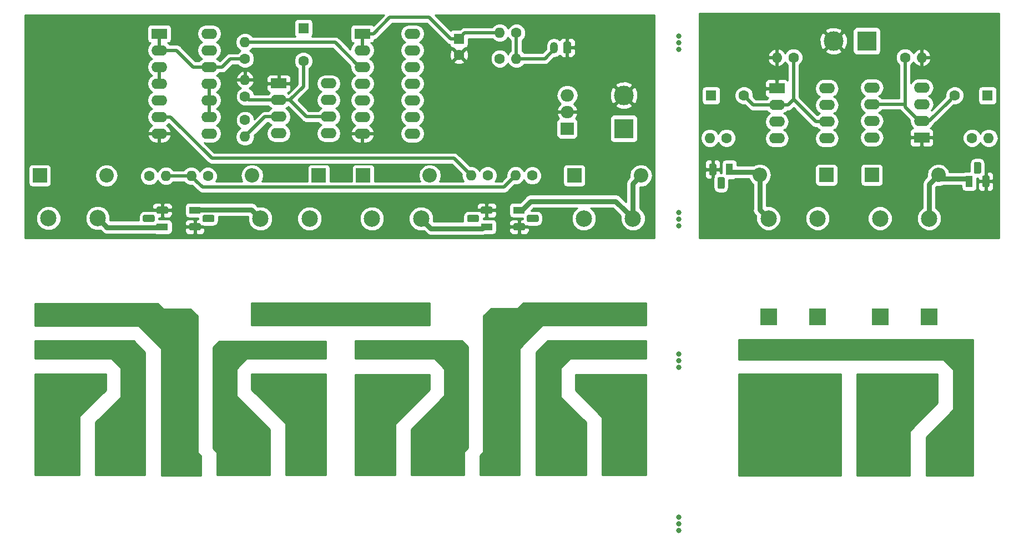
<source format=gbr>
%TF.GenerationSoftware,KiCad,Pcbnew,5.0.2-bee76a0~70~ubuntu16.04.1*%
%TF.CreationDate,2018-12-19T01:31:24+02:00*%
%TF.ProjectId,isolation-transformer,69736f6c-6174-4696-9f6e-2d7472616e73,rev?*%
%TF.SameCoordinates,Original*%
%TF.FileFunction,Copper,L2,Bot*%
%TF.FilePolarity,Positive*%
%FSLAX46Y46*%
G04 Gerber Fmt 4.6, Leading zero omitted, Abs format (unit mm)*
G04 Created by KiCad (PCBNEW 5.0.2-bee76a0~70~ubuntu16.04.1) date Wed 19 Dec 2018 01:31:24 AM EET*
%MOMM*%
%LPD*%
G01*
G04 APERTURE LIST*
%ADD10R,3.000000X3.000000*%
%ADD11C,3.000000*%
%ADD12R,5.000000X3.000000*%
%ADD13C,1.600000*%
%ADD14O,1.600000X1.600000*%
%ADD15C,6.400000*%
%ADD16O,2.000000X1.905000*%
%ADD17R,2.000000X1.905000*%
%ADD18R,1.600000X1.600000*%
%ADD19O,2.200000X2.200000*%
%ADD20R,2.200000X2.200000*%
%ADD21C,0.100000*%
%ADD22C,1.200000*%
%ADD23O,1.200000X1.750000*%
%ADD24R,2.500000X2.500000*%
%ADD25C,2.500000*%
%ADD26R,1.800000X1.100000*%
%ADD27C,1.100000*%
%ADD28O,2.400000X1.600000*%
%ADD29R,2.400000X1.600000*%
%ADD30R,1.100000X1.800000*%
%ADD31C,0.800000*%
%ADD32C,0.500000*%
%ADD33C,0.800000*%
%ADD34C,0.254000*%
G04 APERTURE END LIST*
D10*
X150960000Y-44813600D03*
D11*
X145880000Y-44813600D03*
D10*
X113900000Y-58177600D03*
D11*
X113900000Y-53097600D03*
D12*
X75458400Y-109524800D03*
X65938400Y-109524800D03*
D13*
X56115000Y-47545160D03*
D14*
X56115000Y-45005160D03*
D15*
X26524000Y-44801960D03*
X114598500Y-44801960D03*
D14*
X56115000Y-50745560D03*
D13*
X56115000Y-53285560D03*
D14*
X56115000Y-59432360D03*
D13*
X56115000Y-56892360D03*
D14*
X97517000Y-47509600D03*
D13*
X94977000Y-47509600D03*
D14*
X94977000Y-43572600D03*
D13*
X97517000Y-43572600D03*
D16*
X105264000Y-53097600D03*
X105264000Y-55637600D03*
D17*
X105264000Y-58177600D03*
D14*
X97390000Y-65340400D03*
D13*
X99930000Y-65340400D03*
D14*
X90595500Y-65312460D03*
D13*
X93135500Y-65312460D03*
D14*
X47923500Y-65416600D03*
D13*
X50463500Y-65416600D03*
D14*
X44050000Y-65416600D03*
D13*
X41510000Y-65416600D03*
D18*
X88754000Y-44461600D03*
D13*
X88754000Y-46961600D03*
X65030400Y-47871560D03*
D18*
X65030400Y-42871560D03*
D19*
X116503500Y-65353100D03*
D20*
X106343500Y-65353100D03*
X74149000Y-65353100D03*
D19*
X84309000Y-65353100D03*
D20*
X67354500Y-65353100D03*
D19*
X57194500Y-65353100D03*
X34969500Y-65353100D03*
D20*
X24809500Y-65353100D03*
D21*
G36*
X105638505Y-44944164D02*
X105662773Y-44947764D01*
X105686572Y-44953725D01*
X105709671Y-44961990D01*
X105731850Y-44972480D01*
X105752893Y-44985092D01*
X105772599Y-44999707D01*
X105790777Y-45016183D01*
X105807253Y-45034361D01*
X105821868Y-45054067D01*
X105834480Y-45075110D01*
X105844970Y-45097289D01*
X105853235Y-45120388D01*
X105859196Y-45144187D01*
X105862796Y-45168455D01*
X105864000Y-45192959D01*
X105864000Y-46442961D01*
X105862796Y-46467465D01*
X105859196Y-46491733D01*
X105853235Y-46515532D01*
X105844970Y-46538631D01*
X105834480Y-46560810D01*
X105821868Y-46581853D01*
X105807253Y-46601559D01*
X105790777Y-46619737D01*
X105772599Y-46636213D01*
X105752893Y-46650828D01*
X105731850Y-46663440D01*
X105709671Y-46673930D01*
X105686572Y-46682195D01*
X105662773Y-46688156D01*
X105638505Y-46691756D01*
X105614001Y-46692960D01*
X104913999Y-46692960D01*
X104889495Y-46691756D01*
X104865227Y-46688156D01*
X104841428Y-46682195D01*
X104818329Y-46673930D01*
X104796150Y-46663440D01*
X104775107Y-46650828D01*
X104755401Y-46636213D01*
X104737223Y-46619737D01*
X104720747Y-46601559D01*
X104706132Y-46581853D01*
X104693520Y-46560810D01*
X104683030Y-46538631D01*
X104674765Y-46515532D01*
X104668804Y-46491733D01*
X104665204Y-46467465D01*
X104664000Y-46442961D01*
X104664000Y-45192959D01*
X104665204Y-45168455D01*
X104668804Y-45144187D01*
X104674765Y-45120388D01*
X104683030Y-45097289D01*
X104693520Y-45075110D01*
X104706132Y-45054067D01*
X104720747Y-45034361D01*
X104737223Y-45016183D01*
X104755401Y-44999707D01*
X104775107Y-44985092D01*
X104796150Y-44972480D01*
X104818329Y-44961990D01*
X104841428Y-44953725D01*
X104865227Y-44947764D01*
X104889495Y-44944164D01*
X104913999Y-44942960D01*
X105614001Y-44942960D01*
X105638505Y-44944164D01*
X105638505Y-44944164D01*
G37*
D22*
X105264000Y-45817960D03*
D23*
X103264000Y-45817960D03*
D12*
X37460000Y-109524800D03*
X27940000Y-109524800D03*
X56459200Y-109524800D03*
X46939200Y-109524800D03*
X84937600Y-109524800D03*
X94457600Y-109524800D03*
X113456800Y-109524800D03*
X103936800Y-109524800D03*
D24*
X115297000Y-96912600D03*
X115297000Y-91912600D03*
D25*
X115297000Y-71912600D03*
X107797000Y-71912600D03*
D24*
X107797000Y-91912600D03*
X107797000Y-96912600D03*
X115297000Y-86912600D03*
X107797000Y-86912600D03*
X75475500Y-86912600D03*
D25*
X82975500Y-86912600D03*
D21*
G36*
X84225500Y-88162600D02*
X81725500Y-88162600D01*
X81725500Y-85662600D01*
X84225500Y-85662600D01*
X84225500Y-88162600D01*
X84225500Y-88162600D01*
G37*
D24*
X75475500Y-96912600D03*
X75475500Y-91912600D03*
D25*
X75475500Y-71912600D03*
X82975500Y-71912600D03*
X82975500Y-91912600D03*
D21*
G36*
X84225500Y-93162600D02*
X81725500Y-93162600D01*
X81725500Y-90662600D01*
X84225500Y-90662600D01*
X84225500Y-93162600D01*
X84225500Y-93162600D01*
G37*
D24*
X82975500Y-96912600D03*
X65957500Y-96912600D03*
X65957500Y-91912600D03*
D25*
X65957500Y-71912600D03*
X58457500Y-71912600D03*
D24*
X58457500Y-91912600D03*
X58457500Y-96912600D03*
X65957500Y-86912600D03*
X58457500Y-86912600D03*
X26136000Y-86849100D03*
X33636000Y-86849100D03*
X26136000Y-96849100D03*
X26136000Y-91849100D03*
D25*
X26136000Y-71849100D03*
X33636000Y-71849100D03*
D24*
X33636000Y-91849100D03*
X33636000Y-96849100D03*
D26*
X97942500Y-70623600D03*
D21*
G36*
X98594455Y-72614924D02*
X98621150Y-72618884D01*
X98647328Y-72625441D01*
X98672738Y-72634533D01*
X98697134Y-72646072D01*
X98720282Y-72659946D01*
X98741958Y-72676022D01*
X98761954Y-72694146D01*
X98780078Y-72714142D01*
X98796154Y-72735818D01*
X98810028Y-72758966D01*
X98821567Y-72783362D01*
X98830659Y-72808772D01*
X98837216Y-72834950D01*
X98841176Y-72861645D01*
X98842500Y-72888600D01*
X98842500Y-73438600D01*
X98841176Y-73465555D01*
X98837216Y-73492250D01*
X98830659Y-73518428D01*
X98821567Y-73543838D01*
X98810028Y-73568234D01*
X98796154Y-73591382D01*
X98780078Y-73613058D01*
X98761954Y-73633054D01*
X98741958Y-73651178D01*
X98720282Y-73667254D01*
X98697134Y-73681128D01*
X98672738Y-73692667D01*
X98647328Y-73701759D01*
X98621150Y-73708316D01*
X98594455Y-73712276D01*
X98567500Y-73713600D01*
X97317500Y-73713600D01*
X97290545Y-73712276D01*
X97263850Y-73708316D01*
X97237672Y-73701759D01*
X97212262Y-73692667D01*
X97187866Y-73681128D01*
X97164718Y-73667254D01*
X97143042Y-73651178D01*
X97123046Y-73633054D01*
X97104922Y-73613058D01*
X97088846Y-73591382D01*
X97074972Y-73568234D01*
X97063433Y-73543838D01*
X97054341Y-73518428D01*
X97047784Y-73492250D01*
X97043824Y-73465555D01*
X97042500Y-73438600D01*
X97042500Y-72888600D01*
X97043824Y-72861645D01*
X97047784Y-72834950D01*
X97054341Y-72808772D01*
X97063433Y-72783362D01*
X97074972Y-72758966D01*
X97088846Y-72735818D01*
X97104922Y-72714142D01*
X97123046Y-72694146D01*
X97143042Y-72676022D01*
X97164718Y-72659946D01*
X97187866Y-72646072D01*
X97212262Y-72634533D01*
X97237672Y-72625441D01*
X97263850Y-72618884D01*
X97290545Y-72614924D01*
X97317500Y-72613600D01*
X98567500Y-72613600D01*
X98594455Y-72614924D01*
X98594455Y-72614924D01*
G37*
D27*
X97942500Y-73163600D03*
D21*
G36*
X100664455Y-71344924D02*
X100691150Y-71348884D01*
X100717328Y-71355441D01*
X100742738Y-71364533D01*
X100767134Y-71376072D01*
X100790282Y-71389946D01*
X100811958Y-71406022D01*
X100831954Y-71424146D01*
X100850078Y-71444142D01*
X100866154Y-71465818D01*
X100880028Y-71488966D01*
X100891567Y-71513362D01*
X100900659Y-71538772D01*
X100907216Y-71564950D01*
X100911176Y-71591645D01*
X100912500Y-71618600D01*
X100912500Y-72168600D01*
X100911176Y-72195555D01*
X100907216Y-72222250D01*
X100900659Y-72248428D01*
X100891567Y-72273838D01*
X100880028Y-72298234D01*
X100866154Y-72321382D01*
X100850078Y-72343058D01*
X100831954Y-72363054D01*
X100811958Y-72381178D01*
X100790282Y-72397254D01*
X100767134Y-72411128D01*
X100742738Y-72422667D01*
X100717328Y-72431759D01*
X100691150Y-72438316D01*
X100664455Y-72442276D01*
X100637500Y-72443600D01*
X99387500Y-72443600D01*
X99360545Y-72442276D01*
X99333850Y-72438316D01*
X99307672Y-72431759D01*
X99282262Y-72422667D01*
X99257866Y-72411128D01*
X99234718Y-72397254D01*
X99213042Y-72381178D01*
X99193046Y-72363054D01*
X99174922Y-72343058D01*
X99158846Y-72321382D01*
X99144972Y-72298234D01*
X99133433Y-72273838D01*
X99124341Y-72248428D01*
X99117784Y-72222250D01*
X99113824Y-72195555D01*
X99112500Y-72168600D01*
X99112500Y-71618600D01*
X99113824Y-71591645D01*
X99117784Y-71564950D01*
X99124341Y-71538772D01*
X99133433Y-71513362D01*
X99144972Y-71488966D01*
X99158846Y-71465818D01*
X99174922Y-71444142D01*
X99193046Y-71424146D01*
X99213042Y-71406022D01*
X99234718Y-71389946D01*
X99257866Y-71376072D01*
X99282262Y-71364533D01*
X99307672Y-71355441D01*
X99333850Y-71348884D01*
X99360545Y-71344924D01*
X99387500Y-71343600D01*
X100637500Y-71343600D01*
X100664455Y-71344924D01*
X100664455Y-71344924D01*
G37*
D27*
X100012500Y-71893600D03*
D21*
G36*
X51197955Y-71344924D02*
X51224650Y-71348884D01*
X51250828Y-71355441D01*
X51276238Y-71364533D01*
X51300634Y-71376072D01*
X51323782Y-71389946D01*
X51345458Y-71406022D01*
X51365454Y-71424146D01*
X51383578Y-71444142D01*
X51399654Y-71465818D01*
X51413528Y-71488966D01*
X51425067Y-71513362D01*
X51434159Y-71538772D01*
X51440716Y-71564950D01*
X51444676Y-71591645D01*
X51446000Y-71618600D01*
X51446000Y-72168600D01*
X51444676Y-72195555D01*
X51440716Y-72222250D01*
X51434159Y-72248428D01*
X51425067Y-72273838D01*
X51413528Y-72298234D01*
X51399654Y-72321382D01*
X51383578Y-72343058D01*
X51365454Y-72363054D01*
X51345458Y-72381178D01*
X51323782Y-72397254D01*
X51300634Y-72411128D01*
X51276238Y-72422667D01*
X51250828Y-72431759D01*
X51224650Y-72438316D01*
X51197955Y-72442276D01*
X51171000Y-72443600D01*
X49921000Y-72443600D01*
X49894045Y-72442276D01*
X49867350Y-72438316D01*
X49841172Y-72431759D01*
X49815762Y-72422667D01*
X49791366Y-72411128D01*
X49768218Y-72397254D01*
X49746542Y-72381178D01*
X49726546Y-72363054D01*
X49708422Y-72343058D01*
X49692346Y-72321382D01*
X49678472Y-72298234D01*
X49666933Y-72273838D01*
X49657841Y-72248428D01*
X49651284Y-72222250D01*
X49647324Y-72195555D01*
X49646000Y-72168600D01*
X49646000Y-71618600D01*
X49647324Y-71591645D01*
X49651284Y-71564950D01*
X49657841Y-71538772D01*
X49666933Y-71513362D01*
X49678472Y-71488966D01*
X49692346Y-71465818D01*
X49708422Y-71444142D01*
X49726546Y-71424146D01*
X49746542Y-71406022D01*
X49768218Y-71389946D01*
X49791366Y-71376072D01*
X49815762Y-71364533D01*
X49841172Y-71355441D01*
X49867350Y-71348884D01*
X49894045Y-71344924D01*
X49921000Y-71343600D01*
X51171000Y-71343600D01*
X51197955Y-71344924D01*
X51197955Y-71344924D01*
G37*
D27*
X50546000Y-71893600D03*
D21*
G36*
X49127955Y-72614924D02*
X49154650Y-72618884D01*
X49180828Y-72625441D01*
X49206238Y-72634533D01*
X49230634Y-72646072D01*
X49253782Y-72659946D01*
X49275458Y-72676022D01*
X49295454Y-72694146D01*
X49313578Y-72714142D01*
X49329654Y-72735818D01*
X49343528Y-72758966D01*
X49355067Y-72783362D01*
X49364159Y-72808772D01*
X49370716Y-72834950D01*
X49374676Y-72861645D01*
X49376000Y-72888600D01*
X49376000Y-73438600D01*
X49374676Y-73465555D01*
X49370716Y-73492250D01*
X49364159Y-73518428D01*
X49355067Y-73543838D01*
X49343528Y-73568234D01*
X49329654Y-73591382D01*
X49313578Y-73613058D01*
X49295454Y-73633054D01*
X49275458Y-73651178D01*
X49253782Y-73667254D01*
X49230634Y-73681128D01*
X49206238Y-73692667D01*
X49180828Y-73701759D01*
X49154650Y-73708316D01*
X49127955Y-73712276D01*
X49101000Y-73713600D01*
X47851000Y-73713600D01*
X47824045Y-73712276D01*
X47797350Y-73708316D01*
X47771172Y-73701759D01*
X47745762Y-73692667D01*
X47721366Y-73681128D01*
X47698218Y-73667254D01*
X47676542Y-73651178D01*
X47656546Y-73633054D01*
X47638422Y-73613058D01*
X47622346Y-73591382D01*
X47608472Y-73568234D01*
X47596933Y-73543838D01*
X47587841Y-73518428D01*
X47581284Y-73492250D01*
X47577324Y-73465555D01*
X47576000Y-73438600D01*
X47576000Y-72888600D01*
X47577324Y-72861645D01*
X47581284Y-72834950D01*
X47587841Y-72808772D01*
X47596933Y-72783362D01*
X47608472Y-72758966D01*
X47622346Y-72735818D01*
X47638422Y-72714142D01*
X47656546Y-72694146D01*
X47676542Y-72676022D01*
X47698218Y-72659946D01*
X47721366Y-72646072D01*
X47745762Y-72634533D01*
X47771172Y-72625441D01*
X47797350Y-72618884D01*
X47824045Y-72614924D01*
X47851000Y-72613600D01*
X49101000Y-72613600D01*
X49127955Y-72614924D01*
X49127955Y-72614924D01*
G37*
D27*
X48476000Y-73163600D03*
D26*
X48476000Y-70623600D03*
X43497500Y-73163600D03*
D21*
G36*
X44149455Y-70074924D02*
X44176150Y-70078884D01*
X44202328Y-70085441D01*
X44227738Y-70094533D01*
X44252134Y-70106072D01*
X44275282Y-70119946D01*
X44296958Y-70136022D01*
X44316954Y-70154146D01*
X44335078Y-70174142D01*
X44351154Y-70195818D01*
X44365028Y-70218966D01*
X44376567Y-70243362D01*
X44385659Y-70268772D01*
X44392216Y-70294950D01*
X44396176Y-70321645D01*
X44397500Y-70348600D01*
X44397500Y-70898600D01*
X44396176Y-70925555D01*
X44392216Y-70952250D01*
X44385659Y-70978428D01*
X44376567Y-71003838D01*
X44365028Y-71028234D01*
X44351154Y-71051382D01*
X44335078Y-71073058D01*
X44316954Y-71093054D01*
X44296958Y-71111178D01*
X44275282Y-71127254D01*
X44252134Y-71141128D01*
X44227738Y-71152667D01*
X44202328Y-71161759D01*
X44176150Y-71168316D01*
X44149455Y-71172276D01*
X44122500Y-71173600D01*
X42872500Y-71173600D01*
X42845545Y-71172276D01*
X42818850Y-71168316D01*
X42792672Y-71161759D01*
X42767262Y-71152667D01*
X42742866Y-71141128D01*
X42719718Y-71127254D01*
X42698042Y-71111178D01*
X42678046Y-71093054D01*
X42659922Y-71073058D01*
X42643846Y-71051382D01*
X42629972Y-71028234D01*
X42618433Y-71003838D01*
X42609341Y-70978428D01*
X42602784Y-70952250D01*
X42598824Y-70925555D01*
X42597500Y-70898600D01*
X42597500Y-70348600D01*
X42598824Y-70321645D01*
X42602784Y-70294950D01*
X42609341Y-70268772D01*
X42618433Y-70243362D01*
X42629972Y-70218966D01*
X42643846Y-70195818D01*
X42659922Y-70174142D01*
X42678046Y-70154146D01*
X42698042Y-70136022D01*
X42719718Y-70119946D01*
X42742866Y-70106072D01*
X42767262Y-70094533D01*
X42792672Y-70085441D01*
X42818850Y-70078884D01*
X42845545Y-70074924D01*
X42872500Y-70073600D01*
X44122500Y-70073600D01*
X44149455Y-70074924D01*
X44149455Y-70074924D01*
G37*
D27*
X43497500Y-70623600D03*
D21*
G36*
X42079455Y-71344924D02*
X42106150Y-71348884D01*
X42132328Y-71355441D01*
X42157738Y-71364533D01*
X42182134Y-71376072D01*
X42205282Y-71389946D01*
X42226958Y-71406022D01*
X42246954Y-71424146D01*
X42265078Y-71444142D01*
X42281154Y-71465818D01*
X42295028Y-71488966D01*
X42306567Y-71513362D01*
X42315659Y-71538772D01*
X42322216Y-71564950D01*
X42326176Y-71591645D01*
X42327500Y-71618600D01*
X42327500Y-72168600D01*
X42326176Y-72195555D01*
X42322216Y-72222250D01*
X42315659Y-72248428D01*
X42306567Y-72273838D01*
X42295028Y-72298234D01*
X42281154Y-72321382D01*
X42265078Y-72343058D01*
X42246954Y-72363054D01*
X42226958Y-72381178D01*
X42205282Y-72397254D01*
X42182134Y-72411128D01*
X42157738Y-72422667D01*
X42132328Y-72431759D01*
X42106150Y-72438316D01*
X42079455Y-72442276D01*
X42052500Y-72443600D01*
X40802500Y-72443600D01*
X40775545Y-72442276D01*
X40748850Y-72438316D01*
X40722672Y-72431759D01*
X40697262Y-72422667D01*
X40672866Y-72411128D01*
X40649718Y-72397254D01*
X40628042Y-72381178D01*
X40608046Y-72363054D01*
X40589922Y-72343058D01*
X40573846Y-72321382D01*
X40559972Y-72298234D01*
X40548433Y-72273838D01*
X40539341Y-72248428D01*
X40532784Y-72222250D01*
X40528824Y-72195555D01*
X40527500Y-72168600D01*
X40527500Y-71618600D01*
X40528824Y-71591645D01*
X40532784Y-71564950D01*
X40539341Y-71538772D01*
X40548433Y-71513362D01*
X40559972Y-71488966D01*
X40573846Y-71465818D01*
X40589922Y-71444142D01*
X40608046Y-71424146D01*
X40628042Y-71406022D01*
X40649718Y-71389946D01*
X40672866Y-71376072D01*
X40697262Y-71364533D01*
X40722672Y-71355441D01*
X40748850Y-71348884D01*
X40775545Y-71344924D01*
X40802500Y-71343600D01*
X42052500Y-71343600D01*
X42079455Y-71344924D01*
X42079455Y-71344924D01*
G37*
D27*
X41427500Y-71893600D03*
D21*
G36*
X91545955Y-71344924D02*
X91572650Y-71348884D01*
X91598828Y-71355441D01*
X91624238Y-71364533D01*
X91648634Y-71376072D01*
X91671782Y-71389946D01*
X91693458Y-71406022D01*
X91713454Y-71424146D01*
X91731578Y-71444142D01*
X91747654Y-71465818D01*
X91761528Y-71488966D01*
X91773067Y-71513362D01*
X91782159Y-71538772D01*
X91788716Y-71564950D01*
X91792676Y-71591645D01*
X91794000Y-71618600D01*
X91794000Y-72168600D01*
X91792676Y-72195555D01*
X91788716Y-72222250D01*
X91782159Y-72248428D01*
X91773067Y-72273838D01*
X91761528Y-72298234D01*
X91747654Y-72321382D01*
X91731578Y-72343058D01*
X91713454Y-72363054D01*
X91693458Y-72381178D01*
X91671782Y-72397254D01*
X91648634Y-72411128D01*
X91624238Y-72422667D01*
X91598828Y-72431759D01*
X91572650Y-72438316D01*
X91545955Y-72442276D01*
X91519000Y-72443600D01*
X90269000Y-72443600D01*
X90242045Y-72442276D01*
X90215350Y-72438316D01*
X90189172Y-72431759D01*
X90163762Y-72422667D01*
X90139366Y-72411128D01*
X90116218Y-72397254D01*
X90094542Y-72381178D01*
X90074546Y-72363054D01*
X90056422Y-72343058D01*
X90040346Y-72321382D01*
X90026472Y-72298234D01*
X90014933Y-72273838D01*
X90005841Y-72248428D01*
X89999284Y-72222250D01*
X89995324Y-72195555D01*
X89994000Y-72168600D01*
X89994000Y-71618600D01*
X89995324Y-71591645D01*
X89999284Y-71564950D01*
X90005841Y-71538772D01*
X90014933Y-71513362D01*
X90026472Y-71488966D01*
X90040346Y-71465818D01*
X90056422Y-71444142D01*
X90074546Y-71424146D01*
X90094542Y-71406022D01*
X90116218Y-71389946D01*
X90139366Y-71376072D01*
X90163762Y-71364533D01*
X90189172Y-71355441D01*
X90215350Y-71348884D01*
X90242045Y-71344924D01*
X90269000Y-71343600D01*
X91519000Y-71343600D01*
X91545955Y-71344924D01*
X91545955Y-71344924D01*
G37*
D27*
X90894000Y-71893600D03*
D21*
G36*
X93615955Y-70074924D02*
X93642650Y-70078884D01*
X93668828Y-70085441D01*
X93694238Y-70094533D01*
X93718634Y-70106072D01*
X93741782Y-70119946D01*
X93763458Y-70136022D01*
X93783454Y-70154146D01*
X93801578Y-70174142D01*
X93817654Y-70195818D01*
X93831528Y-70218966D01*
X93843067Y-70243362D01*
X93852159Y-70268772D01*
X93858716Y-70294950D01*
X93862676Y-70321645D01*
X93864000Y-70348600D01*
X93864000Y-70898600D01*
X93862676Y-70925555D01*
X93858716Y-70952250D01*
X93852159Y-70978428D01*
X93843067Y-71003838D01*
X93831528Y-71028234D01*
X93817654Y-71051382D01*
X93801578Y-71073058D01*
X93783454Y-71093054D01*
X93763458Y-71111178D01*
X93741782Y-71127254D01*
X93718634Y-71141128D01*
X93694238Y-71152667D01*
X93668828Y-71161759D01*
X93642650Y-71168316D01*
X93615955Y-71172276D01*
X93589000Y-71173600D01*
X92339000Y-71173600D01*
X92312045Y-71172276D01*
X92285350Y-71168316D01*
X92259172Y-71161759D01*
X92233762Y-71152667D01*
X92209366Y-71141128D01*
X92186218Y-71127254D01*
X92164542Y-71111178D01*
X92144546Y-71093054D01*
X92126422Y-71073058D01*
X92110346Y-71051382D01*
X92096472Y-71028234D01*
X92084933Y-71003838D01*
X92075841Y-70978428D01*
X92069284Y-70952250D01*
X92065324Y-70925555D01*
X92064000Y-70898600D01*
X92064000Y-70348600D01*
X92065324Y-70321645D01*
X92069284Y-70294950D01*
X92075841Y-70268772D01*
X92084933Y-70243362D01*
X92096472Y-70218966D01*
X92110346Y-70195818D01*
X92126422Y-70174142D01*
X92144546Y-70154146D01*
X92164542Y-70136022D01*
X92186218Y-70119946D01*
X92209366Y-70106072D01*
X92233762Y-70094533D01*
X92259172Y-70085441D01*
X92285350Y-70078884D01*
X92312045Y-70074924D01*
X92339000Y-70073600D01*
X93589000Y-70073600D01*
X93615955Y-70074924D01*
X93615955Y-70074924D01*
G37*
D27*
X92964000Y-70623600D03*
D26*
X92964000Y-73163600D03*
D28*
X81642000Y-43699600D03*
X74022000Y-58939600D03*
X81642000Y-46239600D03*
X74022000Y-56399600D03*
X81642000Y-48779600D03*
X74022000Y-53859600D03*
X81642000Y-51319600D03*
X74022000Y-51319600D03*
X81642000Y-53859600D03*
X74022000Y-48779600D03*
X81642000Y-56399600D03*
X74022000Y-46239600D03*
X81642000Y-58939600D03*
D29*
X74022000Y-43699600D03*
X61245800Y-51304360D03*
D28*
X68865800Y-58924360D03*
X61245800Y-53844360D03*
X68865800Y-56384360D03*
X61245800Y-56384360D03*
X68865800Y-53844360D03*
X61245800Y-58924360D03*
X68865800Y-51304360D03*
D29*
X43034000Y-43699600D03*
D28*
X50654000Y-58939600D03*
X43034000Y-46239600D03*
X50654000Y-56399600D03*
X43034000Y-48779600D03*
X50654000Y-53859600D03*
X43034000Y-51319600D03*
X50654000Y-51319600D03*
X43034000Y-53859600D03*
X50654000Y-48779600D03*
X43034000Y-56399600D03*
X50654000Y-46239600D03*
X43034000Y-58939600D03*
X50654000Y-43699600D03*
D13*
X164375000Y-53132100D03*
D18*
X169375000Y-53132100D03*
X127211000Y-53132100D03*
D13*
X132211000Y-53132100D03*
D19*
X161882000Y-65260600D03*
D20*
X151722000Y-65260600D03*
X144800500Y-65260600D03*
D19*
X134640500Y-65260600D03*
D12*
X162512000Y-109583600D03*
X152992000Y-109583600D03*
X133942000Y-109583600D03*
X143462000Y-109583600D03*
D24*
X152985000Y-86883600D03*
X160485000Y-86883600D03*
X152985000Y-96883600D03*
X152985000Y-91883600D03*
D25*
X152985000Y-71883600D03*
X160485000Y-71883600D03*
D24*
X160485000Y-91883600D03*
X160485000Y-96883600D03*
X143467000Y-96883600D03*
X143467000Y-91883600D03*
D25*
X143467000Y-71883600D03*
X135967000Y-71883600D03*
D24*
X135967000Y-91883600D03*
X135967000Y-96883600D03*
X143467000Y-86883600D03*
X135967000Y-86883600D03*
D30*
X166581000Y-66232100D03*
D21*
G36*
X169422955Y-65333424D02*
X169449650Y-65337384D01*
X169475828Y-65343941D01*
X169501238Y-65353033D01*
X169525634Y-65364572D01*
X169548782Y-65378446D01*
X169570458Y-65394522D01*
X169590454Y-65412646D01*
X169608578Y-65432642D01*
X169624654Y-65454318D01*
X169638528Y-65477466D01*
X169650067Y-65501862D01*
X169659159Y-65527272D01*
X169665716Y-65553450D01*
X169669676Y-65580145D01*
X169671000Y-65607100D01*
X169671000Y-66857100D01*
X169669676Y-66884055D01*
X169665716Y-66910750D01*
X169659159Y-66936928D01*
X169650067Y-66962338D01*
X169638528Y-66986734D01*
X169624654Y-67009882D01*
X169608578Y-67031558D01*
X169590454Y-67051554D01*
X169570458Y-67069678D01*
X169548782Y-67085754D01*
X169525634Y-67099628D01*
X169501238Y-67111167D01*
X169475828Y-67120259D01*
X169449650Y-67126816D01*
X169422955Y-67130776D01*
X169396000Y-67132100D01*
X168846000Y-67132100D01*
X168819045Y-67130776D01*
X168792350Y-67126816D01*
X168766172Y-67120259D01*
X168740762Y-67111167D01*
X168716366Y-67099628D01*
X168693218Y-67085754D01*
X168671542Y-67069678D01*
X168651546Y-67051554D01*
X168633422Y-67031558D01*
X168617346Y-67009882D01*
X168603472Y-66986734D01*
X168591933Y-66962338D01*
X168582841Y-66936928D01*
X168576284Y-66910750D01*
X168572324Y-66884055D01*
X168571000Y-66857100D01*
X168571000Y-65607100D01*
X168572324Y-65580145D01*
X168576284Y-65553450D01*
X168582841Y-65527272D01*
X168591933Y-65501862D01*
X168603472Y-65477466D01*
X168617346Y-65454318D01*
X168633422Y-65432642D01*
X168651546Y-65412646D01*
X168671542Y-65394522D01*
X168693218Y-65378446D01*
X168716366Y-65364572D01*
X168740762Y-65353033D01*
X168766172Y-65343941D01*
X168792350Y-65337384D01*
X168819045Y-65333424D01*
X168846000Y-65332100D01*
X169396000Y-65332100D01*
X169422955Y-65333424D01*
X169422955Y-65333424D01*
G37*
D27*
X169121000Y-66232100D03*
D21*
G36*
X168152955Y-63263424D02*
X168179650Y-63267384D01*
X168205828Y-63273941D01*
X168231238Y-63283033D01*
X168255634Y-63294572D01*
X168278782Y-63308446D01*
X168300458Y-63324522D01*
X168320454Y-63342646D01*
X168338578Y-63362642D01*
X168354654Y-63384318D01*
X168368528Y-63407466D01*
X168380067Y-63431862D01*
X168389159Y-63457272D01*
X168395716Y-63483450D01*
X168399676Y-63510145D01*
X168401000Y-63537100D01*
X168401000Y-64787100D01*
X168399676Y-64814055D01*
X168395716Y-64840750D01*
X168389159Y-64866928D01*
X168380067Y-64892338D01*
X168368528Y-64916734D01*
X168354654Y-64939882D01*
X168338578Y-64961558D01*
X168320454Y-64981554D01*
X168300458Y-64999678D01*
X168278782Y-65015754D01*
X168255634Y-65029628D01*
X168231238Y-65041167D01*
X168205828Y-65050259D01*
X168179650Y-65056816D01*
X168152955Y-65060776D01*
X168126000Y-65062100D01*
X167576000Y-65062100D01*
X167549045Y-65060776D01*
X167522350Y-65056816D01*
X167496172Y-65050259D01*
X167470762Y-65041167D01*
X167446366Y-65029628D01*
X167423218Y-65015754D01*
X167401542Y-64999678D01*
X167381546Y-64981554D01*
X167363422Y-64961558D01*
X167347346Y-64939882D01*
X167333472Y-64916734D01*
X167321933Y-64892338D01*
X167312841Y-64866928D01*
X167306284Y-64840750D01*
X167302324Y-64814055D01*
X167301000Y-64787100D01*
X167301000Y-63537100D01*
X167302324Y-63510145D01*
X167306284Y-63483450D01*
X167312841Y-63457272D01*
X167321933Y-63431862D01*
X167333472Y-63407466D01*
X167347346Y-63384318D01*
X167363422Y-63362642D01*
X167381546Y-63342646D01*
X167401542Y-63324522D01*
X167423218Y-63308446D01*
X167446366Y-63294572D01*
X167470762Y-63283033D01*
X167496172Y-63273941D01*
X167522350Y-63267384D01*
X167549045Y-63263424D01*
X167576000Y-63262100D01*
X168126000Y-63262100D01*
X168152955Y-63263424D01*
X168152955Y-63263424D01*
G37*
D27*
X167851000Y-64162100D03*
D21*
G36*
X129036955Y-65587424D02*
X129063650Y-65591384D01*
X129089828Y-65597941D01*
X129115238Y-65607033D01*
X129139634Y-65618572D01*
X129162782Y-65632446D01*
X129184458Y-65648522D01*
X129204454Y-65666646D01*
X129222578Y-65686642D01*
X129238654Y-65708318D01*
X129252528Y-65731466D01*
X129264067Y-65755862D01*
X129273159Y-65781272D01*
X129279716Y-65807450D01*
X129283676Y-65834145D01*
X129285000Y-65861100D01*
X129285000Y-67111100D01*
X129283676Y-67138055D01*
X129279716Y-67164750D01*
X129273159Y-67190928D01*
X129264067Y-67216338D01*
X129252528Y-67240734D01*
X129238654Y-67263882D01*
X129222578Y-67285558D01*
X129204454Y-67305554D01*
X129184458Y-67323678D01*
X129162782Y-67339754D01*
X129139634Y-67353628D01*
X129115238Y-67365167D01*
X129089828Y-67374259D01*
X129063650Y-67380816D01*
X129036955Y-67384776D01*
X129010000Y-67386100D01*
X128460000Y-67386100D01*
X128433045Y-67384776D01*
X128406350Y-67380816D01*
X128380172Y-67374259D01*
X128354762Y-67365167D01*
X128330366Y-67353628D01*
X128307218Y-67339754D01*
X128285542Y-67323678D01*
X128265546Y-67305554D01*
X128247422Y-67285558D01*
X128231346Y-67263882D01*
X128217472Y-67240734D01*
X128205933Y-67216338D01*
X128196841Y-67190928D01*
X128190284Y-67164750D01*
X128186324Y-67138055D01*
X128185000Y-67111100D01*
X128185000Y-65861100D01*
X128186324Y-65834145D01*
X128190284Y-65807450D01*
X128196841Y-65781272D01*
X128205933Y-65755862D01*
X128217472Y-65731466D01*
X128231346Y-65708318D01*
X128247422Y-65686642D01*
X128265546Y-65666646D01*
X128285542Y-65648522D01*
X128307218Y-65632446D01*
X128330366Y-65618572D01*
X128354762Y-65607033D01*
X128380172Y-65597941D01*
X128406350Y-65591384D01*
X128433045Y-65587424D01*
X128460000Y-65586100D01*
X129010000Y-65586100D01*
X129036955Y-65587424D01*
X129036955Y-65587424D01*
G37*
D27*
X128735000Y-66486100D03*
D21*
G36*
X127766955Y-63517424D02*
X127793650Y-63521384D01*
X127819828Y-63527941D01*
X127845238Y-63537033D01*
X127869634Y-63548572D01*
X127892782Y-63562446D01*
X127914458Y-63578522D01*
X127934454Y-63596646D01*
X127952578Y-63616642D01*
X127968654Y-63638318D01*
X127982528Y-63661466D01*
X127994067Y-63685862D01*
X128003159Y-63711272D01*
X128009716Y-63737450D01*
X128013676Y-63764145D01*
X128015000Y-63791100D01*
X128015000Y-65041100D01*
X128013676Y-65068055D01*
X128009716Y-65094750D01*
X128003159Y-65120928D01*
X127994067Y-65146338D01*
X127982528Y-65170734D01*
X127968654Y-65193882D01*
X127952578Y-65215558D01*
X127934454Y-65235554D01*
X127914458Y-65253678D01*
X127892782Y-65269754D01*
X127869634Y-65283628D01*
X127845238Y-65295167D01*
X127819828Y-65304259D01*
X127793650Y-65310816D01*
X127766955Y-65314776D01*
X127740000Y-65316100D01*
X127190000Y-65316100D01*
X127163045Y-65314776D01*
X127136350Y-65310816D01*
X127110172Y-65304259D01*
X127084762Y-65295167D01*
X127060366Y-65283628D01*
X127037218Y-65269754D01*
X127015542Y-65253678D01*
X126995546Y-65235554D01*
X126977422Y-65215558D01*
X126961346Y-65193882D01*
X126947472Y-65170734D01*
X126935933Y-65146338D01*
X126926841Y-65120928D01*
X126920284Y-65094750D01*
X126916324Y-65068055D01*
X126915000Y-65041100D01*
X126915000Y-63791100D01*
X126916324Y-63764145D01*
X126920284Y-63737450D01*
X126926841Y-63711272D01*
X126935933Y-63685862D01*
X126947472Y-63661466D01*
X126961346Y-63638318D01*
X126977422Y-63616642D01*
X126995546Y-63596646D01*
X127015542Y-63578522D01*
X127037218Y-63562446D01*
X127060366Y-63548572D01*
X127084762Y-63537033D01*
X127110172Y-63527941D01*
X127136350Y-63521384D01*
X127163045Y-63517424D01*
X127190000Y-63516100D01*
X127740000Y-63516100D01*
X127766955Y-63517424D01*
X127766955Y-63517424D01*
G37*
D27*
X127465000Y-64416100D03*
D30*
X130005000Y-64416100D03*
D13*
X167025500Y-59609100D03*
D14*
X169565500Y-59609100D03*
X159342000Y-47353600D03*
D13*
X156802000Y-47353600D03*
X129560500Y-59609100D03*
D14*
X127020500Y-59609100D03*
X137244000Y-47353600D03*
D13*
X139784000Y-47353600D03*
D29*
X159342000Y-59545600D03*
D28*
X151722000Y-51925600D03*
X159342000Y-57005600D03*
X151722000Y-54465600D03*
X159342000Y-54465600D03*
X151722000Y-57005600D03*
X159342000Y-51925600D03*
X151722000Y-59545600D03*
X144864000Y-52052600D03*
X137244000Y-59672600D03*
X144864000Y-54592600D03*
X137244000Y-57132600D03*
X144864000Y-57132600D03*
X137244000Y-54592600D03*
X144864000Y-59672600D03*
D29*
X137244000Y-52052600D03*
D15*
X129624000Y-44813600D03*
X166962000Y-44813600D03*
D31*
X122282000Y-44051600D03*
X122282000Y-45067600D03*
X122282000Y-46083600D03*
X122282000Y-70975600D03*
X122282000Y-71991600D03*
X122282000Y-73007600D03*
X122282000Y-92565600D03*
X122282000Y-93581600D03*
X122282000Y-94597600D03*
X122282000Y-117457600D03*
X122282000Y-118473600D03*
X122282000Y-119489600D03*
X60687000Y-85580600D03*
X60687000Y-87485600D03*
X63735000Y-85580600D03*
X63735000Y-87485600D03*
X62211000Y-86469600D03*
X80753000Y-87485600D03*
X77705000Y-87485600D03*
X77705000Y-85580600D03*
X79229000Y-86469600D03*
X80753000Y-85580600D03*
X69069000Y-85580600D03*
X69069000Y-87485600D03*
X72117000Y-85580600D03*
X72117000Y-87485600D03*
X70593000Y-86469600D03*
X110090000Y-85453600D03*
X110090000Y-87739600D03*
X113011000Y-85453600D03*
X113011000Y-87739600D03*
X111487000Y-86596600D03*
X105518000Y-85453600D03*
X105518000Y-87739600D03*
X97517000Y-109456600D03*
X92945000Y-106408600D03*
X97517000Y-106408600D03*
X95231000Y-106408600D03*
X94088000Y-107551600D03*
X96374000Y-107551600D03*
X31350000Y-87739600D03*
X31350000Y-85453600D03*
X28429000Y-87739600D03*
X28429000Y-85453600D03*
X29953000Y-86660100D03*
X35922000Y-87739600D03*
X35922000Y-85453600D03*
X43796000Y-106281600D03*
X44939000Y-107424600D03*
X47225000Y-107424600D03*
X48368000Y-106281600D03*
X46082000Y-106281600D03*
X43796000Y-109329600D03*
X28302000Y-96121600D03*
X28302000Y-97899600D03*
X31350000Y-96121600D03*
X31350000Y-97899600D03*
X29826000Y-97010600D03*
X26778000Y-98788600D03*
X32874000Y-98788600D03*
X29826000Y-98788600D03*
X24677493Y-109541668D03*
X30138493Y-106239668D03*
X24677493Y-106366668D03*
X27471493Y-106239668D03*
X28868493Y-107382668D03*
X26201493Y-107382668D03*
X110090000Y-92692600D03*
X110090000Y-91041600D03*
X113011000Y-91041600D03*
X113011000Y-92692600D03*
X111614000Y-91803600D03*
X105518000Y-91041600D03*
X105518000Y-92692600D03*
X107423000Y-109456600D03*
X100946000Y-109456600D03*
X100946000Y-106281600D03*
X107423000Y-106281600D03*
X104121000Y-106281600D03*
X102597000Y-107551600D03*
X105772000Y-107551600D03*
X77705000Y-91168600D03*
X77705000Y-92692600D03*
X80753000Y-92692600D03*
X80753000Y-91168600D03*
X79229000Y-91930600D03*
X81896000Y-109456600D03*
X73514000Y-91930600D03*
X88500000Y-109583600D03*
X81896000Y-106281600D03*
X83928000Y-106281600D03*
X82912000Y-107297600D03*
X84944000Y-107297600D03*
X85960000Y-106281600D03*
X86976000Y-107297600D03*
X87992000Y-106281600D03*
X89008000Y-107297600D03*
X85198000Y-91168600D03*
X85198000Y-92692600D03*
X60687000Y-91295600D03*
X60687000Y-92692600D03*
X63735000Y-91295600D03*
X63735000Y-92692600D03*
X62211000Y-91930600D03*
X67926000Y-91930600D03*
X56242000Y-91295600D03*
X56242000Y-92692600D03*
X59544000Y-109456600D03*
X52813000Y-109456600D03*
X59544000Y-106281600D03*
X58528000Y-107297600D03*
X56496000Y-107297600D03*
X57512000Y-106281600D03*
X54464000Y-107297600D03*
X55480000Y-106281600D03*
X53448000Y-106281600D03*
X52305000Y-107297600D03*
X34020832Y-109351330D03*
X40497832Y-109351330D03*
X40497832Y-106176330D03*
X34020832Y-106176330D03*
X37322832Y-106176330D03*
X38846832Y-107446330D03*
X35671832Y-107446330D03*
X31350000Y-91041600D03*
X31350000Y-92692600D03*
X28429000Y-92692600D03*
X28429000Y-91041600D03*
X29826000Y-91930600D03*
X35922000Y-92692600D03*
X35922000Y-91041600D03*
X110090000Y-96121600D03*
X110090000Y-97899600D03*
X113138000Y-96121600D03*
X113138000Y-97899600D03*
X111614000Y-97010600D03*
X108566000Y-98788600D03*
X114662000Y-98788600D03*
X116694000Y-109456600D03*
X111614000Y-98788600D03*
X111233000Y-106154600D03*
X116694000Y-106281600D03*
X113900000Y-106154600D03*
X112503000Y-107297600D03*
X115170000Y-107297600D03*
X77705000Y-96248600D03*
X80753000Y-96248600D03*
X77705000Y-97772600D03*
X80753000Y-97772600D03*
X79229000Y-97010600D03*
X78594000Y-109456600D03*
X73514000Y-96883600D03*
X73260000Y-107297600D03*
X78721000Y-107297600D03*
X76054000Y-107297600D03*
X74657000Y-106408600D03*
X77451000Y-106408600D03*
X60687000Y-96248600D03*
X63735000Y-96248600D03*
X60687000Y-97772600D03*
X63735000Y-97772600D03*
X62211000Y-97010600D03*
X67926000Y-96883600D03*
X62846000Y-109456600D03*
X67926000Y-107297600D03*
X62973000Y-107297600D03*
X65513000Y-107297600D03*
X64243000Y-106281600D03*
X66656000Y-106281600D03*
X155556000Y-91041600D03*
X157842000Y-91041600D03*
X157842000Y-92819600D03*
X155556000Y-92819600D03*
X146158000Y-91041600D03*
X146158000Y-92819600D03*
X150222000Y-91041600D03*
X150222000Y-92819600D03*
X148190000Y-91041600D03*
X148190000Y-92819600D03*
X140824000Y-91041600D03*
X140824000Y-92819600D03*
X138538000Y-91041600D03*
X138538000Y-92819600D03*
X132950000Y-91041600D03*
X132950000Y-92819600D03*
X163176000Y-91041600D03*
X163176000Y-92819600D03*
X166478000Y-91041600D03*
X164954000Y-92057600D03*
X166478000Y-92819600D03*
X160636000Y-106154600D03*
X162668000Y-106154600D03*
X164700000Y-106154600D03*
X166605000Y-106916600D03*
X161652000Y-107424600D03*
X163684000Y-107424600D03*
X166605000Y-109583600D03*
X150222000Y-96121600D03*
X150222000Y-97899600D03*
X155556000Y-96121600D03*
X155556000Y-97899600D03*
X157842000Y-96121600D03*
X157842000Y-97899600D03*
X159620000Y-100185600D03*
X161144000Y-100185600D03*
X153778000Y-100185600D03*
X152254000Y-100185600D03*
X149968000Y-106281600D03*
X151873000Y-106154600D03*
X153778000Y-106154600D03*
X155683000Y-106154600D03*
X157080000Y-107170600D03*
X152825500Y-107424600D03*
X154730500Y-107424600D03*
X150857000Y-107424600D03*
X149904500Y-109583600D03*
X157080000Y-109583600D03*
X132950000Y-96121600D03*
X132950000Y-97899600D03*
X138538000Y-96121600D03*
X138538000Y-97899600D03*
X140824000Y-96121600D03*
X140824000Y-97899600D03*
X146158000Y-96121600D03*
X146158000Y-97899600D03*
X134982000Y-99931600D03*
X136760000Y-99931600D03*
X142602000Y-99931600D03*
X144380000Y-99931600D03*
X146666000Y-106281600D03*
X145015000Y-106154600D03*
X143364000Y-106154600D03*
X141586000Y-106154600D03*
X131807000Y-106091100D03*
X138690400Y-110650400D03*
X138690400Y-107297600D03*
X138690400Y-108974000D03*
X133661200Y-106027600D03*
X135744000Y-106078400D03*
X132759500Y-107361100D03*
X134791500Y-107361100D03*
X142538500Y-107424600D03*
X144253000Y-107424600D03*
X146602500Y-109583600D03*
D32*
X74022000Y-43699600D02*
X74022000Y-46239600D01*
X89643000Y-43572600D02*
X88754000Y-44461600D01*
X94977000Y-43572600D02*
X89643000Y-43572600D01*
X74022000Y-43699600D02*
X75722000Y-43699600D01*
X87454000Y-44461600D02*
X88754000Y-44461600D01*
X84212960Y-41220560D02*
X87454000Y-44461600D01*
X78201040Y-41220560D02*
X84212960Y-41220560D01*
X75722000Y-43699600D02*
X78201040Y-41220560D01*
X62945800Y-53844360D02*
X61245800Y-53844360D01*
X65030400Y-51759760D02*
X62945800Y-53844360D01*
X65030400Y-47871560D02*
X65030400Y-51759760D01*
X65485800Y-56384360D02*
X62945800Y-53844360D01*
X68865800Y-56384360D02*
X65485800Y-56384360D01*
X56673800Y-53844360D02*
X56115000Y-53285560D01*
X61245800Y-53844360D02*
X56673800Y-53844360D01*
D33*
X114047001Y-70662601D02*
X115297000Y-71912600D01*
X99703501Y-69262599D02*
X112646999Y-69262599D01*
X112646999Y-69262599D02*
X114047001Y-70662601D01*
X98342500Y-70623600D02*
X99703501Y-69262599D01*
X115297000Y-66559600D02*
X116503500Y-65353100D01*
X115297000Y-71912600D02*
X115297000Y-66559600D01*
X48956010Y-70543590D02*
X48876000Y-70623600D01*
X57088490Y-70543590D02*
X48956010Y-70543590D01*
X58457500Y-71912600D02*
X57088490Y-70543590D01*
X34885999Y-73099099D02*
X33636000Y-71849100D01*
X42497784Y-73243610D02*
X35030510Y-73243610D01*
X42577794Y-73163600D02*
X42497784Y-73243610D01*
X35030510Y-73243610D02*
X34885999Y-73099099D01*
X43097500Y-73163600D02*
X42577794Y-73163600D01*
D32*
X41827500Y-71893600D02*
X41510000Y-71576100D01*
X43034000Y-43699600D02*
X43034000Y-46239600D01*
X43034000Y-46239600D02*
X45665440Y-46239600D01*
X48205440Y-48779600D02*
X50654000Y-48779600D01*
X45665440Y-46239600D02*
X48205440Y-48779600D01*
X50654000Y-48779600D02*
X52645360Y-48779600D01*
X53879800Y-47545160D02*
X56115000Y-47545160D01*
X52645360Y-48779600D02*
X53879800Y-47545160D01*
X50654000Y-51319600D02*
X50654000Y-56399600D01*
X43034000Y-48779600D02*
X43034000Y-51319600D01*
D33*
X84225499Y-73162599D02*
X82975500Y-71912600D01*
X84480500Y-73417600D02*
X84225499Y-73162599D01*
X92310000Y-73417600D02*
X84480500Y-73417600D01*
X92564000Y-73163600D02*
X92310000Y-73417600D01*
D32*
X48723499Y-66216599D02*
X47923500Y-65416600D01*
X95627299Y-67103101D02*
X49610001Y-67103101D01*
X49610001Y-67103101D02*
X48723499Y-66216599D01*
X97390000Y-65340400D02*
X95627299Y-67103101D01*
X47923500Y-65416600D02*
X44050000Y-65416600D01*
X50654000Y-58939600D02*
X50254000Y-58939600D01*
X44734000Y-56399600D02*
X51043360Y-62708960D01*
X43034000Y-56399600D02*
X44734000Y-56399600D01*
X87992000Y-62708960D02*
X90595500Y-65312460D01*
X51043360Y-62708960D02*
X87992000Y-62708960D01*
X59163000Y-56384360D02*
X56115000Y-59432360D01*
X61245800Y-56384360D02*
X59163000Y-56384360D01*
X73622000Y-48779600D02*
X69847560Y-45005160D01*
X69847560Y-45005160D02*
X56115000Y-45005160D01*
X74022000Y-48779600D02*
X73622000Y-48779600D01*
X103264000Y-46092960D02*
X103264000Y-45817960D01*
X101847360Y-47509600D02*
X103264000Y-46092960D01*
X97517000Y-47509600D02*
X101847360Y-47509600D01*
X97517000Y-43572600D02*
X97517000Y-47509600D01*
X163575001Y-53932099D02*
X164375000Y-53132100D01*
X160501500Y-57005600D02*
X163575001Y-53932099D01*
X159342000Y-57005600D02*
X160501500Y-57005600D01*
X158942000Y-57005600D02*
X159342000Y-57005600D01*
X156802000Y-54865600D02*
X158942000Y-57005600D01*
X156802000Y-54465600D02*
X156802000Y-54865600D01*
X151722000Y-54465600D02*
X156802000Y-54465600D01*
X156802000Y-47353600D02*
X156802000Y-54465600D01*
X138944000Y-54592600D02*
X137244000Y-54592600D01*
X139784000Y-53752600D02*
X138944000Y-54592600D01*
X139784000Y-47353600D02*
X139784000Y-53752600D01*
X133671500Y-54592600D02*
X137244000Y-54592600D01*
X132211000Y-53132100D02*
X133671500Y-54592600D01*
X143164000Y-57132600D02*
X139784000Y-53752600D01*
X144864000Y-57132600D02*
X143164000Y-57132600D01*
D33*
X160485000Y-66657600D02*
X161882000Y-65260600D01*
X160485000Y-71883600D02*
X160485000Y-66657600D01*
X162453500Y-65832100D02*
X161882000Y-65260600D01*
X166581000Y-65832100D02*
X162453500Y-65832100D01*
X134640500Y-70557100D02*
X135967000Y-71883600D01*
X134640500Y-65260600D02*
X134640500Y-70557100D01*
X134196000Y-64816100D02*
X134640500Y-65260600D01*
X130005000Y-64816100D02*
X134196000Y-64816100D01*
D34*
G36*
X75699204Y-42470818D02*
X75679809Y-42441791D01*
X75469765Y-42301443D01*
X75222000Y-42252160D01*
X72822000Y-42252160D01*
X72574235Y-42301443D01*
X72364191Y-42441791D01*
X72223843Y-42651835D01*
X72174560Y-42899600D01*
X72174560Y-44499600D01*
X72223843Y-44747365D01*
X72364191Y-44957409D01*
X72574235Y-45097757D01*
X72708106Y-45124385D01*
X72587423Y-45205023D01*
X72270260Y-45679691D01*
X72187870Y-46093892D01*
X70534985Y-44441007D01*
X70485609Y-44367111D01*
X70192870Y-44171508D01*
X69934725Y-44120160D01*
X69934721Y-44120160D01*
X69847560Y-44102823D01*
X69760399Y-44120160D01*
X66294362Y-44120160D01*
X66428557Y-43919325D01*
X66477840Y-43671560D01*
X66477840Y-42071560D01*
X66428557Y-41823795D01*
X66288209Y-41613751D01*
X66078165Y-41473403D01*
X65830400Y-41424120D01*
X64230400Y-41424120D01*
X63982635Y-41473403D01*
X63772591Y-41613751D01*
X63632243Y-41823795D01*
X63582960Y-42071560D01*
X63582960Y-43671560D01*
X63632243Y-43919325D01*
X63766438Y-44120160D01*
X57249521Y-44120160D01*
X57149577Y-43970583D01*
X56674909Y-43653420D01*
X56256333Y-43570160D01*
X55973667Y-43570160D01*
X55555091Y-43653420D01*
X55080423Y-43970583D01*
X54763260Y-44445251D01*
X54651887Y-45005160D01*
X54763260Y-45565069D01*
X55080423Y-46039737D01*
X55432168Y-46274766D01*
X55302138Y-46328626D01*
X54970604Y-46660160D01*
X53966961Y-46660160D01*
X53879800Y-46642823D01*
X53792639Y-46660160D01*
X53792635Y-46660160D01*
X53534490Y-46711508D01*
X53315645Y-46857736D01*
X53315644Y-46857737D01*
X53241751Y-46907111D01*
X53192377Y-46981004D01*
X52278782Y-47894600D01*
X52188521Y-47894600D01*
X52088577Y-47745023D01*
X51736242Y-47509600D01*
X52088577Y-47274177D01*
X52405740Y-46799509D01*
X52517113Y-46239600D01*
X52405740Y-45679691D01*
X52088577Y-45205023D01*
X51736242Y-44969600D01*
X52088577Y-44734177D01*
X52405740Y-44259509D01*
X52517113Y-43699600D01*
X52405740Y-43139691D01*
X52088577Y-42665023D01*
X51613909Y-42347860D01*
X51195333Y-42264600D01*
X50112667Y-42264600D01*
X49694091Y-42347860D01*
X49219423Y-42665023D01*
X48902260Y-43139691D01*
X48790887Y-43699600D01*
X48902260Y-44259509D01*
X49219423Y-44734177D01*
X49571758Y-44969600D01*
X49219423Y-45205023D01*
X48902260Y-45679691D01*
X48790887Y-46239600D01*
X48902260Y-46799509D01*
X49219423Y-47274177D01*
X49571758Y-47509600D01*
X49219423Y-47745023D01*
X49119479Y-47894600D01*
X48572019Y-47894600D01*
X46352865Y-45675447D01*
X46303489Y-45601551D01*
X46010750Y-45405948D01*
X45752605Y-45354600D01*
X45752601Y-45354600D01*
X45665440Y-45337263D01*
X45578279Y-45354600D01*
X44568521Y-45354600D01*
X44468577Y-45205023D01*
X44347894Y-45124385D01*
X44481765Y-45097757D01*
X44691809Y-44957409D01*
X44832157Y-44747365D01*
X44881440Y-44499600D01*
X44881440Y-42899600D01*
X44832157Y-42651835D01*
X44691809Y-42441791D01*
X44481765Y-42301443D01*
X44234000Y-42252160D01*
X41834000Y-42252160D01*
X41586235Y-42301443D01*
X41376191Y-42441791D01*
X41235843Y-42651835D01*
X41186560Y-42899600D01*
X41186560Y-44499600D01*
X41235843Y-44747365D01*
X41376191Y-44957409D01*
X41586235Y-45097757D01*
X41720106Y-45124385D01*
X41599423Y-45205023D01*
X41282260Y-45679691D01*
X41170887Y-46239600D01*
X41282260Y-46799509D01*
X41599423Y-47274177D01*
X41951758Y-47509600D01*
X41599423Y-47745023D01*
X41282260Y-48219691D01*
X41170887Y-48779600D01*
X41282260Y-49339509D01*
X41599423Y-49814177D01*
X41951758Y-50049600D01*
X41599423Y-50285023D01*
X41282260Y-50759691D01*
X41170887Y-51319600D01*
X41282260Y-51879509D01*
X41599423Y-52354177D01*
X41951758Y-52589600D01*
X41599423Y-52825023D01*
X41282260Y-53299691D01*
X41170887Y-53859600D01*
X41282260Y-54419509D01*
X41599423Y-54894177D01*
X41951758Y-55129600D01*
X41599423Y-55365023D01*
X41282260Y-55839691D01*
X41170887Y-56399600D01*
X41282260Y-56959509D01*
X41599423Y-57434177D01*
X41955499Y-57672099D01*
X41529500Y-58014704D01*
X41259633Y-58507781D01*
X41242096Y-58590561D01*
X41364085Y-58812600D01*
X42907000Y-58812600D01*
X42907000Y-58792600D01*
X43161000Y-58792600D01*
X43161000Y-58812600D01*
X44703915Y-58812600D01*
X44825904Y-58590561D01*
X44808367Y-58507781D01*
X44538500Y-58014704D01*
X44112501Y-57672099D01*
X44468577Y-57434177D01*
X44487972Y-57405150D01*
X50355937Y-63273116D01*
X50405311Y-63347009D01*
X50479204Y-63396383D01*
X50479205Y-63396384D01*
X50590240Y-63470575D01*
X50698050Y-63542612D01*
X50956195Y-63593960D01*
X50956199Y-63593960D01*
X51043359Y-63611297D01*
X51130519Y-63593960D01*
X87625422Y-63593960D01*
X89167483Y-65136022D01*
X89132387Y-65312460D01*
X89243760Y-65872369D01*
X89474771Y-66218101D01*
X85817691Y-66218101D01*
X85943334Y-66030063D01*
X86077990Y-65353100D01*
X85943334Y-64676137D01*
X85559865Y-64102235D01*
X84985963Y-63718766D01*
X84479880Y-63618100D01*
X84138120Y-63618100D01*
X83632037Y-63718766D01*
X83058135Y-64102235D01*
X82674666Y-64676137D01*
X82540010Y-65353100D01*
X82674666Y-66030063D01*
X82800309Y-66218101D01*
X75896440Y-66218101D01*
X75896440Y-64253100D01*
X75847157Y-64005335D01*
X75706809Y-63795291D01*
X75496765Y-63654943D01*
X75249000Y-63605660D01*
X73049000Y-63605660D01*
X72801235Y-63654943D01*
X72591191Y-63795291D01*
X72450843Y-64005335D01*
X72401560Y-64253100D01*
X72401560Y-66218101D01*
X69101940Y-66218101D01*
X69101940Y-64253100D01*
X69052657Y-64005335D01*
X68912309Y-63795291D01*
X68702265Y-63654943D01*
X68454500Y-63605660D01*
X66254500Y-63605660D01*
X66006735Y-63654943D01*
X65796691Y-63795291D01*
X65656343Y-64005335D01*
X65607060Y-64253100D01*
X65607060Y-66218101D01*
X58703191Y-66218101D01*
X58828834Y-66030063D01*
X58963490Y-65353100D01*
X58828834Y-64676137D01*
X58445365Y-64102235D01*
X57871463Y-63718766D01*
X57365380Y-63618100D01*
X57023620Y-63618100D01*
X56517537Y-63718766D01*
X55943635Y-64102235D01*
X55560166Y-64676137D01*
X55425510Y-65353100D01*
X55560166Y-66030063D01*
X55685809Y-66218101D01*
X51684740Y-66218101D01*
X51898500Y-65702039D01*
X51898500Y-65131161D01*
X51680034Y-64603738D01*
X51276362Y-64200066D01*
X50748939Y-63981600D01*
X50178061Y-63981600D01*
X49650638Y-64200066D01*
X49246966Y-64603738D01*
X49193106Y-64733768D01*
X48958077Y-64382023D01*
X48483409Y-64064860D01*
X48064833Y-63981600D01*
X47782167Y-63981600D01*
X47363591Y-64064860D01*
X46888923Y-64382023D01*
X46788979Y-64531600D01*
X45184521Y-64531600D01*
X45084577Y-64382023D01*
X44609909Y-64064860D01*
X44191333Y-63981600D01*
X43908667Y-63981600D01*
X43490091Y-64064860D01*
X43015423Y-64382023D01*
X42780394Y-64733768D01*
X42726534Y-64603738D01*
X42322862Y-64200066D01*
X41795439Y-63981600D01*
X41224561Y-63981600D01*
X40697138Y-64200066D01*
X40293466Y-64603738D01*
X40075000Y-65131161D01*
X40075000Y-65702039D01*
X40293466Y-66229462D01*
X40697138Y-66633134D01*
X41224561Y-66851600D01*
X41795439Y-66851600D01*
X42322862Y-66633134D01*
X42726534Y-66229462D01*
X42780394Y-66099432D01*
X43015423Y-66451177D01*
X43490091Y-66768340D01*
X43908667Y-66851600D01*
X44191333Y-66851600D01*
X44609909Y-66768340D01*
X45084577Y-66451177D01*
X45184521Y-66301600D01*
X46788979Y-66301600D01*
X46888923Y-66451177D01*
X47363591Y-66768340D01*
X47782167Y-66851600D01*
X48064833Y-66851600D01*
X48099938Y-66844617D01*
X48159344Y-66904023D01*
X48159347Y-66904025D01*
X48922578Y-67667257D01*
X48971952Y-67741150D01*
X49045845Y-67790524D01*
X49045846Y-67790525D01*
X49156881Y-67864716D01*
X49264691Y-67936753D01*
X49522836Y-67988101D01*
X49522840Y-67988101D01*
X49610000Y-68005438D01*
X49697160Y-67988101D01*
X95540138Y-67988101D01*
X95627299Y-68005438D01*
X95714460Y-67988101D01*
X95714464Y-67988101D01*
X95972609Y-67936753D01*
X96265348Y-67741150D01*
X96314724Y-67667254D01*
X97213561Y-66768417D01*
X97248667Y-66775400D01*
X97531333Y-66775400D01*
X97949909Y-66692140D01*
X98424577Y-66374977D01*
X98659606Y-66023232D01*
X98713466Y-66153262D01*
X99117138Y-66556934D01*
X99644561Y-66775400D01*
X100215439Y-66775400D01*
X100742862Y-66556934D01*
X101146534Y-66153262D01*
X101365000Y-65625839D01*
X101365000Y-65054961D01*
X101146534Y-64527538D01*
X100872096Y-64253100D01*
X104596060Y-64253100D01*
X104596060Y-66453100D01*
X104645343Y-66700865D01*
X104785691Y-66910909D01*
X104995735Y-67051257D01*
X105243500Y-67100540D01*
X107443500Y-67100540D01*
X107691265Y-67051257D01*
X107901309Y-66910909D01*
X108041657Y-66700865D01*
X108090940Y-66453100D01*
X108090940Y-64253100D01*
X108041657Y-64005335D01*
X107901309Y-63795291D01*
X107691265Y-63654943D01*
X107443500Y-63605660D01*
X105243500Y-63605660D01*
X104995735Y-63654943D01*
X104785691Y-63795291D01*
X104645343Y-64005335D01*
X104596060Y-64253100D01*
X100872096Y-64253100D01*
X100742862Y-64123866D01*
X100215439Y-63905400D01*
X99644561Y-63905400D01*
X99117138Y-64123866D01*
X98713466Y-64527538D01*
X98659606Y-64657568D01*
X98424577Y-64305823D01*
X97949909Y-63988660D01*
X97531333Y-63905400D01*
X97248667Y-63905400D01*
X96830091Y-63988660D01*
X96355423Y-64305823D01*
X96038260Y-64780491D01*
X95926887Y-65340400D01*
X95961983Y-65516839D01*
X95260721Y-66218101D01*
X94259255Y-66218101D01*
X94352034Y-66125322D01*
X94570500Y-65597899D01*
X94570500Y-65027021D01*
X94352034Y-64499598D01*
X93948362Y-64095926D01*
X93420939Y-63877460D01*
X92850061Y-63877460D01*
X92322638Y-64095926D01*
X91918966Y-64499598D01*
X91865106Y-64629628D01*
X91630077Y-64277883D01*
X91155409Y-63960720D01*
X90736833Y-63877460D01*
X90454167Y-63877460D01*
X90419062Y-63884443D01*
X88679425Y-62144807D01*
X88630049Y-62070911D01*
X88337310Y-61875308D01*
X88079165Y-61823960D01*
X88079161Y-61823960D01*
X87992000Y-61806623D01*
X87904839Y-61823960D01*
X51409939Y-61823960D01*
X49922815Y-60336836D01*
X50112667Y-60374600D01*
X51195333Y-60374600D01*
X51613909Y-60291340D01*
X52088577Y-59974177D01*
X52405740Y-59499509D01*
X52419096Y-59432360D01*
X54651887Y-59432360D01*
X54763260Y-59992269D01*
X55080423Y-60466937D01*
X55555091Y-60784100D01*
X55973667Y-60867360D01*
X56256333Y-60867360D01*
X56674909Y-60784100D01*
X57149577Y-60466937D01*
X57466740Y-59992269D01*
X57578113Y-59432360D01*
X57543017Y-59255921D01*
X59529579Y-57269360D01*
X59711279Y-57269360D01*
X59811223Y-57418937D01*
X60163558Y-57654360D01*
X59811223Y-57889783D01*
X59494060Y-58364451D01*
X59382687Y-58924360D01*
X59494060Y-59484269D01*
X59811223Y-59958937D01*
X60285891Y-60276100D01*
X60704467Y-60359360D01*
X61787133Y-60359360D01*
X62205709Y-60276100D01*
X62680377Y-59958937D01*
X62997540Y-59484269D01*
X63108913Y-58924360D01*
X62997540Y-58364451D01*
X62680377Y-57889783D01*
X62328042Y-57654360D01*
X62680377Y-57418937D01*
X62997540Y-56944269D01*
X63108913Y-56384360D01*
X62997540Y-55824451D01*
X62680377Y-55349783D01*
X62328042Y-55114360D01*
X62680377Y-54878937D01*
X62699772Y-54849910D01*
X64798376Y-56948515D01*
X64847751Y-57022409D01*
X64921644Y-57071783D01*
X64921645Y-57071784D01*
X65032680Y-57145975D01*
X65140490Y-57218012D01*
X65398635Y-57269360D01*
X65398639Y-57269360D01*
X65485799Y-57286697D01*
X65572959Y-57269360D01*
X67331279Y-57269360D01*
X67431223Y-57418937D01*
X67783558Y-57654360D01*
X67431223Y-57889783D01*
X67114060Y-58364451D01*
X67002687Y-58924360D01*
X67114060Y-59484269D01*
X67431223Y-59958937D01*
X67905891Y-60276100D01*
X68324467Y-60359360D01*
X69407133Y-60359360D01*
X69825709Y-60276100D01*
X70300377Y-59958937D01*
X70617540Y-59484269D01*
X70656453Y-59288639D01*
X72230096Y-59288639D01*
X72247633Y-59371419D01*
X72517500Y-59864496D01*
X72955517Y-60216766D01*
X73495000Y-60374600D01*
X73895000Y-60374600D01*
X73895000Y-59066600D01*
X74149000Y-59066600D01*
X74149000Y-60374600D01*
X74549000Y-60374600D01*
X75088483Y-60216766D01*
X75526500Y-59864496D01*
X75796367Y-59371419D01*
X75813904Y-59288639D01*
X75691915Y-59066600D01*
X74149000Y-59066600D01*
X73895000Y-59066600D01*
X72352085Y-59066600D01*
X72230096Y-59288639D01*
X70656453Y-59288639D01*
X70728913Y-58924360D01*
X70617540Y-58364451D01*
X70300377Y-57889783D01*
X69948042Y-57654360D01*
X70300377Y-57418937D01*
X70617540Y-56944269D01*
X70728913Y-56384360D01*
X70617540Y-55824451D01*
X70300377Y-55349783D01*
X69948042Y-55114360D01*
X70300377Y-54878937D01*
X70617540Y-54404269D01*
X70728913Y-53844360D01*
X70617540Y-53284451D01*
X70300377Y-52809783D01*
X69948042Y-52574360D01*
X70300377Y-52338937D01*
X70617540Y-51864269D01*
X70728913Y-51304360D01*
X70617540Y-50744451D01*
X70300377Y-50269783D01*
X69825709Y-49952620D01*
X69407133Y-49869360D01*
X68324467Y-49869360D01*
X67905891Y-49952620D01*
X67431223Y-50269783D01*
X67114060Y-50744451D01*
X67002687Y-51304360D01*
X67114060Y-51864269D01*
X67431223Y-52338937D01*
X67783558Y-52574360D01*
X67431223Y-52809783D01*
X67114060Y-53284451D01*
X67002687Y-53844360D01*
X67114060Y-54404269D01*
X67431223Y-54878937D01*
X67783558Y-55114360D01*
X67431223Y-55349783D01*
X67331279Y-55499360D01*
X65852379Y-55499360D01*
X64197378Y-53844360D01*
X65594556Y-52447183D01*
X65668449Y-52397809D01*
X65780129Y-52230670D01*
X65864052Y-52105070D01*
X65915400Y-51846925D01*
X65915400Y-51846921D01*
X65932737Y-51759760D01*
X65915400Y-51672599D01*
X65915400Y-49015956D01*
X66246934Y-48684422D01*
X66465400Y-48156999D01*
X66465400Y-47586121D01*
X66246934Y-47058698D01*
X65843262Y-46655026D01*
X65315839Y-46436560D01*
X64744961Y-46436560D01*
X64217538Y-46655026D01*
X63813866Y-47058698D01*
X63595400Y-47586121D01*
X63595400Y-48156999D01*
X63813866Y-48684422D01*
X64145400Y-49015956D01*
X64145401Y-51393180D01*
X62699772Y-52838810D01*
X62680377Y-52809783D01*
X62573882Y-52738625D01*
X62805498Y-52642687D01*
X62984127Y-52464059D01*
X63080800Y-52230670D01*
X63080800Y-51590110D01*
X62922050Y-51431360D01*
X61372800Y-51431360D01*
X61372800Y-51451360D01*
X61118800Y-51451360D01*
X61118800Y-51431360D01*
X59569550Y-51431360D01*
X59410800Y-51590110D01*
X59410800Y-52230670D01*
X59507473Y-52464059D01*
X59686102Y-52642687D01*
X59917718Y-52738625D01*
X59811223Y-52809783D01*
X59711279Y-52959360D01*
X57533116Y-52959360D01*
X57331534Y-52472698D01*
X56927862Y-52069026D01*
X56778573Y-52007188D01*
X56852423Y-51976601D01*
X57267389Y-51600694D01*
X57506914Y-51094601D01*
X57385629Y-50872560D01*
X56242000Y-50872560D01*
X56242000Y-50892560D01*
X55988000Y-50892560D01*
X55988000Y-50872560D01*
X54844371Y-50872560D01*
X54723086Y-51094601D01*
X54962611Y-51600694D01*
X55377577Y-51976601D01*
X55451427Y-52007188D01*
X55302138Y-52069026D01*
X54898466Y-52472698D01*
X54680000Y-53000121D01*
X54680000Y-53570999D01*
X54898466Y-54098422D01*
X55302138Y-54502094D01*
X55829561Y-54720560D01*
X56400439Y-54720560D01*
X56446492Y-54701484D01*
X56586635Y-54729360D01*
X56586639Y-54729360D01*
X56673800Y-54746697D01*
X56760961Y-54729360D01*
X59711279Y-54729360D01*
X59811223Y-54878937D01*
X60163558Y-55114360D01*
X59811223Y-55349783D01*
X59711279Y-55499360D01*
X59250161Y-55499360D01*
X59163000Y-55482023D01*
X59075839Y-55499360D01*
X59075835Y-55499360D01*
X58817690Y-55550708D01*
X58598845Y-55696936D01*
X58598844Y-55696937D01*
X58524951Y-55746311D01*
X58475577Y-55820204D01*
X57550000Y-56745781D01*
X57550000Y-56606921D01*
X57331534Y-56079498D01*
X56927862Y-55675826D01*
X56400439Y-55457360D01*
X55829561Y-55457360D01*
X55302138Y-55675826D01*
X54898466Y-56079498D01*
X54680000Y-56606921D01*
X54680000Y-57177799D01*
X54898466Y-57705222D01*
X55302138Y-58108894D01*
X55432168Y-58162754D01*
X55080423Y-58397783D01*
X54763260Y-58872451D01*
X54651887Y-59432360D01*
X52419096Y-59432360D01*
X52517113Y-58939600D01*
X52405740Y-58379691D01*
X52088577Y-57905023D01*
X51736242Y-57669600D01*
X52088577Y-57434177D01*
X52405740Y-56959509D01*
X52517113Y-56399600D01*
X52405740Y-55839691D01*
X52088577Y-55365023D01*
X51736242Y-55129600D01*
X52088577Y-54894177D01*
X52405740Y-54419509D01*
X52517113Y-53859600D01*
X52405740Y-53299691D01*
X52088577Y-52825023D01*
X51736242Y-52589600D01*
X52088577Y-52354177D01*
X52405740Y-51879509D01*
X52517113Y-51319600D01*
X52405740Y-50759691D01*
X52163077Y-50396519D01*
X54723086Y-50396519D01*
X54844371Y-50618560D01*
X55988000Y-50618560D01*
X55988000Y-49475645D01*
X56242000Y-49475645D01*
X56242000Y-50618560D01*
X57385629Y-50618560D01*
X57506914Y-50396519D01*
X57498173Y-50378050D01*
X59410800Y-50378050D01*
X59410800Y-51018610D01*
X59569550Y-51177360D01*
X61118800Y-51177360D01*
X61118800Y-50028110D01*
X61372800Y-50028110D01*
X61372800Y-51177360D01*
X62922050Y-51177360D01*
X63080800Y-51018610D01*
X63080800Y-50378050D01*
X62984127Y-50144661D01*
X62805498Y-49966033D01*
X62572109Y-49869360D01*
X61531550Y-49869360D01*
X61372800Y-50028110D01*
X61118800Y-50028110D01*
X60960050Y-49869360D01*
X59919491Y-49869360D01*
X59686102Y-49966033D01*
X59507473Y-50144661D01*
X59410800Y-50378050D01*
X57498173Y-50378050D01*
X57267389Y-49890426D01*
X56852423Y-49514519D01*
X56464039Y-49353656D01*
X56242000Y-49475645D01*
X55988000Y-49475645D01*
X55765961Y-49353656D01*
X55377577Y-49514519D01*
X54962611Y-49890426D01*
X54723086Y-50396519D01*
X52163077Y-50396519D01*
X52088577Y-50285023D01*
X51736242Y-50049600D01*
X52088577Y-49814177D01*
X52188521Y-49664600D01*
X52558199Y-49664600D01*
X52645360Y-49681937D01*
X52732521Y-49664600D01*
X52732525Y-49664600D01*
X52990670Y-49613252D01*
X53283409Y-49417649D01*
X53332785Y-49343753D01*
X54246379Y-48430160D01*
X54970604Y-48430160D01*
X55302138Y-48761694D01*
X55829561Y-48980160D01*
X56400439Y-48980160D01*
X56927862Y-48761694D01*
X57331534Y-48358022D01*
X57550000Y-47830599D01*
X57550000Y-47259721D01*
X57331534Y-46732298D01*
X56927862Y-46328626D01*
X56797832Y-46274766D01*
X57149577Y-46039737D01*
X57249521Y-45890160D01*
X69480982Y-45890160D01*
X72193983Y-48603162D01*
X72158887Y-48779600D01*
X72270260Y-49339509D01*
X72587423Y-49814177D01*
X72939758Y-50049600D01*
X72587423Y-50285023D01*
X72270260Y-50759691D01*
X72158887Y-51319600D01*
X72270260Y-51879509D01*
X72587423Y-52354177D01*
X72939758Y-52589600D01*
X72587423Y-52825023D01*
X72270260Y-53299691D01*
X72158887Y-53859600D01*
X72270260Y-54419509D01*
X72587423Y-54894177D01*
X72939758Y-55129600D01*
X72587423Y-55365023D01*
X72270260Y-55839691D01*
X72158887Y-56399600D01*
X72270260Y-56959509D01*
X72587423Y-57434177D01*
X72943499Y-57672099D01*
X72517500Y-58014704D01*
X72247633Y-58507781D01*
X72230096Y-58590561D01*
X72352085Y-58812600D01*
X73895000Y-58812600D01*
X73895000Y-58792600D01*
X74149000Y-58792600D01*
X74149000Y-58812600D01*
X75691915Y-58812600D01*
X75813904Y-58590561D01*
X75796367Y-58507781D01*
X75526500Y-58014704D01*
X75100501Y-57672099D01*
X75456577Y-57434177D01*
X75773740Y-56959509D01*
X75885113Y-56399600D01*
X75773740Y-55839691D01*
X75456577Y-55365023D01*
X75104242Y-55129600D01*
X75456577Y-54894177D01*
X75773740Y-54419509D01*
X75885113Y-53859600D01*
X75773740Y-53299691D01*
X75456577Y-52825023D01*
X75104242Y-52589600D01*
X75456577Y-52354177D01*
X75773740Y-51879509D01*
X75885113Y-51319600D01*
X75773740Y-50759691D01*
X75456577Y-50285023D01*
X75104242Y-50049600D01*
X75456577Y-49814177D01*
X75773740Y-49339509D01*
X75885113Y-48779600D01*
X75773740Y-48219691D01*
X75456577Y-47745023D01*
X75104242Y-47509600D01*
X75456577Y-47274177D01*
X75773740Y-46799509D01*
X75885113Y-46239600D01*
X75773740Y-45679691D01*
X75456577Y-45205023D01*
X75335894Y-45124385D01*
X75469765Y-45097757D01*
X75679809Y-44957409D01*
X75820157Y-44747365D01*
X75854319Y-44575618D01*
X76067310Y-44533252D01*
X76360049Y-44337649D01*
X76409425Y-44263753D01*
X76973578Y-43699600D01*
X79778887Y-43699600D01*
X79890260Y-44259509D01*
X80207423Y-44734177D01*
X80559758Y-44969600D01*
X80207423Y-45205023D01*
X79890260Y-45679691D01*
X79778887Y-46239600D01*
X79890260Y-46799509D01*
X80207423Y-47274177D01*
X80559758Y-47509600D01*
X80207423Y-47745023D01*
X79890260Y-48219691D01*
X79778887Y-48779600D01*
X79890260Y-49339509D01*
X80207423Y-49814177D01*
X80559758Y-50049600D01*
X80207423Y-50285023D01*
X79890260Y-50759691D01*
X79778887Y-51319600D01*
X79890260Y-51879509D01*
X80207423Y-52354177D01*
X80559758Y-52589600D01*
X80207423Y-52825023D01*
X79890260Y-53299691D01*
X79778887Y-53859600D01*
X79890260Y-54419509D01*
X80207423Y-54894177D01*
X80559758Y-55129600D01*
X80207423Y-55365023D01*
X79890260Y-55839691D01*
X79778887Y-56399600D01*
X79890260Y-56959509D01*
X80207423Y-57434177D01*
X80559758Y-57669600D01*
X80207423Y-57905023D01*
X79890260Y-58379691D01*
X79778887Y-58939600D01*
X79890260Y-59499509D01*
X80207423Y-59974177D01*
X80682091Y-60291340D01*
X81100667Y-60374600D01*
X82183333Y-60374600D01*
X82601909Y-60291340D01*
X83076577Y-59974177D01*
X83393740Y-59499509D01*
X83505113Y-58939600D01*
X83393740Y-58379691D01*
X83076577Y-57905023D01*
X82724242Y-57669600D01*
X83076577Y-57434177D01*
X83216277Y-57225100D01*
X103616560Y-57225100D01*
X103616560Y-59130100D01*
X103665843Y-59377865D01*
X103806191Y-59587909D01*
X104016235Y-59728257D01*
X104264000Y-59777540D01*
X106264000Y-59777540D01*
X106511765Y-59728257D01*
X106721809Y-59587909D01*
X106862157Y-59377865D01*
X106911440Y-59130100D01*
X106911440Y-57225100D01*
X106862157Y-56977335D01*
X106721809Y-56767291D01*
X106587579Y-56677600D01*
X111752560Y-56677600D01*
X111752560Y-59677600D01*
X111801843Y-59925365D01*
X111942191Y-60135409D01*
X112152235Y-60275757D01*
X112400000Y-60325040D01*
X115400000Y-60325040D01*
X115647765Y-60275757D01*
X115857809Y-60135409D01*
X115998157Y-59925365D01*
X116047440Y-59677600D01*
X116047440Y-56677600D01*
X115998157Y-56429835D01*
X115857809Y-56219791D01*
X115647765Y-56079443D01*
X115400000Y-56030160D01*
X112400000Y-56030160D01*
X112152235Y-56079443D01*
X111942191Y-56219791D01*
X111801843Y-56429835D01*
X111752560Y-56677600D01*
X106587579Y-56677600D01*
X106516857Y-56630345D01*
X106639973Y-56504524D01*
X106854563Y-56010580D01*
X106734594Y-55764600D01*
X105391000Y-55764600D01*
X105391000Y-55784600D01*
X105137000Y-55784600D01*
X105137000Y-55764600D01*
X103793406Y-55764600D01*
X103673437Y-56010580D01*
X103888027Y-56504524D01*
X104011143Y-56630345D01*
X103806191Y-56767291D01*
X103665843Y-56977335D01*
X103616560Y-57225100D01*
X83216277Y-57225100D01*
X83393740Y-56959509D01*
X83505113Y-56399600D01*
X83393740Y-55839691D01*
X83076577Y-55365023D01*
X82724242Y-55129600D01*
X83076577Y-54894177D01*
X83393740Y-54419509D01*
X83505113Y-53859600D01*
X83393740Y-53299691D01*
X83258708Y-53097600D01*
X103597900Y-53097600D01*
X103721109Y-53717011D01*
X104071977Y-54242123D01*
X104273474Y-54376759D01*
X103888027Y-54770676D01*
X103673437Y-55264620D01*
X103793406Y-55510600D01*
X105137000Y-55510600D01*
X105137000Y-55490600D01*
X105391000Y-55490600D01*
X105391000Y-55510600D01*
X106734594Y-55510600D01*
X106854563Y-55264620D01*
X106639973Y-54770676D01*
X106484289Y-54611570D01*
X112565635Y-54611570D01*
X112725418Y-54930339D01*
X113516187Y-55240323D01*
X114365387Y-55224097D01*
X115074582Y-54930339D01*
X115234365Y-54611570D01*
X113900000Y-53277205D01*
X112565635Y-54611570D01*
X106484289Y-54611570D01*
X106254526Y-54376759D01*
X106456023Y-54242123D01*
X106806891Y-53717011D01*
X106930100Y-53097600D01*
X106853755Y-52713787D01*
X111757277Y-52713787D01*
X111773503Y-53562987D01*
X112067261Y-54272182D01*
X112386030Y-54431965D01*
X113720395Y-53097600D01*
X114079605Y-53097600D01*
X115413970Y-54431965D01*
X115732739Y-54272182D01*
X116042723Y-53481413D01*
X116026497Y-52632213D01*
X115732739Y-51923018D01*
X115413970Y-51763235D01*
X114079605Y-53097600D01*
X113720395Y-53097600D01*
X112386030Y-51763235D01*
X112067261Y-51923018D01*
X111757277Y-52713787D01*
X106853755Y-52713787D01*
X106806891Y-52478189D01*
X106456023Y-51953077D01*
X105930911Y-51602209D01*
X105837509Y-51583630D01*
X112565635Y-51583630D01*
X113900000Y-52917995D01*
X115234365Y-51583630D01*
X115074582Y-51264861D01*
X114283813Y-50954877D01*
X113434613Y-50971103D01*
X112725418Y-51264861D01*
X112565635Y-51583630D01*
X105837509Y-51583630D01*
X105467850Y-51510100D01*
X105060150Y-51510100D01*
X104597089Y-51602209D01*
X104071977Y-51953077D01*
X103721109Y-52478189D01*
X103597900Y-53097600D01*
X83258708Y-53097600D01*
X83076577Y-52825023D01*
X82724242Y-52589600D01*
X83076577Y-52354177D01*
X83393740Y-51879509D01*
X83505113Y-51319600D01*
X83393740Y-50759691D01*
X83076577Y-50285023D01*
X82724242Y-50049600D01*
X83076577Y-49814177D01*
X83393740Y-49339509D01*
X83505113Y-48779600D01*
X83393740Y-48219691D01*
X83226465Y-47969345D01*
X87925861Y-47969345D01*
X87999995Y-48215464D01*
X88537223Y-48408565D01*
X89107454Y-48381378D01*
X89508005Y-48215464D01*
X89582139Y-47969345D01*
X88754000Y-47141205D01*
X87925861Y-47969345D01*
X83226465Y-47969345D01*
X83076577Y-47745023D01*
X82724242Y-47509600D01*
X83076577Y-47274177D01*
X83393740Y-46799509D01*
X83404617Y-46744823D01*
X87307035Y-46744823D01*
X87334222Y-47315054D01*
X87500136Y-47715605D01*
X87746255Y-47789739D01*
X88574395Y-46961600D01*
X88933605Y-46961600D01*
X89761745Y-47789739D01*
X90007864Y-47715605D01*
X90200965Y-47178377D01*
X90173778Y-46608146D01*
X90007864Y-46207595D01*
X89761745Y-46133461D01*
X88933605Y-46961600D01*
X88574395Y-46961600D01*
X87746255Y-46133461D01*
X87500136Y-46207595D01*
X87307035Y-46744823D01*
X83404617Y-46744823D01*
X83505113Y-46239600D01*
X83393740Y-45679691D01*
X83076577Y-45205023D01*
X82724242Y-44969600D01*
X83076577Y-44734177D01*
X83393740Y-44259509D01*
X83505113Y-43699600D01*
X83393740Y-43139691D01*
X83076577Y-42665023D01*
X82601909Y-42347860D01*
X82183333Y-42264600D01*
X81100667Y-42264600D01*
X80682091Y-42347860D01*
X80207423Y-42665023D01*
X79890260Y-43139691D01*
X79778887Y-43699600D01*
X76973578Y-43699600D01*
X78567619Y-42105560D01*
X83846382Y-42105560D01*
X86766577Y-45025756D01*
X86815951Y-45099649D01*
X86889844Y-45149023D01*
X86889845Y-45149024D01*
X86936071Y-45179911D01*
X87108690Y-45295252D01*
X87321681Y-45337618D01*
X87355843Y-45509365D01*
X87496191Y-45719409D01*
X87706235Y-45859757D01*
X87940187Y-45906293D01*
X87925861Y-45953855D01*
X88754000Y-46781995D01*
X89582139Y-45953855D01*
X89567813Y-45906293D01*
X89801765Y-45859757D01*
X90011809Y-45719409D01*
X90152157Y-45509365D01*
X90201440Y-45261600D01*
X90201440Y-44457600D01*
X93842479Y-44457600D01*
X93942423Y-44607177D01*
X94417091Y-44924340D01*
X94835667Y-45007600D01*
X95118333Y-45007600D01*
X95536909Y-44924340D01*
X96011577Y-44607177D01*
X96246606Y-44255432D01*
X96300466Y-44385462D01*
X96632000Y-44716996D01*
X96632001Y-46375078D01*
X96482423Y-46475023D01*
X96247394Y-46826768D01*
X96193534Y-46696738D01*
X95789862Y-46293066D01*
X95262439Y-46074600D01*
X94691561Y-46074600D01*
X94164138Y-46293066D01*
X93760466Y-46696738D01*
X93542000Y-47224161D01*
X93542000Y-47795039D01*
X93760466Y-48322462D01*
X94164138Y-48726134D01*
X94691561Y-48944600D01*
X95262439Y-48944600D01*
X95789862Y-48726134D01*
X96193534Y-48322462D01*
X96247394Y-48192432D01*
X96482423Y-48544177D01*
X96957091Y-48861340D01*
X97375667Y-48944600D01*
X97658333Y-48944600D01*
X98076909Y-48861340D01*
X98551577Y-48544177D01*
X98651521Y-48394600D01*
X101760199Y-48394600D01*
X101847360Y-48411937D01*
X101934521Y-48394600D01*
X101934525Y-48394600D01*
X102192670Y-48343252D01*
X102485409Y-48147649D01*
X102534785Y-48073753D01*
X103257647Y-47350891D01*
X103264000Y-47352155D01*
X103745872Y-47256304D01*
X104109410Y-47013396D01*
X104125673Y-47052659D01*
X104304302Y-47231287D01*
X104537691Y-47327960D01*
X104978250Y-47327960D01*
X105137000Y-47169210D01*
X105137000Y-45944960D01*
X105391000Y-45944960D01*
X105391000Y-47169210D01*
X105549750Y-47327960D01*
X105990309Y-47327960D01*
X106223698Y-47231287D01*
X106402327Y-47052659D01*
X106499000Y-46819270D01*
X106499000Y-46103710D01*
X106340250Y-45944960D01*
X105391000Y-45944960D01*
X105137000Y-45944960D01*
X105117000Y-45944960D01*
X105117000Y-45690960D01*
X105137000Y-45690960D01*
X105137000Y-44466710D01*
X105391000Y-44466710D01*
X105391000Y-45690960D01*
X106340250Y-45690960D01*
X106499000Y-45532210D01*
X106499000Y-44816650D01*
X106402327Y-44583261D01*
X106223698Y-44404633D01*
X105990309Y-44307960D01*
X105549750Y-44307960D01*
X105391000Y-44466710D01*
X105137000Y-44466710D01*
X104978250Y-44307960D01*
X104537691Y-44307960D01*
X104304302Y-44404633D01*
X104125673Y-44583261D01*
X104109410Y-44622524D01*
X103745873Y-44379616D01*
X103264000Y-44283765D01*
X102782128Y-44379616D01*
X102373616Y-44652575D01*
X102100656Y-45061087D01*
X102029000Y-45421324D01*
X102029000Y-46076381D01*
X101480782Y-46624600D01*
X98651521Y-46624600D01*
X98551577Y-46475023D01*
X98402000Y-46375079D01*
X98402000Y-44716996D01*
X98733534Y-44385462D01*
X98952000Y-43858039D01*
X98952000Y-43287161D01*
X98733534Y-42759738D01*
X98329862Y-42356066D01*
X97802439Y-42137600D01*
X97231561Y-42137600D01*
X96704138Y-42356066D01*
X96300466Y-42759738D01*
X96246606Y-42889768D01*
X96011577Y-42538023D01*
X95536909Y-42220860D01*
X95118333Y-42137600D01*
X94835667Y-42137600D01*
X94417091Y-42220860D01*
X93942423Y-42538023D01*
X93842479Y-42687600D01*
X89730161Y-42687600D01*
X89643000Y-42670263D01*
X89555839Y-42687600D01*
X89555835Y-42687600D01*
X89297690Y-42738948D01*
X89078845Y-42885176D01*
X89078844Y-42885177D01*
X89004951Y-42934551D01*
X88955577Y-43008444D01*
X88949861Y-43014160D01*
X87954000Y-43014160D01*
X87706235Y-43063443D01*
X87496191Y-43203791D01*
X87476796Y-43232817D01*
X85108938Y-40864960D01*
X118599000Y-40864960D01*
X118599000Y-74900960D01*
X22587000Y-74900960D01*
X22587000Y-71474150D01*
X24251000Y-71474150D01*
X24251000Y-72224050D01*
X24537974Y-72916867D01*
X25068233Y-73447126D01*
X25761050Y-73734100D01*
X26510950Y-73734100D01*
X27203767Y-73447126D01*
X27734026Y-72916867D01*
X28021000Y-72224050D01*
X28021000Y-71474150D01*
X31751000Y-71474150D01*
X31751000Y-72224050D01*
X32037974Y-72916867D01*
X32568233Y-73447126D01*
X33261050Y-73734100D01*
X34010950Y-73734100D01*
X34043717Y-73720528D01*
X34226222Y-73903033D01*
X34226225Y-73903035D01*
X34226573Y-73903383D01*
X34284317Y-73989803D01*
X34626673Y-74218558D01*
X34928575Y-74278610D01*
X34928580Y-74278610D01*
X35030509Y-74298885D01*
X35132439Y-74278610D01*
X42300127Y-74278610D01*
X42349735Y-74311757D01*
X42597500Y-74361040D01*
X44397500Y-74361040D01*
X44645265Y-74311757D01*
X44855309Y-74171409D01*
X44995657Y-73961365D01*
X45044940Y-73713600D01*
X45044940Y-73449350D01*
X46941000Y-73449350D01*
X46941000Y-73839909D01*
X47037673Y-74073298D01*
X47216301Y-74251927D01*
X47449690Y-74348600D01*
X48190250Y-74348600D01*
X48349000Y-74189850D01*
X48349000Y-73290600D01*
X48603000Y-73290600D01*
X48603000Y-74189850D01*
X48761750Y-74348600D01*
X49502310Y-74348600D01*
X49735699Y-74251927D01*
X49914327Y-74073298D01*
X50011000Y-73839909D01*
X50011000Y-73449350D01*
X49852250Y-73290600D01*
X48603000Y-73290600D01*
X48349000Y-73290600D01*
X47099750Y-73290600D01*
X46941000Y-73449350D01*
X45044940Y-73449350D01*
X45044940Y-72613600D01*
X45019816Y-72487291D01*
X46941000Y-72487291D01*
X46941000Y-72877850D01*
X47099750Y-73036600D01*
X48349000Y-73036600D01*
X48349000Y-72137350D01*
X48190250Y-71978600D01*
X47449690Y-71978600D01*
X47216301Y-72075273D01*
X47037673Y-72253902D01*
X46941000Y-72487291D01*
X45019816Y-72487291D01*
X44995657Y-72365835D01*
X44855309Y-72155791D01*
X44645265Y-72015443D01*
X44397500Y-71966160D01*
X42974940Y-71966160D01*
X42974940Y-71808600D01*
X43211750Y-71808600D01*
X43370500Y-71649850D01*
X43370500Y-70750600D01*
X43624500Y-70750600D01*
X43624500Y-71649850D01*
X43783250Y-71808600D01*
X44523810Y-71808600D01*
X44757199Y-71711927D01*
X44935827Y-71533298D01*
X45032500Y-71299909D01*
X45032500Y-70909350D01*
X44873750Y-70750600D01*
X43624500Y-70750600D01*
X43370500Y-70750600D01*
X42326187Y-70750600D01*
X42052500Y-70696160D01*
X41622599Y-70696160D01*
X41510000Y-70673763D01*
X41397401Y-70696160D01*
X40802500Y-70696160D01*
X40449497Y-70766377D01*
X40150236Y-70966336D01*
X39950277Y-71265597D01*
X39880060Y-71618600D01*
X39880060Y-72168600D01*
X39888019Y-72208610D01*
X35521000Y-72208610D01*
X35521000Y-71474150D01*
X35234026Y-70781333D01*
X34703767Y-70251074D01*
X34010950Y-69964100D01*
X33261050Y-69964100D01*
X32568233Y-70251074D01*
X32037974Y-70781333D01*
X31751000Y-71474150D01*
X28021000Y-71474150D01*
X27734026Y-70781333D01*
X27203767Y-70251074D01*
X26510950Y-69964100D01*
X25761050Y-69964100D01*
X25068233Y-70251074D01*
X24537974Y-70781333D01*
X24251000Y-71474150D01*
X22587000Y-71474150D01*
X22587000Y-69947291D01*
X41962500Y-69947291D01*
X41962500Y-70337850D01*
X42121250Y-70496600D01*
X43370500Y-70496600D01*
X43370500Y-69597350D01*
X43624500Y-69597350D01*
X43624500Y-70496600D01*
X44873750Y-70496600D01*
X45032500Y-70337850D01*
X45032500Y-70073600D01*
X46928560Y-70073600D01*
X46928560Y-71173600D01*
X46977843Y-71421365D01*
X47118191Y-71631409D01*
X47328235Y-71771757D01*
X47576000Y-71821040D01*
X48998560Y-71821040D01*
X48998560Y-71978600D01*
X48761750Y-71978600D01*
X48603000Y-72137350D01*
X48603000Y-73036600D01*
X49647313Y-73036600D01*
X49921000Y-73091040D01*
X51171000Y-73091040D01*
X51524003Y-73020823D01*
X51823264Y-72820864D01*
X52023223Y-72521603D01*
X52093440Y-72168600D01*
X52093440Y-71618600D01*
X52085481Y-71578590D01*
X56572500Y-71578590D01*
X56572500Y-72287550D01*
X56859474Y-72980367D01*
X57389733Y-73510626D01*
X58082550Y-73797600D01*
X58832450Y-73797600D01*
X59525267Y-73510626D01*
X60055526Y-72980367D01*
X60342500Y-72287550D01*
X60342500Y-71537650D01*
X64072500Y-71537650D01*
X64072500Y-72287550D01*
X64359474Y-72980367D01*
X64889733Y-73510626D01*
X65582550Y-73797600D01*
X66332450Y-73797600D01*
X67025267Y-73510626D01*
X67555526Y-72980367D01*
X67842500Y-72287550D01*
X67842500Y-71537650D01*
X73590500Y-71537650D01*
X73590500Y-72287550D01*
X73877474Y-72980367D01*
X74407733Y-73510626D01*
X75100550Y-73797600D01*
X75850450Y-73797600D01*
X76543267Y-73510626D01*
X77073526Y-72980367D01*
X77360500Y-72287550D01*
X77360500Y-71537650D01*
X81090500Y-71537650D01*
X81090500Y-72287550D01*
X81377474Y-72980367D01*
X81907733Y-73510626D01*
X82600550Y-73797600D01*
X83350450Y-73797600D01*
X83383217Y-73784028D01*
X83565722Y-73966533D01*
X83565725Y-73966535D01*
X83676563Y-74077373D01*
X83734307Y-74163793D01*
X84076663Y-74392548D01*
X84378565Y-74452600D01*
X84378566Y-74452600D01*
X84480500Y-74472876D01*
X84582434Y-74452600D01*
X92208066Y-74452600D01*
X92310000Y-74472876D01*
X92411934Y-74452600D01*
X92411935Y-74452600D01*
X92713837Y-74392548D01*
X92760992Y-74361040D01*
X93864000Y-74361040D01*
X94111765Y-74311757D01*
X94321809Y-74171409D01*
X94462157Y-73961365D01*
X94511440Y-73713600D01*
X94511440Y-73449350D01*
X96407500Y-73449350D01*
X96407500Y-73839909D01*
X96504173Y-74073298D01*
X96682801Y-74251927D01*
X96916190Y-74348600D01*
X97656750Y-74348600D01*
X97815500Y-74189850D01*
X97815500Y-73290600D01*
X98069500Y-73290600D01*
X98069500Y-74189850D01*
X98228250Y-74348600D01*
X98968810Y-74348600D01*
X99202199Y-74251927D01*
X99380827Y-74073298D01*
X99477500Y-73839909D01*
X99477500Y-73449350D01*
X99318750Y-73290600D01*
X98069500Y-73290600D01*
X97815500Y-73290600D01*
X96566250Y-73290600D01*
X96407500Y-73449350D01*
X94511440Y-73449350D01*
X94511440Y-72613600D01*
X94486316Y-72487291D01*
X96407500Y-72487291D01*
X96407500Y-72877850D01*
X96566250Y-73036600D01*
X97815500Y-73036600D01*
X97815500Y-72137350D01*
X97656750Y-71978600D01*
X96916190Y-71978600D01*
X96682801Y-72075273D01*
X96504173Y-72253902D01*
X96407500Y-72487291D01*
X94486316Y-72487291D01*
X94462157Y-72365835D01*
X94321809Y-72155791D01*
X94111765Y-72015443D01*
X93864000Y-71966160D01*
X92441440Y-71966160D01*
X92441440Y-71808600D01*
X92678250Y-71808600D01*
X92837000Y-71649850D01*
X92837000Y-70750600D01*
X93091000Y-70750600D01*
X93091000Y-71649850D01*
X93249750Y-71808600D01*
X93990310Y-71808600D01*
X94223699Y-71711927D01*
X94402327Y-71533298D01*
X94499000Y-71299909D01*
X94499000Y-70909350D01*
X94340250Y-70750600D01*
X93091000Y-70750600D01*
X92837000Y-70750600D01*
X91792687Y-70750600D01*
X91519000Y-70696160D01*
X90269000Y-70696160D01*
X89915997Y-70766377D01*
X89616736Y-70966336D01*
X89416777Y-71265597D01*
X89346560Y-71618600D01*
X89346560Y-72168600D01*
X89389127Y-72382600D01*
X84909211Y-72382600D01*
X84846928Y-72320317D01*
X84860500Y-72287550D01*
X84860500Y-71537650D01*
X84573526Y-70844833D01*
X84043267Y-70314574D01*
X83350450Y-70027600D01*
X82600550Y-70027600D01*
X81907733Y-70314574D01*
X81377474Y-70844833D01*
X81090500Y-71537650D01*
X77360500Y-71537650D01*
X77073526Y-70844833D01*
X76543267Y-70314574D01*
X75850450Y-70027600D01*
X75100550Y-70027600D01*
X74407733Y-70314574D01*
X73877474Y-70844833D01*
X73590500Y-71537650D01*
X67842500Y-71537650D01*
X67555526Y-70844833D01*
X67025267Y-70314574D01*
X66332450Y-70027600D01*
X65582550Y-70027600D01*
X64889733Y-70314574D01*
X64359474Y-70844833D01*
X64072500Y-71537650D01*
X60342500Y-71537650D01*
X60055526Y-70844833D01*
X59525267Y-70314574D01*
X58832450Y-70027600D01*
X58082550Y-70027600D01*
X58049783Y-70041173D01*
X57955901Y-69947291D01*
X91429000Y-69947291D01*
X91429000Y-70337850D01*
X91587750Y-70496600D01*
X92837000Y-70496600D01*
X92837000Y-69597350D01*
X93091000Y-69597350D01*
X93091000Y-70496600D01*
X94340250Y-70496600D01*
X94499000Y-70337850D01*
X94499000Y-70073600D01*
X96395060Y-70073600D01*
X96395060Y-71173600D01*
X96444343Y-71421365D01*
X96584691Y-71631409D01*
X96794735Y-71771757D01*
X97042500Y-71821040D01*
X98465060Y-71821040D01*
X98465060Y-71978600D01*
X98228250Y-71978600D01*
X98069500Y-72137350D01*
X98069500Y-73036600D01*
X99113813Y-73036600D01*
X99387500Y-73091040D01*
X100637500Y-73091040D01*
X100990503Y-73020823D01*
X101289764Y-72820864D01*
X101489723Y-72521603D01*
X101559940Y-72168600D01*
X101559940Y-71618600D01*
X101489723Y-71265597D01*
X101289764Y-70966336D01*
X100990503Y-70766377D01*
X100637500Y-70696160D01*
X99733650Y-70696160D01*
X100132212Y-70297599D01*
X106770214Y-70297599D01*
X106729233Y-70314574D01*
X106198974Y-70844833D01*
X105912000Y-71537650D01*
X105912000Y-72287550D01*
X106198974Y-72980367D01*
X106729233Y-73510626D01*
X107422050Y-73797600D01*
X108171950Y-73797600D01*
X108864767Y-73510626D01*
X109395026Y-72980367D01*
X109682000Y-72287550D01*
X109682000Y-71537650D01*
X109395026Y-70844833D01*
X108864767Y-70314574D01*
X108823786Y-70297599D01*
X112218289Y-70297599D01*
X113387224Y-71466535D01*
X113387227Y-71466537D01*
X113425573Y-71504883D01*
X113412000Y-71537650D01*
X113412000Y-72287550D01*
X113698974Y-72980367D01*
X114229233Y-73510626D01*
X114922050Y-73797600D01*
X115671950Y-73797600D01*
X116364767Y-73510626D01*
X116895026Y-72980367D01*
X117182000Y-72287550D01*
X117182000Y-71537650D01*
X116895026Y-70844833D01*
X116364767Y-70314574D01*
X116332000Y-70301001D01*
X116332000Y-67087977D01*
X116332620Y-67088100D01*
X116674380Y-67088100D01*
X117180463Y-66987434D01*
X117754365Y-66603965D01*
X118137834Y-66030063D01*
X118272490Y-65353100D01*
X118137834Y-64676137D01*
X117754365Y-64102235D01*
X117180463Y-63718766D01*
X116674380Y-63618100D01*
X116332620Y-63618100D01*
X115826537Y-63718766D01*
X115252635Y-64102235D01*
X114869166Y-64676137D01*
X114734510Y-65353100D01*
X114785159Y-65607731D01*
X114637225Y-65755665D01*
X114550808Y-65813407D01*
X114493066Y-65899824D01*
X114322052Y-66155764D01*
X114241724Y-66559600D01*
X114262001Y-66661539D01*
X114262000Y-69413890D01*
X113450936Y-68602826D01*
X113393192Y-68516406D01*
X113050836Y-68287651D01*
X112748934Y-68227599D01*
X112748933Y-68227599D01*
X112646999Y-68207323D01*
X112545065Y-68227599D01*
X99805435Y-68227599D01*
X99703500Y-68207323D01*
X99601566Y-68227599D01*
X99299664Y-68287651D01*
X98957308Y-68516406D01*
X98899566Y-68602823D01*
X98076230Y-69426160D01*
X97042500Y-69426160D01*
X96794735Y-69475443D01*
X96584691Y-69615791D01*
X96444343Y-69825835D01*
X96395060Y-70073600D01*
X94499000Y-70073600D01*
X94499000Y-69947291D01*
X94402327Y-69713902D01*
X94223699Y-69535273D01*
X93990310Y-69438600D01*
X93249750Y-69438600D01*
X93091000Y-69597350D01*
X92837000Y-69597350D01*
X92678250Y-69438600D01*
X91937690Y-69438600D01*
X91704301Y-69535273D01*
X91525673Y-69713902D01*
X91429000Y-69947291D01*
X57955901Y-69947291D01*
X57892427Y-69883817D01*
X57834683Y-69797397D01*
X57492327Y-69568642D01*
X57190425Y-69508590D01*
X57190424Y-69508590D01*
X57088490Y-69488314D01*
X56986556Y-69508590D01*
X49673373Y-69508590D01*
X49623765Y-69475443D01*
X49376000Y-69426160D01*
X47576000Y-69426160D01*
X47328235Y-69475443D01*
X47118191Y-69615791D01*
X46977843Y-69825835D01*
X46928560Y-70073600D01*
X45032500Y-70073600D01*
X45032500Y-69947291D01*
X44935827Y-69713902D01*
X44757199Y-69535273D01*
X44523810Y-69438600D01*
X43783250Y-69438600D01*
X43624500Y-69597350D01*
X43370500Y-69597350D01*
X43211750Y-69438600D01*
X42471190Y-69438600D01*
X42237801Y-69535273D01*
X42059173Y-69713902D01*
X41962500Y-69947291D01*
X22587000Y-69947291D01*
X22587000Y-64253100D01*
X23062060Y-64253100D01*
X23062060Y-66453100D01*
X23111343Y-66700865D01*
X23251691Y-66910909D01*
X23461735Y-67051257D01*
X23709500Y-67100540D01*
X25909500Y-67100540D01*
X26157265Y-67051257D01*
X26367309Y-66910909D01*
X26507657Y-66700865D01*
X26556940Y-66453100D01*
X26556940Y-65353100D01*
X33200510Y-65353100D01*
X33335166Y-66030063D01*
X33718635Y-66603965D01*
X34292537Y-66987434D01*
X34798620Y-67088100D01*
X35140380Y-67088100D01*
X35646463Y-66987434D01*
X36220365Y-66603965D01*
X36603834Y-66030063D01*
X36738490Y-65353100D01*
X36603834Y-64676137D01*
X36220365Y-64102235D01*
X35646463Y-63718766D01*
X35140380Y-63618100D01*
X34798620Y-63618100D01*
X34292537Y-63718766D01*
X33718635Y-64102235D01*
X33335166Y-64676137D01*
X33200510Y-65353100D01*
X26556940Y-65353100D01*
X26556940Y-64253100D01*
X26507657Y-64005335D01*
X26367309Y-63795291D01*
X26157265Y-63654943D01*
X25909500Y-63605660D01*
X23709500Y-63605660D01*
X23461735Y-63654943D01*
X23251691Y-63795291D01*
X23111343Y-64005335D01*
X23062060Y-64253100D01*
X22587000Y-64253100D01*
X22587000Y-59288639D01*
X41242096Y-59288639D01*
X41259633Y-59371419D01*
X41529500Y-59864496D01*
X41967517Y-60216766D01*
X42507000Y-60374600D01*
X42907000Y-60374600D01*
X42907000Y-59066600D01*
X43161000Y-59066600D01*
X43161000Y-60374600D01*
X43561000Y-60374600D01*
X44100483Y-60216766D01*
X44538500Y-59864496D01*
X44808367Y-59371419D01*
X44825904Y-59288639D01*
X44703915Y-59066600D01*
X43161000Y-59066600D01*
X42907000Y-59066600D01*
X41364085Y-59066600D01*
X41242096Y-59288639D01*
X22587000Y-59288639D01*
X22587000Y-40864960D01*
X77305061Y-40864960D01*
X75699204Y-42470818D01*
X75699204Y-42470818D01*
G37*
X75699204Y-42470818D02*
X75679809Y-42441791D01*
X75469765Y-42301443D01*
X75222000Y-42252160D01*
X72822000Y-42252160D01*
X72574235Y-42301443D01*
X72364191Y-42441791D01*
X72223843Y-42651835D01*
X72174560Y-42899600D01*
X72174560Y-44499600D01*
X72223843Y-44747365D01*
X72364191Y-44957409D01*
X72574235Y-45097757D01*
X72708106Y-45124385D01*
X72587423Y-45205023D01*
X72270260Y-45679691D01*
X72187870Y-46093892D01*
X70534985Y-44441007D01*
X70485609Y-44367111D01*
X70192870Y-44171508D01*
X69934725Y-44120160D01*
X69934721Y-44120160D01*
X69847560Y-44102823D01*
X69760399Y-44120160D01*
X66294362Y-44120160D01*
X66428557Y-43919325D01*
X66477840Y-43671560D01*
X66477840Y-42071560D01*
X66428557Y-41823795D01*
X66288209Y-41613751D01*
X66078165Y-41473403D01*
X65830400Y-41424120D01*
X64230400Y-41424120D01*
X63982635Y-41473403D01*
X63772591Y-41613751D01*
X63632243Y-41823795D01*
X63582960Y-42071560D01*
X63582960Y-43671560D01*
X63632243Y-43919325D01*
X63766438Y-44120160D01*
X57249521Y-44120160D01*
X57149577Y-43970583D01*
X56674909Y-43653420D01*
X56256333Y-43570160D01*
X55973667Y-43570160D01*
X55555091Y-43653420D01*
X55080423Y-43970583D01*
X54763260Y-44445251D01*
X54651887Y-45005160D01*
X54763260Y-45565069D01*
X55080423Y-46039737D01*
X55432168Y-46274766D01*
X55302138Y-46328626D01*
X54970604Y-46660160D01*
X53966961Y-46660160D01*
X53879800Y-46642823D01*
X53792639Y-46660160D01*
X53792635Y-46660160D01*
X53534490Y-46711508D01*
X53315645Y-46857736D01*
X53315644Y-46857737D01*
X53241751Y-46907111D01*
X53192377Y-46981004D01*
X52278782Y-47894600D01*
X52188521Y-47894600D01*
X52088577Y-47745023D01*
X51736242Y-47509600D01*
X52088577Y-47274177D01*
X52405740Y-46799509D01*
X52517113Y-46239600D01*
X52405740Y-45679691D01*
X52088577Y-45205023D01*
X51736242Y-44969600D01*
X52088577Y-44734177D01*
X52405740Y-44259509D01*
X52517113Y-43699600D01*
X52405740Y-43139691D01*
X52088577Y-42665023D01*
X51613909Y-42347860D01*
X51195333Y-42264600D01*
X50112667Y-42264600D01*
X49694091Y-42347860D01*
X49219423Y-42665023D01*
X48902260Y-43139691D01*
X48790887Y-43699600D01*
X48902260Y-44259509D01*
X49219423Y-44734177D01*
X49571758Y-44969600D01*
X49219423Y-45205023D01*
X48902260Y-45679691D01*
X48790887Y-46239600D01*
X48902260Y-46799509D01*
X49219423Y-47274177D01*
X49571758Y-47509600D01*
X49219423Y-47745023D01*
X49119479Y-47894600D01*
X48572019Y-47894600D01*
X46352865Y-45675447D01*
X46303489Y-45601551D01*
X46010750Y-45405948D01*
X45752605Y-45354600D01*
X45752601Y-45354600D01*
X45665440Y-45337263D01*
X45578279Y-45354600D01*
X44568521Y-45354600D01*
X44468577Y-45205023D01*
X44347894Y-45124385D01*
X44481765Y-45097757D01*
X44691809Y-44957409D01*
X44832157Y-44747365D01*
X44881440Y-44499600D01*
X44881440Y-42899600D01*
X44832157Y-42651835D01*
X44691809Y-42441791D01*
X44481765Y-42301443D01*
X44234000Y-42252160D01*
X41834000Y-42252160D01*
X41586235Y-42301443D01*
X41376191Y-42441791D01*
X41235843Y-42651835D01*
X41186560Y-42899600D01*
X41186560Y-44499600D01*
X41235843Y-44747365D01*
X41376191Y-44957409D01*
X41586235Y-45097757D01*
X41720106Y-45124385D01*
X41599423Y-45205023D01*
X41282260Y-45679691D01*
X41170887Y-46239600D01*
X41282260Y-46799509D01*
X41599423Y-47274177D01*
X41951758Y-47509600D01*
X41599423Y-47745023D01*
X41282260Y-48219691D01*
X41170887Y-48779600D01*
X41282260Y-49339509D01*
X41599423Y-49814177D01*
X41951758Y-50049600D01*
X41599423Y-50285023D01*
X41282260Y-50759691D01*
X41170887Y-51319600D01*
X41282260Y-51879509D01*
X41599423Y-52354177D01*
X41951758Y-52589600D01*
X41599423Y-52825023D01*
X41282260Y-53299691D01*
X41170887Y-53859600D01*
X41282260Y-54419509D01*
X41599423Y-54894177D01*
X41951758Y-55129600D01*
X41599423Y-55365023D01*
X41282260Y-55839691D01*
X41170887Y-56399600D01*
X41282260Y-56959509D01*
X41599423Y-57434177D01*
X41955499Y-57672099D01*
X41529500Y-58014704D01*
X41259633Y-58507781D01*
X41242096Y-58590561D01*
X41364085Y-58812600D01*
X42907000Y-58812600D01*
X42907000Y-58792600D01*
X43161000Y-58792600D01*
X43161000Y-58812600D01*
X44703915Y-58812600D01*
X44825904Y-58590561D01*
X44808367Y-58507781D01*
X44538500Y-58014704D01*
X44112501Y-57672099D01*
X44468577Y-57434177D01*
X44487972Y-57405150D01*
X50355937Y-63273116D01*
X50405311Y-63347009D01*
X50479204Y-63396383D01*
X50479205Y-63396384D01*
X50590240Y-63470575D01*
X50698050Y-63542612D01*
X50956195Y-63593960D01*
X50956199Y-63593960D01*
X51043359Y-63611297D01*
X51130519Y-63593960D01*
X87625422Y-63593960D01*
X89167483Y-65136022D01*
X89132387Y-65312460D01*
X89243760Y-65872369D01*
X89474771Y-66218101D01*
X85817691Y-66218101D01*
X85943334Y-66030063D01*
X86077990Y-65353100D01*
X85943334Y-64676137D01*
X85559865Y-64102235D01*
X84985963Y-63718766D01*
X84479880Y-63618100D01*
X84138120Y-63618100D01*
X83632037Y-63718766D01*
X83058135Y-64102235D01*
X82674666Y-64676137D01*
X82540010Y-65353100D01*
X82674666Y-66030063D01*
X82800309Y-66218101D01*
X75896440Y-66218101D01*
X75896440Y-64253100D01*
X75847157Y-64005335D01*
X75706809Y-63795291D01*
X75496765Y-63654943D01*
X75249000Y-63605660D01*
X73049000Y-63605660D01*
X72801235Y-63654943D01*
X72591191Y-63795291D01*
X72450843Y-64005335D01*
X72401560Y-64253100D01*
X72401560Y-66218101D01*
X69101940Y-66218101D01*
X69101940Y-64253100D01*
X69052657Y-64005335D01*
X68912309Y-63795291D01*
X68702265Y-63654943D01*
X68454500Y-63605660D01*
X66254500Y-63605660D01*
X66006735Y-63654943D01*
X65796691Y-63795291D01*
X65656343Y-64005335D01*
X65607060Y-64253100D01*
X65607060Y-66218101D01*
X58703191Y-66218101D01*
X58828834Y-66030063D01*
X58963490Y-65353100D01*
X58828834Y-64676137D01*
X58445365Y-64102235D01*
X57871463Y-63718766D01*
X57365380Y-63618100D01*
X57023620Y-63618100D01*
X56517537Y-63718766D01*
X55943635Y-64102235D01*
X55560166Y-64676137D01*
X55425510Y-65353100D01*
X55560166Y-66030063D01*
X55685809Y-66218101D01*
X51684740Y-66218101D01*
X51898500Y-65702039D01*
X51898500Y-65131161D01*
X51680034Y-64603738D01*
X51276362Y-64200066D01*
X50748939Y-63981600D01*
X50178061Y-63981600D01*
X49650638Y-64200066D01*
X49246966Y-64603738D01*
X49193106Y-64733768D01*
X48958077Y-64382023D01*
X48483409Y-64064860D01*
X48064833Y-63981600D01*
X47782167Y-63981600D01*
X47363591Y-64064860D01*
X46888923Y-64382023D01*
X46788979Y-64531600D01*
X45184521Y-64531600D01*
X45084577Y-64382023D01*
X44609909Y-64064860D01*
X44191333Y-63981600D01*
X43908667Y-63981600D01*
X43490091Y-64064860D01*
X43015423Y-64382023D01*
X42780394Y-64733768D01*
X42726534Y-64603738D01*
X42322862Y-64200066D01*
X41795439Y-63981600D01*
X41224561Y-63981600D01*
X40697138Y-64200066D01*
X40293466Y-64603738D01*
X40075000Y-65131161D01*
X40075000Y-65702039D01*
X40293466Y-66229462D01*
X40697138Y-66633134D01*
X41224561Y-66851600D01*
X41795439Y-66851600D01*
X42322862Y-66633134D01*
X42726534Y-66229462D01*
X42780394Y-66099432D01*
X43015423Y-66451177D01*
X43490091Y-66768340D01*
X43908667Y-66851600D01*
X44191333Y-66851600D01*
X44609909Y-66768340D01*
X45084577Y-66451177D01*
X45184521Y-66301600D01*
X46788979Y-66301600D01*
X46888923Y-66451177D01*
X47363591Y-66768340D01*
X47782167Y-66851600D01*
X48064833Y-66851600D01*
X48099938Y-66844617D01*
X48159344Y-66904023D01*
X48159347Y-66904025D01*
X48922578Y-67667257D01*
X48971952Y-67741150D01*
X49045845Y-67790524D01*
X49045846Y-67790525D01*
X49156881Y-67864716D01*
X49264691Y-67936753D01*
X49522836Y-67988101D01*
X49522840Y-67988101D01*
X49610000Y-68005438D01*
X49697160Y-67988101D01*
X95540138Y-67988101D01*
X95627299Y-68005438D01*
X95714460Y-67988101D01*
X95714464Y-67988101D01*
X95972609Y-67936753D01*
X96265348Y-67741150D01*
X96314724Y-67667254D01*
X97213561Y-66768417D01*
X97248667Y-66775400D01*
X97531333Y-66775400D01*
X97949909Y-66692140D01*
X98424577Y-66374977D01*
X98659606Y-66023232D01*
X98713466Y-66153262D01*
X99117138Y-66556934D01*
X99644561Y-66775400D01*
X100215439Y-66775400D01*
X100742862Y-66556934D01*
X101146534Y-66153262D01*
X101365000Y-65625839D01*
X101365000Y-65054961D01*
X101146534Y-64527538D01*
X100872096Y-64253100D01*
X104596060Y-64253100D01*
X104596060Y-66453100D01*
X104645343Y-66700865D01*
X104785691Y-66910909D01*
X104995735Y-67051257D01*
X105243500Y-67100540D01*
X107443500Y-67100540D01*
X107691265Y-67051257D01*
X107901309Y-66910909D01*
X108041657Y-66700865D01*
X108090940Y-66453100D01*
X108090940Y-64253100D01*
X108041657Y-64005335D01*
X107901309Y-63795291D01*
X107691265Y-63654943D01*
X107443500Y-63605660D01*
X105243500Y-63605660D01*
X104995735Y-63654943D01*
X104785691Y-63795291D01*
X104645343Y-64005335D01*
X104596060Y-64253100D01*
X100872096Y-64253100D01*
X100742862Y-64123866D01*
X100215439Y-63905400D01*
X99644561Y-63905400D01*
X99117138Y-64123866D01*
X98713466Y-64527538D01*
X98659606Y-64657568D01*
X98424577Y-64305823D01*
X97949909Y-63988660D01*
X97531333Y-63905400D01*
X97248667Y-63905400D01*
X96830091Y-63988660D01*
X96355423Y-64305823D01*
X96038260Y-64780491D01*
X95926887Y-65340400D01*
X95961983Y-65516839D01*
X95260721Y-66218101D01*
X94259255Y-66218101D01*
X94352034Y-66125322D01*
X94570500Y-65597899D01*
X94570500Y-65027021D01*
X94352034Y-64499598D01*
X93948362Y-64095926D01*
X93420939Y-63877460D01*
X92850061Y-63877460D01*
X92322638Y-64095926D01*
X91918966Y-64499598D01*
X91865106Y-64629628D01*
X91630077Y-64277883D01*
X91155409Y-63960720D01*
X90736833Y-63877460D01*
X90454167Y-63877460D01*
X90419062Y-63884443D01*
X88679425Y-62144807D01*
X88630049Y-62070911D01*
X88337310Y-61875308D01*
X88079165Y-61823960D01*
X88079161Y-61823960D01*
X87992000Y-61806623D01*
X87904839Y-61823960D01*
X51409939Y-61823960D01*
X49922815Y-60336836D01*
X50112667Y-60374600D01*
X51195333Y-60374600D01*
X51613909Y-60291340D01*
X52088577Y-59974177D01*
X52405740Y-59499509D01*
X52419096Y-59432360D01*
X54651887Y-59432360D01*
X54763260Y-59992269D01*
X55080423Y-60466937D01*
X55555091Y-60784100D01*
X55973667Y-60867360D01*
X56256333Y-60867360D01*
X56674909Y-60784100D01*
X57149577Y-60466937D01*
X57466740Y-59992269D01*
X57578113Y-59432360D01*
X57543017Y-59255921D01*
X59529579Y-57269360D01*
X59711279Y-57269360D01*
X59811223Y-57418937D01*
X60163558Y-57654360D01*
X59811223Y-57889783D01*
X59494060Y-58364451D01*
X59382687Y-58924360D01*
X59494060Y-59484269D01*
X59811223Y-59958937D01*
X60285891Y-60276100D01*
X60704467Y-60359360D01*
X61787133Y-60359360D01*
X62205709Y-60276100D01*
X62680377Y-59958937D01*
X62997540Y-59484269D01*
X63108913Y-58924360D01*
X62997540Y-58364451D01*
X62680377Y-57889783D01*
X62328042Y-57654360D01*
X62680377Y-57418937D01*
X62997540Y-56944269D01*
X63108913Y-56384360D01*
X62997540Y-55824451D01*
X62680377Y-55349783D01*
X62328042Y-55114360D01*
X62680377Y-54878937D01*
X62699772Y-54849910D01*
X64798376Y-56948515D01*
X64847751Y-57022409D01*
X64921644Y-57071783D01*
X64921645Y-57071784D01*
X65032680Y-57145975D01*
X65140490Y-57218012D01*
X65398635Y-57269360D01*
X65398639Y-57269360D01*
X65485799Y-57286697D01*
X65572959Y-57269360D01*
X67331279Y-57269360D01*
X67431223Y-57418937D01*
X67783558Y-57654360D01*
X67431223Y-57889783D01*
X67114060Y-58364451D01*
X67002687Y-58924360D01*
X67114060Y-59484269D01*
X67431223Y-59958937D01*
X67905891Y-60276100D01*
X68324467Y-60359360D01*
X69407133Y-60359360D01*
X69825709Y-60276100D01*
X70300377Y-59958937D01*
X70617540Y-59484269D01*
X70656453Y-59288639D01*
X72230096Y-59288639D01*
X72247633Y-59371419D01*
X72517500Y-59864496D01*
X72955517Y-60216766D01*
X73495000Y-60374600D01*
X73895000Y-60374600D01*
X73895000Y-59066600D01*
X74149000Y-59066600D01*
X74149000Y-60374600D01*
X74549000Y-60374600D01*
X75088483Y-60216766D01*
X75526500Y-59864496D01*
X75796367Y-59371419D01*
X75813904Y-59288639D01*
X75691915Y-59066600D01*
X74149000Y-59066600D01*
X73895000Y-59066600D01*
X72352085Y-59066600D01*
X72230096Y-59288639D01*
X70656453Y-59288639D01*
X70728913Y-58924360D01*
X70617540Y-58364451D01*
X70300377Y-57889783D01*
X69948042Y-57654360D01*
X70300377Y-57418937D01*
X70617540Y-56944269D01*
X70728913Y-56384360D01*
X70617540Y-55824451D01*
X70300377Y-55349783D01*
X69948042Y-55114360D01*
X70300377Y-54878937D01*
X70617540Y-54404269D01*
X70728913Y-53844360D01*
X70617540Y-53284451D01*
X70300377Y-52809783D01*
X69948042Y-52574360D01*
X70300377Y-52338937D01*
X70617540Y-51864269D01*
X70728913Y-51304360D01*
X70617540Y-50744451D01*
X70300377Y-50269783D01*
X69825709Y-49952620D01*
X69407133Y-49869360D01*
X68324467Y-49869360D01*
X67905891Y-49952620D01*
X67431223Y-50269783D01*
X67114060Y-50744451D01*
X67002687Y-51304360D01*
X67114060Y-51864269D01*
X67431223Y-52338937D01*
X67783558Y-52574360D01*
X67431223Y-52809783D01*
X67114060Y-53284451D01*
X67002687Y-53844360D01*
X67114060Y-54404269D01*
X67431223Y-54878937D01*
X67783558Y-55114360D01*
X67431223Y-55349783D01*
X67331279Y-55499360D01*
X65852379Y-55499360D01*
X64197378Y-53844360D01*
X65594556Y-52447183D01*
X65668449Y-52397809D01*
X65780129Y-52230670D01*
X65864052Y-52105070D01*
X65915400Y-51846925D01*
X65915400Y-51846921D01*
X65932737Y-51759760D01*
X65915400Y-51672599D01*
X65915400Y-49015956D01*
X66246934Y-48684422D01*
X66465400Y-48156999D01*
X66465400Y-47586121D01*
X66246934Y-47058698D01*
X65843262Y-46655026D01*
X65315839Y-46436560D01*
X64744961Y-46436560D01*
X64217538Y-46655026D01*
X63813866Y-47058698D01*
X63595400Y-47586121D01*
X63595400Y-48156999D01*
X63813866Y-48684422D01*
X64145400Y-49015956D01*
X64145401Y-51393180D01*
X62699772Y-52838810D01*
X62680377Y-52809783D01*
X62573882Y-52738625D01*
X62805498Y-52642687D01*
X62984127Y-52464059D01*
X63080800Y-52230670D01*
X63080800Y-51590110D01*
X62922050Y-51431360D01*
X61372800Y-51431360D01*
X61372800Y-51451360D01*
X61118800Y-51451360D01*
X61118800Y-51431360D01*
X59569550Y-51431360D01*
X59410800Y-51590110D01*
X59410800Y-52230670D01*
X59507473Y-52464059D01*
X59686102Y-52642687D01*
X59917718Y-52738625D01*
X59811223Y-52809783D01*
X59711279Y-52959360D01*
X57533116Y-52959360D01*
X57331534Y-52472698D01*
X56927862Y-52069026D01*
X56778573Y-52007188D01*
X56852423Y-51976601D01*
X57267389Y-51600694D01*
X57506914Y-51094601D01*
X57385629Y-50872560D01*
X56242000Y-50872560D01*
X56242000Y-50892560D01*
X55988000Y-50892560D01*
X55988000Y-50872560D01*
X54844371Y-50872560D01*
X54723086Y-51094601D01*
X54962611Y-51600694D01*
X55377577Y-51976601D01*
X55451427Y-52007188D01*
X55302138Y-52069026D01*
X54898466Y-52472698D01*
X54680000Y-53000121D01*
X54680000Y-53570999D01*
X54898466Y-54098422D01*
X55302138Y-54502094D01*
X55829561Y-54720560D01*
X56400439Y-54720560D01*
X56446492Y-54701484D01*
X56586635Y-54729360D01*
X56586639Y-54729360D01*
X56673800Y-54746697D01*
X56760961Y-54729360D01*
X59711279Y-54729360D01*
X59811223Y-54878937D01*
X60163558Y-55114360D01*
X59811223Y-55349783D01*
X59711279Y-55499360D01*
X59250161Y-55499360D01*
X59163000Y-55482023D01*
X59075839Y-55499360D01*
X59075835Y-55499360D01*
X58817690Y-55550708D01*
X58598845Y-55696936D01*
X58598844Y-55696937D01*
X58524951Y-55746311D01*
X58475577Y-55820204D01*
X57550000Y-56745781D01*
X57550000Y-56606921D01*
X57331534Y-56079498D01*
X56927862Y-55675826D01*
X56400439Y-55457360D01*
X55829561Y-55457360D01*
X55302138Y-55675826D01*
X54898466Y-56079498D01*
X54680000Y-56606921D01*
X54680000Y-57177799D01*
X54898466Y-57705222D01*
X55302138Y-58108894D01*
X55432168Y-58162754D01*
X55080423Y-58397783D01*
X54763260Y-58872451D01*
X54651887Y-59432360D01*
X52419096Y-59432360D01*
X52517113Y-58939600D01*
X52405740Y-58379691D01*
X52088577Y-57905023D01*
X51736242Y-57669600D01*
X52088577Y-57434177D01*
X52405740Y-56959509D01*
X52517113Y-56399600D01*
X52405740Y-55839691D01*
X52088577Y-55365023D01*
X51736242Y-55129600D01*
X52088577Y-54894177D01*
X52405740Y-54419509D01*
X52517113Y-53859600D01*
X52405740Y-53299691D01*
X52088577Y-52825023D01*
X51736242Y-52589600D01*
X52088577Y-52354177D01*
X52405740Y-51879509D01*
X52517113Y-51319600D01*
X52405740Y-50759691D01*
X52163077Y-50396519D01*
X54723086Y-50396519D01*
X54844371Y-50618560D01*
X55988000Y-50618560D01*
X55988000Y-49475645D01*
X56242000Y-49475645D01*
X56242000Y-50618560D01*
X57385629Y-50618560D01*
X57506914Y-50396519D01*
X57498173Y-50378050D01*
X59410800Y-50378050D01*
X59410800Y-51018610D01*
X59569550Y-51177360D01*
X61118800Y-51177360D01*
X61118800Y-50028110D01*
X61372800Y-50028110D01*
X61372800Y-51177360D01*
X62922050Y-51177360D01*
X63080800Y-51018610D01*
X63080800Y-50378050D01*
X62984127Y-50144661D01*
X62805498Y-49966033D01*
X62572109Y-49869360D01*
X61531550Y-49869360D01*
X61372800Y-50028110D01*
X61118800Y-50028110D01*
X60960050Y-49869360D01*
X59919491Y-49869360D01*
X59686102Y-49966033D01*
X59507473Y-50144661D01*
X59410800Y-50378050D01*
X57498173Y-50378050D01*
X57267389Y-49890426D01*
X56852423Y-49514519D01*
X56464039Y-49353656D01*
X56242000Y-49475645D01*
X55988000Y-49475645D01*
X55765961Y-49353656D01*
X55377577Y-49514519D01*
X54962611Y-49890426D01*
X54723086Y-50396519D01*
X52163077Y-50396519D01*
X52088577Y-50285023D01*
X51736242Y-50049600D01*
X52088577Y-49814177D01*
X52188521Y-49664600D01*
X52558199Y-49664600D01*
X52645360Y-49681937D01*
X52732521Y-49664600D01*
X52732525Y-49664600D01*
X52990670Y-49613252D01*
X53283409Y-49417649D01*
X53332785Y-49343753D01*
X54246379Y-48430160D01*
X54970604Y-48430160D01*
X55302138Y-48761694D01*
X55829561Y-48980160D01*
X56400439Y-48980160D01*
X56927862Y-48761694D01*
X57331534Y-48358022D01*
X57550000Y-47830599D01*
X57550000Y-47259721D01*
X57331534Y-46732298D01*
X56927862Y-46328626D01*
X56797832Y-46274766D01*
X57149577Y-46039737D01*
X57249521Y-45890160D01*
X69480982Y-45890160D01*
X72193983Y-48603162D01*
X72158887Y-48779600D01*
X72270260Y-49339509D01*
X72587423Y-49814177D01*
X72939758Y-50049600D01*
X72587423Y-50285023D01*
X72270260Y-50759691D01*
X72158887Y-51319600D01*
X72270260Y-51879509D01*
X72587423Y-52354177D01*
X72939758Y-52589600D01*
X72587423Y-52825023D01*
X72270260Y-53299691D01*
X72158887Y-53859600D01*
X72270260Y-54419509D01*
X72587423Y-54894177D01*
X72939758Y-55129600D01*
X72587423Y-55365023D01*
X72270260Y-55839691D01*
X72158887Y-56399600D01*
X72270260Y-56959509D01*
X72587423Y-57434177D01*
X72943499Y-57672099D01*
X72517500Y-58014704D01*
X72247633Y-58507781D01*
X72230096Y-58590561D01*
X72352085Y-58812600D01*
X73895000Y-58812600D01*
X73895000Y-58792600D01*
X74149000Y-58792600D01*
X74149000Y-58812600D01*
X75691915Y-58812600D01*
X75813904Y-58590561D01*
X75796367Y-58507781D01*
X75526500Y-58014704D01*
X75100501Y-57672099D01*
X75456577Y-57434177D01*
X75773740Y-56959509D01*
X75885113Y-56399600D01*
X75773740Y-55839691D01*
X75456577Y-55365023D01*
X75104242Y-55129600D01*
X75456577Y-54894177D01*
X75773740Y-54419509D01*
X75885113Y-53859600D01*
X75773740Y-53299691D01*
X75456577Y-52825023D01*
X75104242Y-52589600D01*
X75456577Y-52354177D01*
X75773740Y-51879509D01*
X75885113Y-51319600D01*
X75773740Y-50759691D01*
X75456577Y-50285023D01*
X75104242Y-50049600D01*
X75456577Y-49814177D01*
X75773740Y-49339509D01*
X75885113Y-48779600D01*
X75773740Y-48219691D01*
X75456577Y-47745023D01*
X75104242Y-47509600D01*
X75456577Y-47274177D01*
X75773740Y-46799509D01*
X75885113Y-46239600D01*
X75773740Y-45679691D01*
X75456577Y-45205023D01*
X75335894Y-45124385D01*
X75469765Y-45097757D01*
X75679809Y-44957409D01*
X75820157Y-44747365D01*
X75854319Y-44575618D01*
X76067310Y-44533252D01*
X76360049Y-44337649D01*
X76409425Y-44263753D01*
X76973578Y-43699600D01*
X79778887Y-43699600D01*
X79890260Y-44259509D01*
X80207423Y-44734177D01*
X80559758Y-44969600D01*
X80207423Y-45205023D01*
X79890260Y-45679691D01*
X79778887Y-46239600D01*
X79890260Y-46799509D01*
X80207423Y-47274177D01*
X80559758Y-47509600D01*
X80207423Y-47745023D01*
X79890260Y-48219691D01*
X79778887Y-48779600D01*
X79890260Y-49339509D01*
X80207423Y-49814177D01*
X80559758Y-50049600D01*
X80207423Y-50285023D01*
X79890260Y-50759691D01*
X79778887Y-51319600D01*
X79890260Y-51879509D01*
X80207423Y-52354177D01*
X80559758Y-52589600D01*
X80207423Y-52825023D01*
X79890260Y-53299691D01*
X79778887Y-53859600D01*
X79890260Y-54419509D01*
X80207423Y-54894177D01*
X80559758Y-55129600D01*
X80207423Y-55365023D01*
X79890260Y-55839691D01*
X79778887Y-56399600D01*
X79890260Y-56959509D01*
X80207423Y-57434177D01*
X80559758Y-57669600D01*
X80207423Y-57905023D01*
X79890260Y-58379691D01*
X79778887Y-58939600D01*
X79890260Y-59499509D01*
X80207423Y-59974177D01*
X80682091Y-60291340D01*
X81100667Y-60374600D01*
X82183333Y-60374600D01*
X82601909Y-60291340D01*
X83076577Y-59974177D01*
X83393740Y-59499509D01*
X83505113Y-58939600D01*
X83393740Y-58379691D01*
X83076577Y-57905023D01*
X82724242Y-57669600D01*
X83076577Y-57434177D01*
X83216277Y-57225100D01*
X103616560Y-57225100D01*
X103616560Y-59130100D01*
X103665843Y-59377865D01*
X103806191Y-59587909D01*
X104016235Y-59728257D01*
X104264000Y-59777540D01*
X106264000Y-59777540D01*
X106511765Y-59728257D01*
X106721809Y-59587909D01*
X106862157Y-59377865D01*
X106911440Y-59130100D01*
X106911440Y-57225100D01*
X106862157Y-56977335D01*
X106721809Y-56767291D01*
X106587579Y-56677600D01*
X111752560Y-56677600D01*
X111752560Y-59677600D01*
X111801843Y-59925365D01*
X111942191Y-60135409D01*
X112152235Y-60275757D01*
X112400000Y-60325040D01*
X115400000Y-60325040D01*
X115647765Y-60275757D01*
X115857809Y-60135409D01*
X115998157Y-59925365D01*
X116047440Y-59677600D01*
X116047440Y-56677600D01*
X115998157Y-56429835D01*
X115857809Y-56219791D01*
X115647765Y-56079443D01*
X115400000Y-56030160D01*
X112400000Y-56030160D01*
X112152235Y-56079443D01*
X111942191Y-56219791D01*
X111801843Y-56429835D01*
X111752560Y-56677600D01*
X106587579Y-56677600D01*
X106516857Y-56630345D01*
X106639973Y-56504524D01*
X106854563Y-56010580D01*
X106734594Y-55764600D01*
X105391000Y-55764600D01*
X105391000Y-55784600D01*
X105137000Y-55784600D01*
X105137000Y-55764600D01*
X103793406Y-55764600D01*
X103673437Y-56010580D01*
X103888027Y-56504524D01*
X104011143Y-56630345D01*
X103806191Y-56767291D01*
X103665843Y-56977335D01*
X103616560Y-57225100D01*
X83216277Y-57225100D01*
X83393740Y-56959509D01*
X83505113Y-56399600D01*
X83393740Y-55839691D01*
X83076577Y-55365023D01*
X82724242Y-55129600D01*
X83076577Y-54894177D01*
X83393740Y-54419509D01*
X83505113Y-53859600D01*
X83393740Y-53299691D01*
X83258708Y-53097600D01*
X103597900Y-53097600D01*
X103721109Y-53717011D01*
X104071977Y-54242123D01*
X104273474Y-54376759D01*
X103888027Y-54770676D01*
X103673437Y-55264620D01*
X103793406Y-55510600D01*
X105137000Y-55510600D01*
X105137000Y-55490600D01*
X105391000Y-55490600D01*
X105391000Y-55510600D01*
X106734594Y-55510600D01*
X106854563Y-55264620D01*
X106639973Y-54770676D01*
X106484289Y-54611570D01*
X112565635Y-54611570D01*
X112725418Y-54930339D01*
X113516187Y-55240323D01*
X114365387Y-55224097D01*
X115074582Y-54930339D01*
X115234365Y-54611570D01*
X113900000Y-53277205D01*
X112565635Y-54611570D01*
X106484289Y-54611570D01*
X106254526Y-54376759D01*
X106456023Y-54242123D01*
X106806891Y-53717011D01*
X106930100Y-53097600D01*
X106853755Y-52713787D01*
X111757277Y-52713787D01*
X111773503Y-53562987D01*
X112067261Y-54272182D01*
X112386030Y-54431965D01*
X113720395Y-53097600D01*
X114079605Y-53097600D01*
X115413970Y-54431965D01*
X115732739Y-54272182D01*
X116042723Y-53481413D01*
X116026497Y-52632213D01*
X115732739Y-51923018D01*
X115413970Y-51763235D01*
X114079605Y-53097600D01*
X113720395Y-53097600D01*
X112386030Y-51763235D01*
X112067261Y-51923018D01*
X111757277Y-52713787D01*
X106853755Y-52713787D01*
X106806891Y-52478189D01*
X106456023Y-51953077D01*
X105930911Y-51602209D01*
X105837509Y-51583630D01*
X112565635Y-51583630D01*
X113900000Y-52917995D01*
X115234365Y-51583630D01*
X115074582Y-51264861D01*
X114283813Y-50954877D01*
X113434613Y-50971103D01*
X112725418Y-51264861D01*
X112565635Y-51583630D01*
X105837509Y-51583630D01*
X105467850Y-51510100D01*
X105060150Y-51510100D01*
X104597089Y-51602209D01*
X104071977Y-51953077D01*
X103721109Y-52478189D01*
X103597900Y-53097600D01*
X83258708Y-53097600D01*
X83076577Y-52825023D01*
X82724242Y-52589600D01*
X83076577Y-52354177D01*
X83393740Y-51879509D01*
X83505113Y-51319600D01*
X83393740Y-50759691D01*
X83076577Y-50285023D01*
X82724242Y-50049600D01*
X83076577Y-49814177D01*
X83393740Y-49339509D01*
X83505113Y-48779600D01*
X83393740Y-48219691D01*
X83226465Y-47969345D01*
X87925861Y-47969345D01*
X87999995Y-48215464D01*
X88537223Y-48408565D01*
X89107454Y-48381378D01*
X89508005Y-48215464D01*
X89582139Y-47969345D01*
X88754000Y-47141205D01*
X87925861Y-47969345D01*
X83226465Y-47969345D01*
X83076577Y-47745023D01*
X82724242Y-47509600D01*
X83076577Y-47274177D01*
X83393740Y-46799509D01*
X83404617Y-46744823D01*
X87307035Y-46744823D01*
X87334222Y-47315054D01*
X87500136Y-47715605D01*
X87746255Y-47789739D01*
X88574395Y-46961600D01*
X88933605Y-46961600D01*
X89761745Y-47789739D01*
X90007864Y-47715605D01*
X90200965Y-47178377D01*
X90173778Y-46608146D01*
X90007864Y-46207595D01*
X89761745Y-46133461D01*
X88933605Y-46961600D01*
X88574395Y-46961600D01*
X87746255Y-46133461D01*
X87500136Y-46207595D01*
X87307035Y-46744823D01*
X83404617Y-46744823D01*
X83505113Y-46239600D01*
X83393740Y-45679691D01*
X83076577Y-45205023D01*
X82724242Y-44969600D01*
X83076577Y-44734177D01*
X83393740Y-44259509D01*
X83505113Y-43699600D01*
X83393740Y-43139691D01*
X83076577Y-42665023D01*
X82601909Y-42347860D01*
X82183333Y-42264600D01*
X81100667Y-42264600D01*
X80682091Y-42347860D01*
X80207423Y-42665023D01*
X79890260Y-43139691D01*
X79778887Y-43699600D01*
X76973578Y-43699600D01*
X78567619Y-42105560D01*
X83846382Y-42105560D01*
X86766577Y-45025756D01*
X86815951Y-45099649D01*
X86889844Y-45149023D01*
X86889845Y-45149024D01*
X86936071Y-45179911D01*
X87108690Y-45295252D01*
X87321681Y-45337618D01*
X87355843Y-45509365D01*
X87496191Y-45719409D01*
X87706235Y-45859757D01*
X87940187Y-45906293D01*
X87925861Y-45953855D01*
X88754000Y-46781995D01*
X89582139Y-45953855D01*
X89567813Y-45906293D01*
X89801765Y-45859757D01*
X90011809Y-45719409D01*
X90152157Y-45509365D01*
X90201440Y-45261600D01*
X90201440Y-44457600D01*
X93842479Y-44457600D01*
X93942423Y-44607177D01*
X94417091Y-44924340D01*
X94835667Y-45007600D01*
X95118333Y-45007600D01*
X95536909Y-44924340D01*
X96011577Y-44607177D01*
X96246606Y-44255432D01*
X96300466Y-44385462D01*
X96632000Y-44716996D01*
X96632001Y-46375078D01*
X96482423Y-46475023D01*
X96247394Y-46826768D01*
X96193534Y-46696738D01*
X95789862Y-46293066D01*
X95262439Y-46074600D01*
X94691561Y-46074600D01*
X94164138Y-46293066D01*
X93760466Y-46696738D01*
X93542000Y-47224161D01*
X93542000Y-47795039D01*
X93760466Y-48322462D01*
X94164138Y-48726134D01*
X94691561Y-48944600D01*
X95262439Y-48944600D01*
X95789862Y-48726134D01*
X96193534Y-48322462D01*
X96247394Y-48192432D01*
X96482423Y-48544177D01*
X96957091Y-48861340D01*
X97375667Y-48944600D01*
X97658333Y-48944600D01*
X98076909Y-48861340D01*
X98551577Y-48544177D01*
X98651521Y-48394600D01*
X101760199Y-48394600D01*
X101847360Y-48411937D01*
X101934521Y-48394600D01*
X101934525Y-48394600D01*
X102192670Y-48343252D01*
X102485409Y-48147649D01*
X102534785Y-48073753D01*
X103257647Y-47350891D01*
X103264000Y-47352155D01*
X103745872Y-47256304D01*
X104109410Y-47013396D01*
X104125673Y-47052659D01*
X104304302Y-47231287D01*
X104537691Y-47327960D01*
X104978250Y-47327960D01*
X105137000Y-47169210D01*
X105137000Y-45944960D01*
X105391000Y-45944960D01*
X105391000Y-47169210D01*
X105549750Y-47327960D01*
X105990309Y-47327960D01*
X106223698Y-47231287D01*
X106402327Y-47052659D01*
X106499000Y-46819270D01*
X106499000Y-46103710D01*
X106340250Y-45944960D01*
X105391000Y-45944960D01*
X105137000Y-45944960D01*
X105117000Y-45944960D01*
X105117000Y-45690960D01*
X105137000Y-45690960D01*
X105137000Y-44466710D01*
X105391000Y-44466710D01*
X105391000Y-45690960D01*
X106340250Y-45690960D01*
X106499000Y-45532210D01*
X106499000Y-44816650D01*
X106402327Y-44583261D01*
X106223698Y-44404633D01*
X105990309Y-44307960D01*
X105549750Y-44307960D01*
X105391000Y-44466710D01*
X105137000Y-44466710D01*
X104978250Y-44307960D01*
X104537691Y-44307960D01*
X104304302Y-44404633D01*
X104125673Y-44583261D01*
X104109410Y-44622524D01*
X103745873Y-44379616D01*
X103264000Y-44283765D01*
X102782128Y-44379616D01*
X102373616Y-44652575D01*
X102100656Y-45061087D01*
X102029000Y-45421324D01*
X102029000Y-46076381D01*
X101480782Y-46624600D01*
X98651521Y-46624600D01*
X98551577Y-46475023D01*
X98402000Y-46375079D01*
X98402000Y-44716996D01*
X98733534Y-44385462D01*
X98952000Y-43858039D01*
X98952000Y-43287161D01*
X98733534Y-42759738D01*
X98329862Y-42356066D01*
X97802439Y-42137600D01*
X97231561Y-42137600D01*
X96704138Y-42356066D01*
X96300466Y-42759738D01*
X96246606Y-42889768D01*
X96011577Y-42538023D01*
X95536909Y-42220860D01*
X95118333Y-42137600D01*
X94835667Y-42137600D01*
X94417091Y-42220860D01*
X93942423Y-42538023D01*
X93842479Y-42687600D01*
X89730161Y-42687600D01*
X89643000Y-42670263D01*
X89555839Y-42687600D01*
X89555835Y-42687600D01*
X89297690Y-42738948D01*
X89078845Y-42885176D01*
X89078844Y-42885177D01*
X89004951Y-42934551D01*
X88955577Y-43008444D01*
X88949861Y-43014160D01*
X87954000Y-43014160D01*
X87706235Y-43063443D01*
X87496191Y-43203791D01*
X87476796Y-43232817D01*
X85108938Y-40864960D01*
X118599000Y-40864960D01*
X118599000Y-74900960D01*
X22587000Y-74900960D01*
X22587000Y-71474150D01*
X24251000Y-71474150D01*
X24251000Y-72224050D01*
X24537974Y-72916867D01*
X25068233Y-73447126D01*
X25761050Y-73734100D01*
X26510950Y-73734100D01*
X27203767Y-73447126D01*
X27734026Y-72916867D01*
X28021000Y-72224050D01*
X28021000Y-71474150D01*
X31751000Y-71474150D01*
X31751000Y-72224050D01*
X32037974Y-72916867D01*
X32568233Y-73447126D01*
X33261050Y-73734100D01*
X34010950Y-73734100D01*
X34043717Y-73720528D01*
X34226222Y-73903033D01*
X34226225Y-73903035D01*
X34226573Y-73903383D01*
X34284317Y-73989803D01*
X34626673Y-74218558D01*
X34928575Y-74278610D01*
X34928580Y-74278610D01*
X35030509Y-74298885D01*
X35132439Y-74278610D01*
X42300127Y-74278610D01*
X42349735Y-74311757D01*
X42597500Y-74361040D01*
X44397500Y-74361040D01*
X44645265Y-74311757D01*
X44855309Y-74171409D01*
X44995657Y-73961365D01*
X45044940Y-73713600D01*
X45044940Y-73449350D01*
X46941000Y-73449350D01*
X46941000Y-73839909D01*
X47037673Y-74073298D01*
X47216301Y-74251927D01*
X47449690Y-74348600D01*
X48190250Y-74348600D01*
X48349000Y-74189850D01*
X48349000Y-73290600D01*
X48603000Y-73290600D01*
X48603000Y-74189850D01*
X48761750Y-74348600D01*
X49502310Y-74348600D01*
X49735699Y-74251927D01*
X49914327Y-74073298D01*
X50011000Y-73839909D01*
X50011000Y-73449350D01*
X49852250Y-73290600D01*
X48603000Y-73290600D01*
X48349000Y-73290600D01*
X47099750Y-73290600D01*
X46941000Y-73449350D01*
X45044940Y-73449350D01*
X45044940Y-72613600D01*
X45019816Y-72487291D01*
X46941000Y-72487291D01*
X46941000Y-72877850D01*
X47099750Y-73036600D01*
X48349000Y-73036600D01*
X48349000Y-72137350D01*
X48190250Y-71978600D01*
X47449690Y-71978600D01*
X47216301Y-72075273D01*
X47037673Y-72253902D01*
X46941000Y-72487291D01*
X45019816Y-72487291D01*
X44995657Y-72365835D01*
X44855309Y-72155791D01*
X44645265Y-72015443D01*
X44397500Y-71966160D01*
X42974940Y-71966160D01*
X42974940Y-71808600D01*
X43211750Y-71808600D01*
X43370500Y-71649850D01*
X43370500Y-70750600D01*
X43624500Y-70750600D01*
X43624500Y-71649850D01*
X43783250Y-71808600D01*
X44523810Y-71808600D01*
X44757199Y-71711927D01*
X44935827Y-71533298D01*
X45032500Y-71299909D01*
X45032500Y-70909350D01*
X44873750Y-70750600D01*
X43624500Y-70750600D01*
X43370500Y-70750600D01*
X42326187Y-70750600D01*
X42052500Y-70696160D01*
X41622599Y-70696160D01*
X41510000Y-70673763D01*
X41397401Y-70696160D01*
X40802500Y-70696160D01*
X40449497Y-70766377D01*
X40150236Y-70966336D01*
X39950277Y-71265597D01*
X39880060Y-71618600D01*
X39880060Y-72168600D01*
X39888019Y-72208610D01*
X35521000Y-72208610D01*
X35521000Y-71474150D01*
X35234026Y-70781333D01*
X34703767Y-70251074D01*
X34010950Y-69964100D01*
X33261050Y-69964100D01*
X32568233Y-70251074D01*
X32037974Y-70781333D01*
X31751000Y-71474150D01*
X28021000Y-71474150D01*
X27734026Y-70781333D01*
X27203767Y-70251074D01*
X26510950Y-69964100D01*
X25761050Y-69964100D01*
X25068233Y-70251074D01*
X24537974Y-70781333D01*
X24251000Y-71474150D01*
X22587000Y-71474150D01*
X22587000Y-69947291D01*
X41962500Y-69947291D01*
X41962500Y-70337850D01*
X42121250Y-70496600D01*
X43370500Y-70496600D01*
X43370500Y-69597350D01*
X43624500Y-69597350D01*
X43624500Y-70496600D01*
X44873750Y-70496600D01*
X45032500Y-70337850D01*
X45032500Y-70073600D01*
X46928560Y-70073600D01*
X46928560Y-71173600D01*
X46977843Y-71421365D01*
X47118191Y-71631409D01*
X47328235Y-71771757D01*
X47576000Y-71821040D01*
X48998560Y-71821040D01*
X48998560Y-71978600D01*
X48761750Y-71978600D01*
X48603000Y-72137350D01*
X48603000Y-73036600D01*
X49647313Y-73036600D01*
X49921000Y-73091040D01*
X51171000Y-73091040D01*
X51524003Y-73020823D01*
X51823264Y-72820864D01*
X52023223Y-72521603D01*
X52093440Y-72168600D01*
X52093440Y-71618600D01*
X52085481Y-71578590D01*
X56572500Y-71578590D01*
X56572500Y-72287550D01*
X56859474Y-72980367D01*
X57389733Y-73510626D01*
X58082550Y-73797600D01*
X58832450Y-73797600D01*
X59525267Y-73510626D01*
X60055526Y-72980367D01*
X60342500Y-72287550D01*
X60342500Y-71537650D01*
X64072500Y-71537650D01*
X64072500Y-72287550D01*
X64359474Y-72980367D01*
X64889733Y-73510626D01*
X65582550Y-73797600D01*
X66332450Y-73797600D01*
X67025267Y-73510626D01*
X67555526Y-72980367D01*
X67842500Y-72287550D01*
X67842500Y-71537650D01*
X73590500Y-71537650D01*
X73590500Y-72287550D01*
X73877474Y-72980367D01*
X74407733Y-73510626D01*
X75100550Y-73797600D01*
X75850450Y-73797600D01*
X76543267Y-73510626D01*
X77073526Y-72980367D01*
X77360500Y-72287550D01*
X77360500Y-71537650D01*
X81090500Y-71537650D01*
X81090500Y-72287550D01*
X81377474Y-72980367D01*
X81907733Y-73510626D01*
X82600550Y-73797600D01*
X83350450Y-73797600D01*
X83383217Y-73784028D01*
X83565722Y-73966533D01*
X83565725Y-73966535D01*
X83676563Y-74077373D01*
X83734307Y-74163793D01*
X84076663Y-74392548D01*
X84378565Y-74452600D01*
X84378566Y-74452600D01*
X84480500Y-74472876D01*
X84582434Y-74452600D01*
X92208066Y-74452600D01*
X92310000Y-74472876D01*
X92411934Y-74452600D01*
X92411935Y-74452600D01*
X92713837Y-74392548D01*
X92760992Y-74361040D01*
X93864000Y-74361040D01*
X94111765Y-74311757D01*
X94321809Y-74171409D01*
X94462157Y-73961365D01*
X94511440Y-73713600D01*
X94511440Y-73449350D01*
X96407500Y-73449350D01*
X96407500Y-73839909D01*
X96504173Y-74073298D01*
X96682801Y-74251927D01*
X96916190Y-74348600D01*
X97656750Y-74348600D01*
X97815500Y-74189850D01*
X97815500Y-73290600D01*
X98069500Y-73290600D01*
X98069500Y-74189850D01*
X98228250Y-74348600D01*
X98968810Y-74348600D01*
X99202199Y-74251927D01*
X99380827Y-74073298D01*
X99477500Y-73839909D01*
X99477500Y-73449350D01*
X99318750Y-73290600D01*
X98069500Y-73290600D01*
X97815500Y-73290600D01*
X96566250Y-73290600D01*
X96407500Y-73449350D01*
X94511440Y-73449350D01*
X94511440Y-72613600D01*
X94486316Y-72487291D01*
X96407500Y-72487291D01*
X96407500Y-72877850D01*
X96566250Y-73036600D01*
X97815500Y-73036600D01*
X97815500Y-72137350D01*
X97656750Y-71978600D01*
X96916190Y-71978600D01*
X96682801Y-72075273D01*
X96504173Y-72253902D01*
X96407500Y-72487291D01*
X94486316Y-72487291D01*
X94462157Y-72365835D01*
X94321809Y-72155791D01*
X94111765Y-72015443D01*
X93864000Y-71966160D01*
X92441440Y-71966160D01*
X92441440Y-71808600D01*
X92678250Y-71808600D01*
X92837000Y-71649850D01*
X92837000Y-70750600D01*
X93091000Y-70750600D01*
X93091000Y-71649850D01*
X93249750Y-71808600D01*
X93990310Y-71808600D01*
X94223699Y-71711927D01*
X94402327Y-71533298D01*
X94499000Y-71299909D01*
X94499000Y-70909350D01*
X94340250Y-70750600D01*
X93091000Y-70750600D01*
X92837000Y-70750600D01*
X91792687Y-70750600D01*
X91519000Y-70696160D01*
X90269000Y-70696160D01*
X89915997Y-70766377D01*
X89616736Y-70966336D01*
X89416777Y-71265597D01*
X89346560Y-71618600D01*
X89346560Y-72168600D01*
X89389127Y-72382600D01*
X84909211Y-72382600D01*
X84846928Y-72320317D01*
X84860500Y-72287550D01*
X84860500Y-71537650D01*
X84573526Y-70844833D01*
X84043267Y-70314574D01*
X83350450Y-70027600D01*
X82600550Y-70027600D01*
X81907733Y-70314574D01*
X81377474Y-70844833D01*
X81090500Y-71537650D01*
X77360500Y-71537650D01*
X77073526Y-70844833D01*
X76543267Y-70314574D01*
X75850450Y-70027600D01*
X75100550Y-70027600D01*
X74407733Y-70314574D01*
X73877474Y-70844833D01*
X73590500Y-71537650D01*
X67842500Y-71537650D01*
X67555526Y-70844833D01*
X67025267Y-70314574D01*
X66332450Y-70027600D01*
X65582550Y-70027600D01*
X64889733Y-70314574D01*
X64359474Y-70844833D01*
X64072500Y-71537650D01*
X60342500Y-71537650D01*
X60055526Y-70844833D01*
X59525267Y-70314574D01*
X58832450Y-70027600D01*
X58082550Y-70027600D01*
X58049783Y-70041173D01*
X57955901Y-69947291D01*
X91429000Y-69947291D01*
X91429000Y-70337850D01*
X91587750Y-70496600D01*
X92837000Y-70496600D01*
X92837000Y-69597350D01*
X93091000Y-69597350D01*
X93091000Y-70496600D01*
X94340250Y-70496600D01*
X94499000Y-70337850D01*
X94499000Y-70073600D01*
X96395060Y-70073600D01*
X96395060Y-71173600D01*
X96444343Y-71421365D01*
X96584691Y-71631409D01*
X96794735Y-71771757D01*
X97042500Y-71821040D01*
X98465060Y-71821040D01*
X98465060Y-71978600D01*
X98228250Y-71978600D01*
X98069500Y-72137350D01*
X98069500Y-73036600D01*
X99113813Y-73036600D01*
X99387500Y-73091040D01*
X100637500Y-73091040D01*
X100990503Y-73020823D01*
X101289764Y-72820864D01*
X101489723Y-72521603D01*
X101559940Y-72168600D01*
X101559940Y-71618600D01*
X101489723Y-71265597D01*
X101289764Y-70966336D01*
X100990503Y-70766377D01*
X100637500Y-70696160D01*
X99733650Y-70696160D01*
X100132212Y-70297599D01*
X106770214Y-70297599D01*
X106729233Y-70314574D01*
X106198974Y-70844833D01*
X105912000Y-71537650D01*
X105912000Y-72287550D01*
X106198974Y-72980367D01*
X106729233Y-73510626D01*
X107422050Y-73797600D01*
X108171950Y-73797600D01*
X108864767Y-73510626D01*
X109395026Y-72980367D01*
X109682000Y-72287550D01*
X109682000Y-71537650D01*
X109395026Y-70844833D01*
X108864767Y-70314574D01*
X108823786Y-70297599D01*
X112218289Y-70297599D01*
X113387224Y-71466535D01*
X113387227Y-71466537D01*
X113425573Y-71504883D01*
X113412000Y-71537650D01*
X113412000Y-72287550D01*
X113698974Y-72980367D01*
X114229233Y-73510626D01*
X114922050Y-73797600D01*
X115671950Y-73797600D01*
X116364767Y-73510626D01*
X116895026Y-72980367D01*
X117182000Y-72287550D01*
X117182000Y-71537650D01*
X116895026Y-70844833D01*
X116364767Y-70314574D01*
X116332000Y-70301001D01*
X116332000Y-67087977D01*
X116332620Y-67088100D01*
X116674380Y-67088100D01*
X117180463Y-66987434D01*
X117754365Y-66603965D01*
X118137834Y-66030063D01*
X118272490Y-65353100D01*
X118137834Y-64676137D01*
X117754365Y-64102235D01*
X117180463Y-63718766D01*
X116674380Y-63618100D01*
X116332620Y-63618100D01*
X115826537Y-63718766D01*
X115252635Y-64102235D01*
X114869166Y-64676137D01*
X114734510Y-65353100D01*
X114785159Y-65607731D01*
X114637225Y-65755665D01*
X114550808Y-65813407D01*
X114493066Y-65899824D01*
X114322052Y-66155764D01*
X114241724Y-66559600D01*
X114262001Y-66661539D01*
X114262000Y-69413890D01*
X113450936Y-68602826D01*
X113393192Y-68516406D01*
X113050836Y-68287651D01*
X112748934Y-68227599D01*
X112748933Y-68227599D01*
X112646999Y-68207323D01*
X112545065Y-68227599D01*
X99805435Y-68227599D01*
X99703500Y-68207323D01*
X99601566Y-68227599D01*
X99299664Y-68287651D01*
X98957308Y-68516406D01*
X98899566Y-68602823D01*
X98076230Y-69426160D01*
X97042500Y-69426160D01*
X96794735Y-69475443D01*
X96584691Y-69615791D01*
X96444343Y-69825835D01*
X96395060Y-70073600D01*
X94499000Y-70073600D01*
X94499000Y-69947291D01*
X94402327Y-69713902D01*
X94223699Y-69535273D01*
X93990310Y-69438600D01*
X93249750Y-69438600D01*
X93091000Y-69597350D01*
X92837000Y-69597350D01*
X92678250Y-69438600D01*
X91937690Y-69438600D01*
X91704301Y-69535273D01*
X91525673Y-69713902D01*
X91429000Y-69947291D01*
X57955901Y-69947291D01*
X57892427Y-69883817D01*
X57834683Y-69797397D01*
X57492327Y-69568642D01*
X57190425Y-69508590D01*
X57190424Y-69508590D01*
X57088490Y-69488314D01*
X56986556Y-69508590D01*
X49673373Y-69508590D01*
X49623765Y-69475443D01*
X49376000Y-69426160D01*
X47576000Y-69426160D01*
X47328235Y-69475443D01*
X47118191Y-69615791D01*
X46977843Y-69825835D01*
X46928560Y-70073600D01*
X45032500Y-70073600D01*
X45032500Y-69947291D01*
X44935827Y-69713902D01*
X44757199Y-69535273D01*
X44523810Y-69438600D01*
X43783250Y-69438600D01*
X43624500Y-69597350D01*
X43370500Y-69597350D01*
X43211750Y-69438600D01*
X42471190Y-69438600D01*
X42237801Y-69535273D01*
X42059173Y-69713902D01*
X41962500Y-69947291D01*
X22587000Y-69947291D01*
X22587000Y-64253100D01*
X23062060Y-64253100D01*
X23062060Y-66453100D01*
X23111343Y-66700865D01*
X23251691Y-66910909D01*
X23461735Y-67051257D01*
X23709500Y-67100540D01*
X25909500Y-67100540D01*
X26157265Y-67051257D01*
X26367309Y-66910909D01*
X26507657Y-66700865D01*
X26556940Y-66453100D01*
X26556940Y-65353100D01*
X33200510Y-65353100D01*
X33335166Y-66030063D01*
X33718635Y-66603965D01*
X34292537Y-66987434D01*
X34798620Y-67088100D01*
X35140380Y-67088100D01*
X35646463Y-66987434D01*
X36220365Y-66603965D01*
X36603834Y-66030063D01*
X36738490Y-65353100D01*
X36603834Y-64676137D01*
X36220365Y-64102235D01*
X35646463Y-63718766D01*
X35140380Y-63618100D01*
X34798620Y-63618100D01*
X34292537Y-63718766D01*
X33718635Y-64102235D01*
X33335166Y-64676137D01*
X33200510Y-65353100D01*
X26556940Y-65353100D01*
X26556940Y-64253100D01*
X26507657Y-64005335D01*
X26367309Y-63795291D01*
X26157265Y-63654943D01*
X25909500Y-63605660D01*
X23709500Y-63605660D01*
X23461735Y-63654943D01*
X23251691Y-63795291D01*
X23111343Y-64005335D01*
X23062060Y-64253100D01*
X22587000Y-64253100D01*
X22587000Y-59288639D01*
X41242096Y-59288639D01*
X41259633Y-59371419D01*
X41529500Y-59864496D01*
X41967517Y-60216766D01*
X42507000Y-60374600D01*
X42907000Y-60374600D01*
X42907000Y-59066600D01*
X43161000Y-59066600D01*
X43161000Y-60374600D01*
X43561000Y-60374600D01*
X44100483Y-60216766D01*
X44538500Y-59864496D01*
X44808367Y-59371419D01*
X44825904Y-59288639D01*
X44703915Y-59066600D01*
X43161000Y-59066600D01*
X42907000Y-59066600D01*
X41364085Y-59066600D01*
X41242096Y-59288639D01*
X22587000Y-59288639D01*
X22587000Y-40864960D01*
X77305061Y-40864960D01*
X75699204Y-42470818D01*
G36*
X34906000Y-98064339D02*
X30879197Y-102091142D01*
X30851667Y-102132344D01*
X30842000Y-102180945D01*
X30842000Y-111032460D01*
X24111000Y-111032460D01*
X24111000Y-95601960D01*
X34906000Y-95601960D01*
X34906000Y-98064339D01*
X34906000Y-98064339D01*
G37*
X34906000Y-98064339D02*
X30879197Y-102091142D01*
X30851667Y-102132344D01*
X30842000Y-102180945D01*
X30842000Y-111032460D01*
X24111000Y-111032460D01*
X24111000Y-95601960D01*
X34906000Y-95601960D01*
X34906000Y-98064339D01*
G36*
X40875000Y-92352566D02*
X40875000Y-111032460D01*
X33318500Y-111032460D01*
X33318500Y-103020566D01*
X37154803Y-99184263D01*
X37182333Y-99143061D01*
X37192000Y-99094460D01*
X37192000Y-94776460D01*
X37182333Y-94727859D01*
X37154803Y-94686657D01*
X35757803Y-93289657D01*
X35716601Y-93262127D01*
X35668000Y-93252460D01*
X24111000Y-93252460D01*
X24111000Y-90585460D01*
X39107894Y-90585460D01*
X40875000Y-92352566D01*
X40875000Y-92352566D01*
G37*
X40875000Y-92352566D02*
X40875000Y-111032460D01*
X33318500Y-111032460D01*
X33318500Y-103020566D01*
X37154803Y-99184263D01*
X37182333Y-99143061D01*
X37192000Y-99094460D01*
X37192000Y-94776460D01*
X37182333Y-94727859D01*
X37154803Y-94686657D01*
X35757803Y-93289657D01*
X35716601Y-93262127D01*
X35668000Y-93252460D01*
X24111000Y-93252460D01*
X24111000Y-90585460D01*
X39107894Y-90585460D01*
X40875000Y-92352566D01*
G36*
X43579197Y-85658763D02*
X43620399Y-85686293D01*
X43669000Y-85695960D01*
X47807394Y-85695960D01*
X48876000Y-86764566D01*
X48876000Y-107539960D01*
X48885667Y-107588561D01*
X48913197Y-107629763D01*
X49384000Y-108100566D01*
X49384000Y-111095960D01*
X43415000Y-111095960D01*
X43415000Y-91855460D01*
X43405333Y-91806859D01*
X43377803Y-91765657D01*
X39885303Y-88273157D01*
X39844101Y-88245627D01*
X39795500Y-88235960D01*
X24111000Y-88235960D01*
X24111000Y-84870460D01*
X42790894Y-84870460D01*
X43579197Y-85658763D01*
X43579197Y-85658763D01*
G37*
X43579197Y-85658763D02*
X43620399Y-85686293D01*
X43669000Y-85695960D01*
X47807394Y-85695960D01*
X48876000Y-86764566D01*
X48876000Y-107539960D01*
X48885667Y-107588561D01*
X48913197Y-107629763D01*
X49384000Y-108100566D01*
X49384000Y-111095960D01*
X43415000Y-111095960D01*
X43415000Y-91855460D01*
X43405333Y-91806859D01*
X43377803Y-91765657D01*
X39885303Y-88273157D01*
X39844101Y-88245627D01*
X39795500Y-88235960D01*
X24111000Y-88235960D01*
X24111000Y-84870460D01*
X42790894Y-84870460D01*
X43579197Y-85658763D01*
G36*
X68434000Y-93262256D02*
X56432500Y-93262256D01*
X56383899Y-93271923D01*
X56342697Y-93299453D01*
X54882197Y-94759953D01*
X54854667Y-94801155D01*
X54845000Y-94849756D01*
X54845000Y-98977256D01*
X54854667Y-99025857D01*
X54882197Y-99067059D01*
X59925000Y-104109862D01*
X59925000Y-111042256D01*
X51860500Y-111042256D01*
X51860500Y-107676756D01*
X51850833Y-107628155D01*
X51823303Y-107586953D01*
X51445659Y-107209309D01*
X51442790Y-107194886D01*
X51225500Y-106869689D01*
X51225500Y-91536862D01*
X52167106Y-90595256D01*
X68434000Y-90595256D01*
X68434000Y-93262256D01*
X68434000Y-93262256D01*
G37*
X68434000Y-93262256D02*
X56432500Y-93262256D01*
X56383899Y-93271923D01*
X56342697Y-93299453D01*
X54882197Y-94759953D01*
X54854667Y-94801155D01*
X54845000Y-94849756D01*
X54845000Y-98977256D01*
X54854667Y-99025857D01*
X54882197Y-99067059D01*
X59925000Y-104109862D01*
X59925000Y-111042256D01*
X51860500Y-111042256D01*
X51860500Y-107676756D01*
X51850833Y-107628155D01*
X51823303Y-107586953D01*
X51445659Y-107209309D01*
X51442790Y-107194886D01*
X51225500Y-106869689D01*
X51225500Y-91536862D01*
X52167106Y-90595256D01*
X68434000Y-90595256D01*
X68434000Y-93262256D01*
G36*
X68436540Y-111037050D02*
X62340540Y-111037050D01*
X62340540Y-103290050D01*
X62330873Y-103241449D01*
X62303343Y-103200247D01*
X57133540Y-98030444D01*
X57133540Y-95670050D01*
X68436540Y-95670050D01*
X68436540Y-111037050D01*
X68436540Y-111037050D01*
G37*
X68436540Y-111037050D02*
X62340540Y-111037050D01*
X62340540Y-103290050D01*
X62330873Y-103241449D01*
X62303343Y-103200247D01*
X57133540Y-98030444D01*
X57133540Y-95670050D01*
X68436540Y-95670050D01*
X68436540Y-111037050D01*
G36*
X84248040Y-88175000D02*
X57133540Y-88175000D01*
X57133540Y-84809500D01*
X84248040Y-84809500D01*
X84248040Y-88175000D01*
X84248040Y-88175000D01*
G37*
X84248040Y-88175000D02*
X57133540Y-88175000D01*
X57133540Y-84809500D01*
X84248040Y-84809500D01*
X84248040Y-88175000D01*
G36*
X84242960Y-98032020D02*
X79073157Y-103201823D01*
X79045627Y-103243025D01*
X79035960Y-103291626D01*
X79035960Y-111038626D01*
X72939960Y-111038626D01*
X72939960Y-95671626D01*
X84242960Y-95671626D01*
X84242960Y-98032020D01*
X84242960Y-98032020D01*
G37*
X84242960Y-98032020D02*
X79073157Y-103201823D01*
X79045627Y-103243025D01*
X79035960Y-103291626D01*
X79035960Y-111038626D01*
X72939960Y-111038626D01*
X72939960Y-95671626D01*
X84242960Y-95671626D01*
X84242960Y-98032020D01*
G36*
X90148460Y-91521986D02*
X90148460Y-106847274D01*
X89550657Y-107445077D01*
X89523127Y-107486279D01*
X89513460Y-107534880D01*
X89513460Y-111027380D01*
X81448960Y-111027380D01*
X81448960Y-104094986D01*
X86491763Y-99052183D01*
X86519293Y-99010981D01*
X86528960Y-98962380D01*
X86528960Y-94834880D01*
X86519293Y-94786279D01*
X86491763Y-94745077D01*
X85031263Y-93284577D01*
X84990061Y-93257047D01*
X84941460Y-93247380D01*
X72939960Y-93247380D01*
X72939960Y-90580380D01*
X89206854Y-90580380D01*
X90148460Y-91521986D01*
X90148460Y-91521986D01*
G37*
X90148460Y-91521986D02*
X90148460Y-106847274D01*
X89550657Y-107445077D01*
X89523127Y-107486279D01*
X89513460Y-107534880D01*
X89513460Y-111027380D01*
X81448960Y-111027380D01*
X81448960Y-104094986D01*
X86491763Y-99052183D01*
X86519293Y-99010981D01*
X86528960Y-98962380D01*
X86528960Y-94834880D01*
X86519293Y-94786279D01*
X86491763Y-94745077D01*
X85031263Y-93284577D01*
X84990061Y-93257047D01*
X84941460Y-93247380D01*
X72939960Y-93247380D01*
X72939960Y-90580380D01*
X89206854Y-90580380D01*
X90148460Y-91521986D01*
G36*
X117327795Y-88172460D02*
X101579795Y-88172460D01*
X101531194Y-88182127D01*
X101489992Y-88209657D01*
X97997492Y-91702157D01*
X97969962Y-91743359D01*
X97960295Y-91791960D01*
X97960295Y-111032460D01*
X91991295Y-111032460D01*
X91991295Y-108037066D01*
X92462098Y-107566263D01*
X92489628Y-107525061D01*
X92499295Y-107476460D01*
X92499295Y-86764566D01*
X93631401Y-85632460D01*
X97706295Y-85632460D01*
X97754896Y-85622793D01*
X97796098Y-85595263D01*
X98584401Y-84806960D01*
X117327795Y-84806960D01*
X117327795Y-88172460D01*
X117327795Y-88172460D01*
G37*
X117327795Y-88172460D02*
X101579795Y-88172460D01*
X101531194Y-88182127D01*
X101489992Y-88209657D01*
X97997492Y-91702157D01*
X97969962Y-91743359D01*
X97960295Y-91791960D01*
X97960295Y-111032460D01*
X91991295Y-111032460D01*
X91991295Y-108037066D01*
X92462098Y-107566263D01*
X92489628Y-107525061D01*
X92499295Y-107476460D01*
X92499295Y-86764566D01*
X93631401Y-85632460D01*
X97706295Y-85632460D01*
X97754896Y-85622793D01*
X97796098Y-85595263D01*
X98584401Y-84806960D01*
X117327795Y-84806960D01*
X117327795Y-88172460D01*
G36*
X117321380Y-93249920D02*
X105764380Y-93249920D01*
X105715779Y-93259587D01*
X105674577Y-93287117D01*
X104277577Y-94684117D01*
X104250047Y-94725319D01*
X104240380Y-94773920D01*
X104240380Y-99091920D01*
X104250047Y-99140521D01*
X104277577Y-99181723D01*
X108113880Y-103018026D01*
X108113880Y-111029920D01*
X100557380Y-111029920D01*
X100557380Y-92350026D01*
X102324486Y-90582920D01*
X117321380Y-90582920D01*
X117321380Y-93249920D01*
X117321380Y-93249920D01*
G37*
X117321380Y-93249920D02*
X105764380Y-93249920D01*
X105715779Y-93259587D01*
X105674577Y-93287117D01*
X104277577Y-94684117D01*
X104250047Y-94725319D01*
X104240380Y-94773920D01*
X104240380Y-99091920D01*
X104250047Y-99140521D01*
X104277577Y-99181723D01*
X108113880Y-103018026D01*
X108113880Y-111029920D01*
X100557380Y-111029920D01*
X100557380Y-92350026D01*
X102324486Y-90582920D01*
X117321380Y-90582920D01*
X117321380Y-93249920D01*
G36*
X117318840Y-111038857D02*
X110587840Y-111038857D01*
X110587840Y-102212357D01*
X110578173Y-102163756D01*
X110550643Y-102122554D01*
X106523840Y-98095751D01*
X106523840Y-95671857D01*
X117318840Y-95671857D01*
X117318840Y-111038857D01*
X117318840Y-111038857D01*
G37*
X117318840Y-111038857D02*
X110587840Y-111038857D01*
X110587840Y-102212357D01*
X110578173Y-102163756D01*
X110550643Y-102122554D01*
X106523840Y-98095751D01*
X106523840Y-95671857D01*
X117318840Y-95671857D01*
X117318840Y-111038857D01*
G36*
X171153000Y-74912600D02*
X125433000Y-74912600D01*
X125433000Y-64701850D01*
X126280000Y-64701850D01*
X126280000Y-65442410D01*
X126376673Y-65675799D01*
X126555302Y-65854427D01*
X126788691Y-65951100D01*
X127179250Y-65951100D01*
X127269250Y-65861100D01*
X127537560Y-65861100D01*
X127537560Y-67111100D01*
X127607777Y-67464103D01*
X127807736Y-67763364D01*
X128106997Y-67963323D01*
X128460000Y-68033540D01*
X129010000Y-68033540D01*
X129363003Y-67963323D01*
X129662264Y-67763364D01*
X129862223Y-67464103D01*
X129932440Y-67111100D01*
X129932440Y-65963540D01*
X130555000Y-65963540D01*
X130802765Y-65914257D01*
X130897285Y-65851100D01*
X132988967Y-65851100D01*
X133006166Y-65937563D01*
X133389635Y-66511465D01*
X133605500Y-66655702D01*
X133605501Y-70455161D01*
X133585224Y-70557100D01*
X133665552Y-70960936D01*
X133726788Y-71052582D01*
X133894308Y-71303293D01*
X133980725Y-71361035D01*
X134095573Y-71475883D01*
X134082000Y-71508650D01*
X134082000Y-72258550D01*
X134368974Y-72951367D01*
X134899233Y-73481626D01*
X135592050Y-73768600D01*
X136341950Y-73768600D01*
X137034767Y-73481626D01*
X137565026Y-72951367D01*
X137852000Y-72258550D01*
X137852000Y-71508650D01*
X141582000Y-71508650D01*
X141582000Y-72258550D01*
X141868974Y-72951367D01*
X142399233Y-73481626D01*
X143092050Y-73768600D01*
X143841950Y-73768600D01*
X144534767Y-73481626D01*
X145065026Y-72951367D01*
X145352000Y-72258550D01*
X145352000Y-71508650D01*
X151100000Y-71508650D01*
X151100000Y-72258550D01*
X151386974Y-72951367D01*
X151917233Y-73481626D01*
X152610050Y-73768600D01*
X153359950Y-73768600D01*
X154052767Y-73481626D01*
X154583026Y-72951367D01*
X154870000Y-72258550D01*
X154870000Y-71508650D01*
X158600000Y-71508650D01*
X158600000Y-72258550D01*
X158886974Y-72951367D01*
X159417233Y-73481626D01*
X160110050Y-73768600D01*
X160859950Y-73768600D01*
X161552767Y-73481626D01*
X162083026Y-72951367D01*
X162370000Y-72258550D01*
X162370000Y-71508650D01*
X162083026Y-70815833D01*
X161552767Y-70285574D01*
X161520000Y-70272001D01*
X161520000Y-67086310D01*
X161627369Y-66978941D01*
X161711120Y-66995600D01*
X162052880Y-66995600D01*
X162558963Y-66894934D01*
X162600620Y-66867100D01*
X165383560Y-66867100D01*
X165383560Y-67132100D01*
X165432843Y-67379865D01*
X165573191Y-67589909D01*
X165783235Y-67730257D01*
X166031000Y-67779540D01*
X167131000Y-67779540D01*
X167378765Y-67730257D01*
X167588809Y-67589909D01*
X167729157Y-67379865D01*
X167778440Y-67132100D01*
X167778440Y-66517850D01*
X167936000Y-66517850D01*
X167936000Y-67258410D01*
X168032673Y-67491799D01*
X168211302Y-67670427D01*
X168444691Y-67767100D01*
X168835250Y-67767100D01*
X168994000Y-67608350D01*
X168994000Y-66359100D01*
X169248000Y-66359100D01*
X169248000Y-67608350D01*
X169406750Y-67767100D01*
X169797309Y-67767100D01*
X170030698Y-67670427D01*
X170209327Y-67491799D01*
X170306000Y-67258410D01*
X170306000Y-66517850D01*
X170147250Y-66359100D01*
X169248000Y-66359100D01*
X168994000Y-66359100D01*
X168094750Y-66359100D01*
X167936000Y-66517850D01*
X167778440Y-66517850D01*
X167778440Y-65709540D01*
X167936000Y-65709540D01*
X167936000Y-65946350D01*
X168094750Y-66105100D01*
X168994000Y-66105100D01*
X168994000Y-65060787D01*
X169034764Y-64855850D01*
X169248000Y-64855850D01*
X169248000Y-66105100D01*
X170147250Y-66105100D01*
X170306000Y-65946350D01*
X170306000Y-65205790D01*
X170209327Y-64972401D01*
X170030698Y-64793773D01*
X169797309Y-64697100D01*
X169406750Y-64697100D01*
X169248000Y-64855850D01*
X169034764Y-64855850D01*
X169048440Y-64787100D01*
X169048440Y-63537100D01*
X168978223Y-63184097D01*
X168778264Y-62884836D01*
X168479003Y-62684877D01*
X168126000Y-62614660D01*
X167576000Y-62614660D01*
X167222997Y-62684877D01*
X166923736Y-62884836D01*
X166723777Y-63184097D01*
X166653560Y-63537100D01*
X166653560Y-64684660D01*
X166031000Y-64684660D01*
X165783235Y-64733943D01*
X165688715Y-64797100D01*
X163558794Y-64797100D01*
X163516334Y-64583637D01*
X163132865Y-64009735D01*
X162558963Y-63626266D01*
X162052880Y-63525600D01*
X161711120Y-63525600D01*
X161205037Y-63626266D01*
X160631135Y-64009735D01*
X160247666Y-64583637D01*
X160113010Y-65260600D01*
X160163659Y-65515231D01*
X159825225Y-65853665D01*
X159738808Y-65911407D01*
X159681066Y-65997824D01*
X159510052Y-66253764D01*
X159429724Y-66657600D01*
X159450001Y-66759539D01*
X159450000Y-70272001D01*
X159417233Y-70285574D01*
X158886974Y-70815833D01*
X158600000Y-71508650D01*
X154870000Y-71508650D01*
X154583026Y-70815833D01*
X154052767Y-70285574D01*
X153359950Y-69998600D01*
X152610050Y-69998600D01*
X151917233Y-70285574D01*
X151386974Y-70815833D01*
X151100000Y-71508650D01*
X145352000Y-71508650D01*
X145065026Y-70815833D01*
X144534767Y-70285574D01*
X143841950Y-69998600D01*
X143092050Y-69998600D01*
X142399233Y-70285574D01*
X141868974Y-70815833D01*
X141582000Y-71508650D01*
X137852000Y-71508650D01*
X137565026Y-70815833D01*
X137034767Y-70285574D01*
X136341950Y-69998600D01*
X135675500Y-69998600D01*
X135675500Y-66655701D01*
X135891365Y-66511465D01*
X136274834Y-65937563D01*
X136409490Y-65260600D01*
X136274834Y-64583637D01*
X135992170Y-64160600D01*
X143053060Y-64160600D01*
X143053060Y-66360600D01*
X143102343Y-66608365D01*
X143242691Y-66818409D01*
X143452735Y-66958757D01*
X143700500Y-67008040D01*
X145900500Y-67008040D01*
X146148265Y-66958757D01*
X146358309Y-66818409D01*
X146498657Y-66608365D01*
X146547940Y-66360600D01*
X146547940Y-64160600D01*
X149974560Y-64160600D01*
X149974560Y-66360600D01*
X150023843Y-66608365D01*
X150164191Y-66818409D01*
X150374235Y-66958757D01*
X150622000Y-67008040D01*
X152822000Y-67008040D01*
X153069765Y-66958757D01*
X153279809Y-66818409D01*
X153420157Y-66608365D01*
X153469440Y-66360600D01*
X153469440Y-64160600D01*
X153420157Y-63912835D01*
X153279809Y-63702791D01*
X153069765Y-63562443D01*
X152822000Y-63513160D01*
X150622000Y-63513160D01*
X150374235Y-63562443D01*
X150164191Y-63702791D01*
X150023843Y-63912835D01*
X149974560Y-64160600D01*
X146547940Y-64160600D01*
X146498657Y-63912835D01*
X146358309Y-63702791D01*
X146148265Y-63562443D01*
X145900500Y-63513160D01*
X143700500Y-63513160D01*
X143452735Y-63562443D01*
X143242691Y-63702791D01*
X143102343Y-63912835D01*
X143053060Y-64160600D01*
X135992170Y-64160600D01*
X135891365Y-64009735D01*
X135317463Y-63626266D01*
X134811380Y-63525600D01*
X134469620Y-63525600D01*
X133963537Y-63626266D01*
X133731812Y-63781100D01*
X131202440Y-63781100D01*
X131202440Y-63516100D01*
X131153157Y-63268335D01*
X131012809Y-63058291D01*
X130802765Y-62917943D01*
X130555000Y-62868660D01*
X129455000Y-62868660D01*
X129207235Y-62917943D01*
X128997191Y-63058291D01*
X128856843Y-63268335D01*
X128807560Y-63516100D01*
X128807560Y-64938660D01*
X128650000Y-64938660D01*
X128650000Y-64701850D01*
X128491250Y-64543100D01*
X127592000Y-64543100D01*
X127592000Y-65587413D01*
X127537560Y-65861100D01*
X127269250Y-65861100D01*
X127338000Y-65792350D01*
X127338000Y-64543100D01*
X126438750Y-64543100D01*
X126280000Y-64701850D01*
X125433000Y-64701850D01*
X125433000Y-63389790D01*
X126280000Y-63389790D01*
X126280000Y-64130350D01*
X126438750Y-64289100D01*
X127338000Y-64289100D01*
X127338000Y-63039850D01*
X127592000Y-63039850D01*
X127592000Y-64289100D01*
X128491250Y-64289100D01*
X128650000Y-64130350D01*
X128650000Y-63389790D01*
X128553327Y-63156401D01*
X128374698Y-62977773D01*
X128141309Y-62881100D01*
X127750750Y-62881100D01*
X127592000Y-63039850D01*
X127338000Y-63039850D01*
X127179250Y-62881100D01*
X126788691Y-62881100D01*
X126555302Y-62977773D01*
X126376673Y-63156401D01*
X126280000Y-63389790D01*
X125433000Y-63389790D01*
X125433000Y-59609100D01*
X125557387Y-59609100D01*
X125668760Y-60169009D01*
X125985923Y-60643677D01*
X126460591Y-60960840D01*
X126879167Y-61044100D01*
X127161833Y-61044100D01*
X127580409Y-60960840D01*
X128055077Y-60643677D01*
X128290106Y-60291932D01*
X128343966Y-60421962D01*
X128747638Y-60825634D01*
X129275061Y-61044100D01*
X129845939Y-61044100D01*
X130373362Y-60825634D01*
X130777034Y-60421962D01*
X130995500Y-59894539D01*
X130995500Y-59323661D01*
X130777034Y-58796238D01*
X130373362Y-58392566D01*
X129845939Y-58174100D01*
X129275061Y-58174100D01*
X128747638Y-58392566D01*
X128343966Y-58796238D01*
X128290106Y-58926268D01*
X128055077Y-58574523D01*
X127580409Y-58257360D01*
X127161833Y-58174100D01*
X126879167Y-58174100D01*
X126460591Y-58257360D01*
X125985923Y-58574523D01*
X125668760Y-59049191D01*
X125557387Y-59609100D01*
X125433000Y-59609100D01*
X125433000Y-52332100D01*
X125763560Y-52332100D01*
X125763560Y-53932100D01*
X125812843Y-54179865D01*
X125953191Y-54389909D01*
X126163235Y-54530257D01*
X126411000Y-54579540D01*
X128011000Y-54579540D01*
X128258765Y-54530257D01*
X128468809Y-54389909D01*
X128609157Y-54179865D01*
X128658440Y-53932100D01*
X128658440Y-52846661D01*
X130776000Y-52846661D01*
X130776000Y-53417539D01*
X130994466Y-53944962D01*
X131398138Y-54348634D01*
X131925561Y-54567100D01*
X132394421Y-54567100D01*
X132984077Y-55156756D01*
X133033451Y-55230649D01*
X133107344Y-55280023D01*
X133107345Y-55280024D01*
X133136122Y-55299252D01*
X133326190Y-55426252D01*
X133584335Y-55477600D01*
X133584339Y-55477600D01*
X133671500Y-55494937D01*
X133758661Y-55477600D01*
X135709479Y-55477600D01*
X135809423Y-55627177D01*
X136161758Y-55862600D01*
X135809423Y-56098023D01*
X135492260Y-56572691D01*
X135380887Y-57132600D01*
X135492260Y-57692509D01*
X135809423Y-58167177D01*
X136161758Y-58402600D01*
X135809423Y-58638023D01*
X135492260Y-59112691D01*
X135380887Y-59672600D01*
X135492260Y-60232509D01*
X135809423Y-60707177D01*
X136284091Y-61024340D01*
X136702667Y-61107600D01*
X137785333Y-61107600D01*
X138203909Y-61024340D01*
X138678577Y-60707177D01*
X138995740Y-60232509D01*
X139107113Y-59672600D01*
X138995740Y-59112691D01*
X138678577Y-58638023D01*
X138326242Y-58402600D01*
X138678577Y-58167177D01*
X138995740Y-57692509D01*
X139107113Y-57132600D01*
X138995740Y-56572691D01*
X138678577Y-56098023D01*
X138326242Y-55862600D01*
X138678577Y-55627177D01*
X138778521Y-55477600D01*
X138856839Y-55477600D01*
X138944000Y-55494937D01*
X139031161Y-55477600D01*
X139031165Y-55477600D01*
X139289310Y-55426252D01*
X139582049Y-55230649D01*
X139631425Y-55156753D01*
X139784000Y-55004178D01*
X142476577Y-57696756D01*
X142525951Y-57770649D01*
X142599844Y-57820023D01*
X142599845Y-57820024D01*
X142628622Y-57839252D01*
X142818690Y-57966252D01*
X143076835Y-58017600D01*
X143076839Y-58017600D01*
X143164000Y-58034937D01*
X143251161Y-58017600D01*
X143329479Y-58017600D01*
X143429423Y-58167177D01*
X143781758Y-58402600D01*
X143429423Y-58638023D01*
X143112260Y-59112691D01*
X143000887Y-59672600D01*
X143112260Y-60232509D01*
X143429423Y-60707177D01*
X143904091Y-61024340D01*
X144322667Y-61107600D01*
X145405333Y-61107600D01*
X145823909Y-61024340D01*
X146298577Y-60707177D01*
X146615740Y-60232509D01*
X146727113Y-59672600D01*
X146615740Y-59112691D01*
X146298577Y-58638023D01*
X145946242Y-58402600D01*
X146298577Y-58167177D01*
X146615740Y-57692509D01*
X146727113Y-57132600D01*
X146615740Y-56572691D01*
X146298577Y-56098023D01*
X145946242Y-55862600D01*
X146298577Y-55627177D01*
X146615740Y-55152509D01*
X146727113Y-54592600D01*
X146615740Y-54032691D01*
X146298577Y-53558023D01*
X145946242Y-53322600D01*
X146298577Y-53087177D01*
X146615740Y-52612509D01*
X146727113Y-52052600D01*
X146701852Y-51925600D01*
X149858887Y-51925600D01*
X149970260Y-52485509D01*
X150287423Y-52960177D01*
X150639758Y-53195600D01*
X150287423Y-53431023D01*
X149970260Y-53905691D01*
X149858887Y-54465600D01*
X149970260Y-55025509D01*
X150287423Y-55500177D01*
X150639758Y-55735600D01*
X150287423Y-55971023D01*
X149970260Y-56445691D01*
X149858887Y-57005600D01*
X149970260Y-57565509D01*
X150287423Y-58040177D01*
X150639758Y-58275600D01*
X150287423Y-58511023D01*
X149970260Y-58985691D01*
X149858887Y-59545600D01*
X149970260Y-60105509D01*
X150287423Y-60580177D01*
X150762091Y-60897340D01*
X151180667Y-60980600D01*
X152263333Y-60980600D01*
X152681909Y-60897340D01*
X153156577Y-60580177D01*
X153473740Y-60105509D01*
X153528273Y-59831350D01*
X157507000Y-59831350D01*
X157507000Y-60471910D01*
X157603673Y-60705299D01*
X157782302Y-60883927D01*
X158015691Y-60980600D01*
X159056250Y-60980600D01*
X159215000Y-60821850D01*
X159215000Y-59672600D01*
X159469000Y-59672600D01*
X159469000Y-60821850D01*
X159627750Y-60980600D01*
X160668309Y-60980600D01*
X160901698Y-60883927D01*
X161080327Y-60705299D01*
X161177000Y-60471910D01*
X161177000Y-59831350D01*
X161018250Y-59672600D01*
X159469000Y-59672600D01*
X159215000Y-59672600D01*
X157665750Y-59672600D01*
X157507000Y-59831350D01*
X153528273Y-59831350D01*
X153585113Y-59545600D01*
X153473740Y-58985691D01*
X153156577Y-58511023D01*
X152804242Y-58275600D01*
X153156577Y-58040177D01*
X153473740Y-57565509D01*
X153585113Y-57005600D01*
X153473740Y-56445691D01*
X153156577Y-55971023D01*
X152804242Y-55735600D01*
X153156577Y-55500177D01*
X153256521Y-55350600D01*
X156061687Y-55350600D01*
X156163952Y-55503649D01*
X156237845Y-55553023D01*
X157513983Y-56829161D01*
X157478887Y-57005600D01*
X157590260Y-57565509D01*
X157907423Y-58040177D01*
X158013918Y-58111335D01*
X157782302Y-58207273D01*
X157603673Y-58385901D01*
X157507000Y-58619290D01*
X157507000Y-59259850D01*
X157665750Y-59418600D01*
X159215000Y-59418600D01*
X159215000Y-59398600D01*
X159469000Y-59398600D01*
X159469000Y-59418600D01*
X161018250Y-59418600D01*
X161113189Y-59323661D01*
X165590500Y-59323661D01*
X165590500Y-59894539D01*
X165808966Y-60421962D01*
X166212638Y-60825634D01*
X166740061Y-61044100D01*
X167310939Y-61044100D01*
X167838362Y-60825634D01*
X168242034Y-60421962D01*
X168295894Y-60291932D01*
X168530923Y-60643677D01*
X169005591Y-60960840D01*
X169424167Y-61044100D01*
X169706833Y-61044100D01*
X170125409Y-60960840D01*
X170600077Y-60643677D01*
X170917240Y-60169009D01*
X171028613Y-59609100D01*
X170917240Y-59049191D01*
X170600077Y-58574523D01*
X170125409Y-58257360D01*
X169706833Y-58174100D01*
X169424167Y-58174100D01*
X169005591Y-58257360D01*
X168530923Y-58574523D01*
X168295894Y-58926268D01*
X168242034Y-58796238D01*
X167838362Y-58392566D01*
X167310939Y-58174100D01*
X166740061Y-58174100D01*
X166212638Y-58392566D01*
X165808966Y-58796238D01*
X165590500Y-59323661D01*
X161113189Y-59323661D01*
X161177000Y-59259850D01*
X161177000Y-58619290D01*
X161080327Y-58385901D01*
X160901698Y-58207273D01*
X160670082Y-58111335D01*
X160776577Y-58040177D01*
X160962468Y-57761971D01*
X161139549Y-57643649D01*
X161188925Y-57569753D01*
X164191579Y-54567100D01*
X164660439Y-54567100D01*
X165187862Y-54348634D01*
X165591534Y-53944962D01*
X165810000Y-53417539D01*
X165810000Y-52846661D01*
X165596862Y-52332100D01*
X167927560Y-52332100D01*
X167927560Y-53932100D01*
X167976843Y-54179865D01*
X168117191Y-54389909D01*
X168327235Y-54530257D01*
X168575000Y-54579540D01*
X170175000Y-54579540D01*
X170422765Y-54530257D01*
X170632809Y-54389909D01*
X170773157Y-54179865D01*
X170822440Y-53932100D01*
X170822440Y-52332100D01*
X170773157Y-52084335D01*
X170632809Y-51874291D01*
X170422765Y-51733943D01*
X170175000Y-51684660D01*
X168575000Y-51684660D01*
X168327235Y-51733943D01*
X168117191Y-51874291D01*
X167976843Y-52084335D01*
X167927560Y-52332100D01*
X165596862Y-52332100D01*
X165591534Y-52319238D01*
X165187862Y-51915566D01*
X164660439Y-51697100D01*
X164089561Y-51697100D01*
X163562138Y-51915566D01*
X163158466Y-52319238D01*
X162940000Y-52846661D01*
X162940000Y-53315521D01*
X160819332Y-55436190D01*
X161093740Y-55025509D01*
X161205113Y-54465600D01*
X161093740Y-53905691D01*
X160776577Y-53431023D01*
X160424242Y-53195600D01*
X160776577Y-52960177D01*
X161093740Y-52485509D01*
X161205113Y-51925600D01*
X161093740Y-51365691D01*
X160776577Y-50891023D01*
X160301909Y-50573860D01*
X159883333Y-50490600D01*
X158800667Y-50490600D01*
X158382091Y-50573860D01*
X157907423Y-50891023D01*
X157687000Y-51220909D01*
X157687000Y-48497996D01*
X158018534Y-48166462D01*
X158080372Y-48017173D01*
X158110959Y-48091023D01*
X158486866Y-48505989D01*
X158992959Y-48745514D01*
X159215000Y-48624229D01*
X159215000Y-47480600D01*
X159469000Y-47480600D01*
X159469000Y-48624229D01*
X159691041Y-48745514D01*
X160197134Y-48505989D01*
X160573041Y-48091023D01*
X160733904Y-47702639D01*
X160611915Y-47480600D01*
X159469000Y-47480600D01*
X159215000Y-47480600D01*
X159195000Y-47480600D01*
X159195000Y-47226600D01*
X159215000Y-47226600D01*
X159215000Y-46082971D01*
X159469000Y-46082971D01*
X159469000Y-47226600D01*
X160611915Y-47226600D01*
X160733904Y-47004561D01*
X160573041Y-46616177D01*
X160197134Y-46201211D01*
X159691041Y-45961686D01*
X159469000Y-46082971D01*
X159215000Y-46082971D01*
X158992959Y-45961686D01*
X158486866Y-46201211D01*
X158110959Y-46616177D01*
X158080372Y-46690027D01*
X158018534Y-46540738D01*
X157614862Y-46137066D01*
X157087439Y-45918600D01*
X156516561Y-45918600D01*
X155989138Y-46137066D01*
X155585466Y-46540738D01*
X155367000Y-47068161D01*
X155367000Y-47639039D01*
X155585466Y-48166462D01*
X155917000Y-48497996D01*
X155917001Y-53580600D01*
X153256521Y-53580600D01*
X153156577Y-53431023D01*
X152804242Y-53195600D01*
X153156577Y-52960177D01*
X153473740Y-52485509D01*
X153585113Y-51925600D01*
X153473740Y-51365691D01*
X153156577Y-50891023D01*
X152681909Y-50573860D01*
X152263333Y-50490600D01*
X151180667Y-50490600D01*
X150762091Y-50573860D01*
X150287423Y-50891023D01*
X149970260Y-51365691D01*
X149858887Y-51925600D01*
X146701852Y-51925600D01*
X146615740Y-51492691D01*
X146298577Y-51018023D01*
X145823909Y-50700860D01*
X145405333Y-50617600D01*
X144322667Y-50617600D01*
X143904091Y-50700860D01*
X143429423Y-51018023D01*
X143112260Y-51492691D01*
X143000887Y-52052600D01*
X143112260Y-52612509D01*
X143429423Y-53087177D01*
X143781758Y-53322600D01*
X143429423Y-53558023D01*
X143112260Y-54032691D01*
X143000887Y-54592600D01*
X143112260Y-55152509D01*
X143429423Y-55627177D01*
X143781758Y-55862600D01*
X143429423Y-56098023D01*
X143410028Y-56127049D01*
X140669000Y-53386022D01*
X140669000Y-48497996D01*
X141000534Y-48166462D01*
X141219000Y-47639039D01*
X141219000Y-47068161D01*
X141000534Y-46540738D01*
X140787366Y-46327570D01*
X144545635Y-46327570D01*
X144705418Y-46646339D01*
X145496187Y-46956323D01*
X146345387Y-46940097D01*
X147054582Y-46646339D01*
X147214365Y-46327570D01*
X145880000Y-44993205D01*
X144545635Y-46327570D01*
X140787366Y-46327570D01*
X140596862Y-46137066D01*
X140069439Y-45918600D01*
X139498561Y-45918600D01*
X138971138Y-46137066D01*
X138567466Y-46540738D01*
X138505628Y-46690027D01*
X138475041Y-46616177D01*
X138099134Y-46201211D01*
X137593041Y-45961686D01*
X137371000Y-46082971D01*
X137371000Y-47226600D01*
X137391000Y-47226600D01*
X137391000Y-47480600D01*
X137371000Y-47480600D01*
X137371000Y-48624229D01*
X137593041Y-48745514D01*
X138099134Y-48505989D01*
X138475041Y-48091023D01*
X138505628Y-48017173D01*
X138567466Y-48166462D01*
X138899000Y-48497996D01*
X138899001Y-50809575D01*
X138803698Y-50714273D01*
X138570309Y-50617600D01*
X137529750Y-50617600D01*
X137371000Y-50776350D01*
X137371000Y-51925600D01*
X137391000Y-51925600D01*
X137391000Y-52179600D01*
X137371000Y-52179600D01*
X137371000Y-52199600D01*
X137117000Y-52199600D01*
X137117000Y-52179600D01*
X135567750Y-52179600D01*
X135409000Y-52338350D01*
X135409000Y-52978910D01*
X135505673Y-53212299D01*
X135684302Y-53390927D01*
X135915918Y-53486865D01*
X135809423Y-53558023D01*
X135709479Y-53707600D01*
X134038079Y-53707600D01*
X133646000Y-53315521D01*
X133646000Y-52846661D01*
X133427534Y-52319238D01*
X133023862Y-51915566D01*
X132496439Y-51697100D01*
X131925561Y-51697100D01*
X131398138Y-51915566D01*
X130994466Y-52319238D01*
X130776000Y-52846661D01*
X128658440Y-52846661D01*
X128658440Y-52332100D01*
X128609157Y-52084335D01*
X128468809Y-51874291D01*
X128258765Y-51733943D01*
X128011000Y-51684660D01*
X126411000Y-51684660D01*
X126163235Y-51733943D01*
X125953191Y-51874291D01*
X125812843Y-52084335D01*
X125763560Y-52332100D01*
X125433000Y-52332100D01*
X125433000Y-51126290D01*
X135409000Y-51126290D01*
X135409000Y-51766850D01*
X135567750Y-51925600D01*
X137117000Y-51925600D01*
X137117000Y-50776350D01*
X136958250Y-50617600D01*
X135917691Y-50617600D01*
X135684302Y-50714273D01*
X135505673Y-50892901D01*
X135409000Y-51126290D01*
X125433000Y-51126290D01*
X125433000Y-47702639D01*
X135852096Y-47702639D01*
X136012959Y-48091023D01*
X136388866Y-48505989D01*
X136894959Y-48745514D01*
X137117000Y-48624229D01*
X137117000Y-47480600D01*
X135974085Y-47480600D01*
X135852096Y-47702639D01*
X125433000Y-47702639D01*
X125433000Y-47004561D01*
X135852096Y-47004561D01*
X135974085Y-47226600D01*
X137117000Y-47226600D01*
X137117000Y-46082971D01*
X136894959Y-45961686D01*
X136388866Y-46201211D01*
X136012959Y-46616177D01*
X135852096Y-47004561D01*
X125433000Y-47004561D01*
X125433000Y-44429787D01*
X143737277Y-44429787D01*
X143753503Y-45278987D01*
X144047261Y-45988182D01*
X144366030Y-46147965D01*
X145700395Y-44813600D01*
X146059605Y-44813600D01*
X147393970Y-46147965D01*
X147712739Y-45988182D01*
X148022723Y-45197413D01*
X148006497Y-44348213D01*
X147712739Y-43639018D01*
X147393970Y-43479235D01*
X146059605Y-44813600D01*
X145700395Y-44813600D01*
X144366030Y-43479235D01*
X144047261Y-43639018D01*
X143737277Y-44429787D01*
X125433000Y-44429787D01*
X125433000Y-43299630D01*
X144545635Y-43299630D01*
X145880000Y-44633995D01*
X147200395Y-43313600D01*
X148812560Y-43313600D01*
X148812560Y-46313600D01*
X148861843Y-46561365D01*
X149002191Y-46771409D01*
X149212235Y-46911757D01*
X149460000Y-46961040D01*
X152460000Y-46961040D01*
X152707765Y-46911757D01*
X152917809Y-46771409D01*
X153058157Y-46561365D01*
X153107440Y-46313600D01*
X153107440Y-43313600D01*
X153058157Y-43065835D01*
X152917809Y-42855791D01*
X152707765Y-42715443D01*
X152460000Y-42666160D01*
X149460000Y-42666160D01*
X149212235Y-42715443D01*
X149002191Y-42855791D01*
X148861843Y-43065835D01*
X148812560Y-43313600D01*
X147200395Y-43313600D01*
X147214365Y-43299630D01*
X147054582Y-42980861D01*
X146263813Y-42670877D01*
X145414613Y-42687103D01*
X144705418Y-42980861D01*
X144545635Y-43299630D01*
X125433000Y-43299630D01*
X125433000Y-40622600D01*
X171153000Y-40622600D01*
X171153000Y-74912600D01*
X171153000Y-74912600D01*
G37*
X171153000Y-74912600D02*
X125433000Y-74912600D01*
X125433000Y-64701850D01*
X126280000Y-64701850D01*
X126280000Y-65442410D01*
X126376673Y-65675799D01*
X126555302Y-65854427D01*
X126788691Y-65951100D01*
X127179250Y-65951100D01*
X127269250Y-65861100D01*
X127537560Y-65861100D01*
X127537560Y-67111100D01*
X127607777Y-67464103D01*
X127807736Y-67763364D01*
X128106997Y-67963323D01*
X128460000Y-68033540D01*
X129010000Y-68033540D01*
X129363003Y-67963323D01*
X129662264Y-67763364D01*
X129862223Y-67464103D01*
X129932440Y-67111100D01*
X129932440Y-65963540D01*
X130555000Y-65963540D01*
X130802765Y-65914257D01*
X130897285Y-65851100D01*
X132988967Y-65851100D01*
X133006166Y-65937563D01*
X133389635Y-66511465D01*
X133605500Y-66655702D01*
X133605501Y-70455161D01*
X133585224Y-70557100D01*
X133665552Y-70960936D01*
X133726788Y-71052582D01*
X133894308Y-71303293D01*
X133980725Y-71361035D01*
X134095573Y-71475883D01*
X134082000Y-71508650D01*
X134082000Y-72258550D01*
X134368974Y-72951367D01*
X134899233Y-73481626D01*
X135592050Y-73768600D01*
X136341950Y-73768600D01*
X137034767Y-73481626D01*
X137565026Y-72951367D01*
X137852000Y-72258550D01*
X137852000Y-71508650D01*
X141582000Y-71508650D01*
X141582000Y-72258550D01*
X141868974Y-72951367D01*
X142399233Y-73481626D01*
X143092050Y-73768600D01*
X143841950Y-73768600D01*
X144534767Y-73481626D01*
X145065026Y-72951367D01*
X145352000Y-72258550D01*
X145352000Y-71508650D01*
X151100000Y-71508650D01*
X151100000Y-72258550D01*
X151386974Y-72951367D01*
X151917233Y-73481626D01*
X152610050Y-73768600D01*
X153359950Y-73768600D01*
X154052767Y-73481626D01*
X154583026Y-72951367D01*
X154870000Y-72258550D01*
X154870000Y-71508650D01*
X158600000Y-71508650D01*
X158600000Y-72258550D01*
X158886974Y-72951367D01*
X159417233Y-73481626D01*
X160110050Y-73768600D01*
X160859950Y-73768600D01*
X161552767Y-73481626D01*
X162083026Y-72951367D01*
X162370000Y-72258550D01*
X162370000Y-71508650D01*
X162083026Y-70815833D01*
X161552767Y-70285574D01*
X161520000Y-70272001D01*
X161520000Y-67086310D01*
X161627369Y-66978941D01*
X161711120Y-66995600D01*
X162052880Y-66995600D01*
X162558963Y-66894934D01*
X162600620Y-66867100D01*
X165383560Y-66867100D01*
X165383560Y-67132100D01*
X165432843Y-67379865D01*
X165573191Y-67589909D01*
X165783235Y-67730257D01*
X166031000Y-67779540D01*
X167131000Y-67779540D01*
X167378765Y-67730257D01*
X167588809Y-67589909D01*
X167729157Y-67379865D01*
X167778440Y-67132100D01*
X167778440Y-66517850D01*
X167936000Y-66517850D01*
X167936000Y-67258410D01*
X168032673Y-67491799D01*
X168211302Y-67670427D01*
X168444691Y-67767100D01*
X168835250Y-67767100D01*
X168994000Y-67608350D01*
X168994000Y-66359100D01*
X169248000Y-66359100D01*
X169248000Y-67608350D01*
X169406750Y-67767100D01*
X169797309Y-67767100D01*
X170030698Y-67670427D01*
X170209327Y-67491799D01*
X170306000Y-67258410D01*
X170306000Y-66517850D01*
X170147250Y-66359100D01*
X169248000Y-66359100D01*
X168994000Y-66359100D01*
X168094750Y-66359100D01*
X167936000Y-66517850D01*
X167778440Y-66517850D01*
X167778440Y-65709540D01*
X167936000Y-65709540D01*
X167936000Y-65946350D01*
X168094750Y-66105100D01*
X168994000Y-66105100D01*
X168994000Y-65060787D01*
X169034764Y-64855850D01*
X169248000Y-64855850D01*
X169248000Y-66105100D01*
X170147250Y-66105100D01*
X170306000Y-65946350D01*
X170306000Y-65205790D01*
X170209327Y-64972401D01*
X170030698Y-64793773D01*
X169797309Y-64697100D01*
X169406750Y-64697100D01*
X169248000Y-64855850D01*
X169034764Y-64855850D01*
X169048440Y-64787100D01*
X169048440Y-63537100D01*
X168978223Y-63184097D01*
X168778264Y-62884836D01*
X168479003Y-62684877D01*
X168126000Y-62614660D01*
X167576000Y-62614660D01*
X167222997Y-62684877D01*
X166923736Y-62884836D01*
X166723777Y-63184097D01*
X166653560Y-63537100D01*
X166653560Y-64684660D01*
X166031000Y-64684660D01*
X165783235Y-64733943D01*
X165688715Y-64797100D01*
X163558794Y-64797100D01*
X163516334Y-64583637D01*
X163132865Y-64009735D01*
X162558963Y-63626266D01*
X162052880Y-63525600D01*
X161711120Y-63525600D01*
X161205037Y-63626266D01*
X160631135Y-64009735D01*
X160247666Y-64583637D01*
X160113010Y-65260600D01*
X160163659Y-65515231D01*
X159825225Y-65853665D01*
X159738808Y-65911407D01*
X159681066Y-65997824D01*
X159510052Y-66253764D01*
X159429724Y-66657600D01*
X159450001Y-66759539D01*
X159450000Y-70272001D01*
X159417233Y-70285574D01*
X158886974Y-70815833D01*
X158600000Y-71508650D01*
X154870000Y-71508650D01*
X154583026Y-70815833D01*
X154052767Y-70285574D01*
X153359950Y-69998600D01*
X152610050Y-69998600D01*
X151917233Y-70285574D01*
X151386974Y-70815833D01*
X151100000Y-71508650D01*
X145352000Y-71508650D01*
X145065026Y-70815833D01*
X144534767Y-70285574D01*
X143841950Y-69998600D01*
X143092050Y-69998600D01*
X142399233Y-70285574D01*
X141868974Y-70815833D01*
X141582000Y-71508650D01*
X137852000Y-71508650D01*
X137565026Y-70815833D01*
X137034767Y-70285574D01*
X136341950Y-69998600D01*
X135675500Y-69998600D01*
X135675500Y-66655701D01*
X135891365Y-66511465D01*
X136274834Y-65937563D01*
X136409490Y-65260600D01*
X136274834Y-64583637D01*
X135992170Y-64160600D01*
X143053060Y-64160600D01*
X143053060Y-66360600D01*
X143102343Y-66608365D01*
X143242691Y-66818409D01*
X143452735Y-66958757D01*
X143700500Y-67008040D01*
X145900500Y-67008040D01*
X146148265Y-66958757D01*
X146358309Y-66818409D01*
X146498657Y-66608365D01*
X146547940Y-66360600D01*
X146547940Y-64160600D01*
X149974560Y-64160600D01*
X149974560Y-66360600D01*
X150023843Y-66608365D01*
X150164191Y-66818409D01*
X150374235Y-66958757D01*
X150622000Y-67008040D01*
X152822000Y-67008040D01*
X153069765Y-66958757D01*
X153279809Y-66818409D01*
X153420157Y-66608365D01*
X153469440Y-66360600D01*
X153469440Y-64160600D01*
X153420157Y-63912835D01*
X153279809Y-63702791D01*
X153069765Y-63562443D01*
X152822000Y-63513160D01*
X150622000Y-63513160D01*
X150374235Y-63562443D01*
X150164191Y-63702791D01*
X150023843Y-63912835D01*
X149974560Y-64160600D01*
X146547940Y-64160600D01*
X146498657Y-63912835D01*
X146358309Y-63702791D01*
X146148265Y-63562443D01*
X145900500Y-63513160D01*
X143700500Y-63513160D01*
X143452735Y-63562443D01*
X143242691Y-63702791D01*
X143102343Y-63912835D01*
X143053060Y-64160600D01*
X135992170Y-64160600D01*
X135891365Y-64009735D01*
X135317463Y-63626266D01*
X134811380Y-63525600D01*
X134469620Y-63525600D01*
X133963537Y-63626266D01*
X133731812Y-63781100D01*
X131202440Y-63781100D01*
X131202440Y-63516100D01*
X131153157Y-63268335D01*
X131012809Y-63058291D01*
X130802765Y-62917943D01*
X130555000Y-62868660D01*
X129455000Y-62868660D01*
X129207235Y-62917943D01*
X128997191Y-63058291D01*
X128856843Y-63268335D01*
X128807560Y-63516100D01*
X128807560Y-64938660D01*
X128650000Y-64938660D01*
X128650000Y-64701850D01*
X128491250Y-64543100D01*
X127592000Y-64543100D01*
X127592000Y-65587413D01*
X127537560Y-65861100D01*
X127269250Y-65861100D01*
X127338000Y-65792350D01*
X127338000Y-64543100D01*
X126438750Y-64543100D01*
X126280000Y-64701850D01*
X125433000Y-64701850D01*
X125433000Y-63389790D01*
X126280000Y-63389790D01*
X126280000Y-64130350D01*
X126438750Y-64289100D01*
X127338000Y-64289100D01*
X127338000Y-63039850D01*
X127592000Y-63039850D01*
X127592000Y-64289100D01*
X128491250Y-64289100D01*
X128650000Y-64130350D01*
X128650000Y-63389790D01*
X128553327Y-63156401D01*
X128374698Y-62977773D01*
X128141309Y-62881100D01*
X127750750Y-62881100D01*
X127592000Y-63039850D01*
X127338000Y-63039850D01*
X127179250Y-62881100D01*
X126788691Y-62881100D01*
X126555302Y-62977773D01*
X126376673Y-63156401D01*
X126280000Y-63389790D01*
X125433000Y-63389790D01*
X125433000Y-59609100D01*
X125557387Y-59609100D01*
X125668760Y-60169009D01*
X125985923Y-60643677D01*
X126460591Y-60960840D01*
X126879167Y-61044100D01*
X127161833Y-61044100D01*
X127580409Y-60960840D01*
X128055077Y-60643677D01*
X128290106Y-60291932D01*
X128343966Y-60421962D01*
X128747638Y-60825634D01*
X129275061Y-61044100D01*
X129845939Y-61044100D01*
X130373362Y-60825634D01*
X130777034Y-60421962D01*
X130995500Y-59894539D01*
X130995500Y-59323661D01*
X130777034Y-58796238D01*
X130373362Y-58392566D01*
X129845939Y-58174100D01*
X129275061Y-58174100D01*
X128747638Y-58392566D01*
X128343966Y-58796238D01*
X128290106Y-58926268D01*
X128055077Y-58574523D01*
X127580409Y-58257360D01*
X127161833Y-58174100D01*
X126879167Y-58174100D01*
X126460591Y-58257360D01*
X125985923Y-58574523D01*
X125668760Y-59049191D01*
X125557387Y-59609100D01*
X125433000Y-59609100D01*
X125433000Y-52332100D01*
X125763560Y-52332100D01*
X125763560Y-53932100D01*
X125812843Y-54179865D01*
X125953191Y-54389909D01*
X126163235Y-54530257D01*
X126411000Y-54579540D01*
X128011000Y-54579540D01*
X128258765Y-54530257D01*
X128468809Y-54389909D01*
X128609157Y-54179865D01*
X128658440Y-53932100D01*
X128658440Y-52846661D01*
X130776000Y-52846661D01*
X130776000Y-53417539D01*
X130994466Y-53944962D01*
X131398138Y-54348634D01*
X131925561Y-54567100D01*
X132394421Y-54567100D01*
X132984077Y-55156756D01*
X133033451Y-55230649D01*
X133107344Y-55280023D01*
X133107345Y-55280024D01*
X133136122Y-55299252D01*
X133326190Y-55426252D01*
X133584335Y-55477600D01*
X133584339Y-55477600D01*
X133671500Y-55494937D01*
X133758661Y-55477600D01*
X135709479Y-55477600D01*
X135809423Y-55627177D01*
X136161758Y-55862600D01*
X135809423Y-56098023D01*
X135492260Y-56572691D01*
X135380887Y-57132600D01*
X135492260Y-57692509D01*
X135809423Y-58167177D01*
X136161758Y-58402600D01*
X135809423Y-58638023D01*
X135492260Y-59112691D01*
X135380887Y-59672600D01*
X135492260Y-60232509D01*
X135809423Y-60707177D01*
X136284091Y-61024340D01*
X136702667Y-61107600D01*
X137785333Y-61107600D01*
X138203909Y-61024340D01*
X138678577Y-60707177D01*
X138995740Y-60232509D01*
X139107113Y-59672600D01*
X138995740Y-59112691D01*
X138678577Y-58638023D01*
X138326242Y-58402600D01*
X138678577Y-58167177D01*
X138995740Y-57692509D01*
X139107113Y-57132600D01*
X138995740Y-56572691D01*
X138678577Y-56098023D01*
X138326242Y-55862600D01*
X138678577Y-55627177D01*
X138778521Y-55477600D01*
X138856839Y-55477600D01*
X138944000Y-55494937D01*
X139031161Y-55477600D01*
X139031165Y-55477600D01*
X139289310Y-55426252D01*
X139582049Y-55230649D01*
X139631425Y-55156753D01*
X139784000Y-55004178D01*
X142476577Y-57696756D01*
X142525951Y-57770649D01*
X142599844Y-57820023D01*
X142599845Y-57820024D01*
X142628622Y-57839252D01*
X142818690Y-57966252D01*
X143076835Y-58017600D01*
X143076839Y-58017600D01*
X143164000Y-58034937D01*
X143251161Y-58017600D01*
X143329479Y-58017600D01*
X143429423Y-58167177D01*
X143781758Y-58402600D01*
X143429423Y-58638023D01*
X143112260Y-59112691D01*
X143000887Y-59672600D01*
X143112260Y-60232509D01*
X143429423Y-60707177D01*
X143904091Y-61024340D01*
X144322667Y-61107600D01*
X145405333Y-61107600D01*
X145823909Y-61024340D01*
X146298577Y-60707177D01*
X146615740Y-60232509D01*
X146727113Y-59672600D01*
X146615740Y-59112691D01*
X146298577Y-58638023D01*
X145946242Y-58402600D01*
X146298577Y-58167177D01*
X146615740Y-57692509D01*
X146727113Y-57132600D01*
X146615740Y-56572691D01*
X146298577Y-56098023D01*
X145946242Y-55862600D01*
X146298577Y-55627177D01*
X146615740Y-55152509D01*
X146727113Y-54592600D01*
X146615740Y-54032691D01*
X146298577Y-53558023D01*
X145946242Y-53322600D01*
X146298577Y-53087177D01*
X146615740Y-52612509D01*
X146727113Y-52052600D01*
X146701852Y-51925600D01*
X149858887Y-51925600D01*
X149970260Y-52485509D01*
X150287423Y-52960177D01*
X150639758Y-53195600D01*
X150287423Y-53431023D01*
X149970260Y-53905691D01*
X149858887Y-54465600D01*
X149970260Y-55025509D01*
X150287423Y-55500177D01*
X150639758Y-55735600D01*
X150287423Y-55971023D01*
X149970260Y-56445691D01*
X149858887Y-57005600D01*
X149970260Y-57565509D01*
X150287423Y-58040177D01*
X150639758Y-58275600D01*
X150287423Y-58511023D01*
X149970260Y-58985691D01*
X149858887Y-59545600D01*
X149970260Y-60105509D01*
X150287423Y-60580177D01*
X150762091Y-60897340D01*
X151180667Y-60980600D01*
X152263333Y-60980600D01*
X152681909Y-60897340D01*
X153156577Y-60580177D01*
X153473740Y-60105509D01*
X153528273Y-59831350D01*
X157507000Y-59831350D01*
X157507000Y-60471910D01*
X157603673Y-60705299D01*
X157782302Y-60883927D01*
X158015691Y-60980600D01*
X159056250Y-60980600D01*
X159215000Y-60821850D01*
X159215000Y-59672600D01*
X159469000Y-59672600D01*
X159469000Y-60821850D01*
X159627750Y-60980600D01*
X160668309Y-60980600D01*
X160901698Y-60883927D01*
X161080327Y-60705299D01*
X161177000Y-60471910D01*
X161177000Y-59831350D01*
X161018250Y-59672600D01*
X159469000Y-59672600D01*
X159215000Y-59672600D01*
X157665750Y-59672600D01*
X157507000Y-59831350D01*
X153528273Y-59831350D01*
X153585113Y-59545600D01*
X153473740Y-58985691D01*
X153156577Y-58511023D01*
X152804242Y-58275600D01*
X153156577Y-58040177D01*
X153473740Y-57565509D01*
X153585113Y-57005600D01*
X153473740Y-56445691D01*
X153156577Y-55971023D01*
X152804242Y-55735600D01*
X153156577Y-55500177D01*
X153256521Y-55350600D01*
X156061687Y-55350600D01*
X156163952Y-55503649D01*
X156237845Y-55553023D01*
X157513983Y-56829161D01*
X157478887Y-57005600D01*
X157590260Y-57565509D01*
X157907423Y-58040177D01*
X158013918Y-58111335D01*
X157782302Y-58207273D01*
X157603673Y-58385901D01*
X157507000Y-58619290D01*
X157507000Y-59259850D01*
X157665750Y-59418600D01*
X159215000Y-59418600D01*
X159215000Y-59398600D01*
X159469000Y-59398600D01*
X159469000Y-59418600D01*
X161018250Y-59418600D01*
X161113189Y-59323661D01*
X165590500Y-59323661D01*
X165590500Y-59894539D01*
X165808966Y-60421962D01*
X166212638Y-60825634D01*
X166740061Y-61044100D01*
X167310939Y-61044100D01*
X167838362Y-60825634D01*
X168242034Y-60421962D01*
X168295894Y-60291932D01*
X168530923Y-60643677D01*
X169005591Y-60960840D01*
X169424167Y-61044100D01*
X169706833Y-61044100D01*
X170125409Y-60960840D01*
X170600077Y-60643677D01*
X170917240Y-60169009D01*
X171028613Y-59609100D01*
X170917240Y-59049191D01*
X170600077Y-58574523D01*
X170125409Y-58257360D01*
X169706833Y-58174100D01*
X169424167Y-58174100D01*
X169005591Y-58257360D01*
X168530923Y-58574523D01*
X168295894Y-58926268D01*
X168242034Y-58796238D01*
X167838362Y-58392566D01*
X167310939Y-58174100D01*
X166740061Y-58174100D01*
X166212638Y-58392566D01*
X165808966Y-58796238D01*
X165590500Y-59323661D01*
X161113189Y-59323661D01*
X161177000Y-59259850D01*
X161177000Y-58619290D01*
X161080327Y-58385901D01*
X160901698Y-58207273D01*
X160670082Y-58111335D01*
X160776577Y-58040177D01*
X160962468Y-57761971D01*
X161139549Y-57643649D01*
X161188925Y-57569753D01*
X164191579Y-54567100D01*
X164660439Y-54567100D01*
X165187862Y-54348634D01*
X165591534Y-53944962D01*
X165810000Y-53417539D01*
X165810000Y-52846661D01*
X165596862Y-52332100D01*
X167927560Y-52332100D01*
X167927560Y-53932100D01*
X167976843Y-54179865D01*
X168117191Y-54389909D01*
X168327235Y-54530257D01*
X168575000Y-54579540D01*
X170175000Y-54579540D01*
X170422765Y-54530257D01*
X170632809Y-54389909D01*
X170773157Y-54179865D01*
X170822440Y-53932100D01*
X170822440Y-52332100D01*
X170773157Y-52084335D01*
X170632809Y-51874291D01*
X170422765Y-51733943D01*
X170175000Y-51684660D01*
X168575000Y-51684660D01*
X168327235Y-51733943D01*
X168117191Y-51874291D01*
X167976843Y-52084335D01*
X167927560Y-52332100D01*
X165596862Y-52332100D01*
X165591534Y-52319238D01*
X165187862Y-51915566D01*
X164660439Y-51697100D01*
X164089561Y-51697100D01*
X163562138Y-51915566D01*
X163158466Y-52319238D01*
X162940000Y-52846661D01*
X162940000Y-53315521D01*
X160819332Y-55436190D01*
X161093740Y-55025509D01*
X161205113Y-54465600D01*
X161093740Y-53905691D01*
X160776577Y-53431023D01*
X160424242Y-53195600D01*
X160776577Y-52960177D01*
X161093740Y-52485509D01*
X161205113Y-51925600D01*
X161093740Y-51365691D01*
X160776577Y-50891023D01*
X160301909Y-50573860D01*
X159883333Y-50490600D01*
X158800667Y-50490600D01*
X158382091Y-50573860D01*
X157907423Y-50891023D01*
X157687000Y-51220909D01*
X157687000Y-48497996D01*
X158018534Y-48166462D01*
X158080372Y-48017173D01*
X158110959Y-48091023D01*
X158486866Y-48505989D01*
X158992959Y-48745514D01*
X159215000Y-48624229D01*
X159215000Y-47480600D01*
X159469000Y-47480600D01*
X159469000Y-48624229D01*
X159691041Y-48745514D01*
X160197134Y-48505989D01*
X160573041Y-48091023D01*
X160733904Y-47702639D01*
X160611915Y-47480600D01*
X159469000Y-47480600D01*
X159215000Y-47480600D01*
X159195000Y-47480600D01*
X159195000Y-47226600D01*
X159215000Y-47226600D01*
X159215000Y-46082971D01*
X159469000Y-46082971D01*
X159469000Y-47226600D01*
X160611915Y-47226600D01*
X160733904Y-47004561D01*
X160573041Y-46616177D01*
X160197134Y-46201211D01*
X159691041Y-45961686D01*
X159469000Y-46082971D01*
X159215000Y-46082971D01*
X158992959Y-45961686D01*
X158486866Y-46201211D01*
X158110959Y-46616177D01*
X158080372Y-46690027D01*
X158018534Y-46540738D01*
X157614862Y-46137066D01*
X157087439Y-45918600D01*
X156516561Y-45918600D01*
X155989138Y-46137066D01*
X155585466Y-46540738D01*
X155367000Y-47068161D01*
X155367000Y-47639039D01*
X155585466Y-48166462D01*
X155917000Y-48497996D01*
X155917001Y-53580600D01*
X153256521Y-53580600D01*
X153156577Y-53431023D01*
X152804242Y-53195600D01*
X153156577Y-52960177D01*
X153473740Y-52485509D01*
X153585113Y-51925600D01*
X153473740Y-51365691D01*
X153156577Y-50891023D01*
X152681909Y-50573860D01*
X152263333Y-50490600D01*
X151180667Y-50490600D01*
X150762091Y-50573860D01*
X150287423Y-50891023D01*
X149970260Y-51365691D01*
X149858887Y-51925600D01*
X146701852Y-51925600D01*
X146615740Y-51492691D01*
X146298577Y-51018023D01*
X145823909Y-50700860D01*
X145405333Y-50617600D01*
X144322667Y-50617600D01*
X143904091Y-50700860D01*
X143429423Y-51018023D01*
X143112260Y-51492691D01*
X143000887Y-52052600D01*
X143112260Y-52612509D01*
X143429423Y-53087177D01*
X143781758Y-53322600D01*
X143429423Y-53558023D01*
X143112260Y-54032691D01*
X143000887Y-54592600D01*
X143112260Y-55152509D01*
X143429423Y-55627177D01*
X143781758Y-55862600D01*
X143429423Y-56098023D01*
X143410028Y-56127049D01*
X140669000Y-53386022D01*
X140669000Y-48497996D01*
X141000534Y-48166462D01*
X141219000Y-47639039D01*
X141219000Y-47068161D01*
X141000534Y-46540738D01*
X140787366Y-46327570D01*
X144545635Y-46327570D01*
X144705418Y-46646339D01*
X145496187Y-46956323D01*
X146345387Y-46940097D01*
X147054582Y-46646339D01*
X147214365Y-46327570D01*
X145880000Y-44993205D01*
X144545635Y-46327570D01*
X140787366Y-46327570D01*
X140596862Y-46137066D01*
X140069439Y-45918600D01*
X139498561Y-45918600D01*
X138971138Y-46137066D01*
X138567466Y-46540738D01*
X138505628Y-46690027D01*
X138475041Y-46616177D01*
X138099134Y-46201211D01*
X137593041Y-45961686D01*
X137371000Y-46082971D01*
X137371000Y-47226600D01*
X137391000Y-47226600D01*
X137391000Y-47480600D01*
X137371000Y-47480600D01*
X137371000Y-48624229D01*
X137593041Y-48745514D01*
X138099134Y-48505989D01*
X138475041Y-48091023D01*
X138505628Y-48017173D01*
X138567466Y-48166462D01*
X138899000Y-48497996D01*
X138899001Y-50809575D01*
X138803698Y-50714273D01*
X138570309Y-50617600D01*
X137529750Y-50617600D01*
X137371000Y-50776350D01*
X137371000Y-51925600D01*
X137391000Y-51925600D01*
X137391000Y-52179600D01*
X137371000Y-52179600D01*
X137371000Y-52199600D01*
X137117000Y-52199600D01*
X137117000Y-52179600D01*
X135567750Y-52179600D01*
X135409000Y-52338350D01*
X135409000Y-52978910D01*
X135505673Y-53212299D01*
X135684302Y-53390927D01*
X135915918Y-53486865D01*
X135809423Y-53558023D01*
X135709479Y-53707600D01*
X134038079Y-53707600D01*
X133646000Y-53315521D01*
X133646000Y-52846661D01*
X133427534Y-52319238D01*
X133023862Y-51915566D01*
X132496439Y-51697100D01*
X131925561Y-51697100D01*
X131398138Y-51915566D01*
X130994466Y-52319238D01*
X130776000Y-52846661D01*
X128658440Y-52846661D01*
X128658440Y-52332100D01*
X128609157Y-52084335D01*
X128468809Y-51874291D01*
X128258765Y-51733943D01*
X128011000Y-51684660D01*
X126411000Y-51684660D01*
X126163235Y-51733943D01*
X125953191Y-51874291D01*
X125812843Y-52084335D01*
X125763560Y-52332100D01*
X125433000Y-52332100D01*
X125433000Y-51126290D01*
X135409000Y-51126290D01*
X135409000Y-51766850D01*
X135567750Y-51925600D01*
X137117000Y-51925600D01*
X137117000Y-50776350D01*
X136958250Y-50617600D01*
X135917691Y-50617600D01*
X135684302Y-50714273D01*
X135505673Y-50892901D01*
X135409000Y-51126290D01*
X125433000Y-51126290D01*
X125433000Y-47702639D01*
X135852096Y-47702639D01*
X136012959Y-48091023D01*
X136388866Y-48505989D01*
X136894959Y-48745514D01*
X137117000Y-48624229D01*
X137117000Y-47480600D01*
X135974085Y-47480600D01*
X135852096Y-47702639D01*
X125433000Y-47702639D01*
X125433000Y-47004561D01*
X135852096Y-47004561D01*
X135974085Y-47226600D01*
X137117000Y-47226600D01*
X137117000Y-46082971D01*
X136894959Y-45961686D01*
X136388866Y-46201211D01*
X136012959Y-46616177D01*
X135852096Y-47004561D01*
X125433000Y-47004561D01*
X125433000Y-44429787D01*
X143737277Y-44429787D01*
X143753503Y-45278987D01*
X144047261Y-45988182D01*
X144366030Y-46147965D01*
X145700395Y-44813600D01*
X146059605Y-44813600D01*
X147393970Y-46147965D01*
X147712739Y-45988182D01*
X148022723Y-45197413D01*
X148006497Y-44348213D01*
X147712739Y-43639018D01*
X147393970Y-43479235D01*
X146059605Y-44813600D01*
X145700395Y-44813600D01*
X144366030Y-43479235D01*
X144047261Y-43639018D01*
X143737277Y-44429787D01*
X125433000Y-44429787D01*
X125433000Y-43299630D01*
X144545635Y-43299630D01*
X145880000Y-44633995D01*
X147200395Y-43313600D01*
X148812560Y-43313600D01*
X148812560Y-46313600D01*
X148861843Y-46561365D01*
X149002191Y-46771409D01*
X149212235Y-46911757D01*
X149460000Y-46961040D01*
X152460000Y-46961040D01*
X152707765Y-46911757D01*
X152917809Y-46771409D01*
X153058157Y-46561365D01*
X153107440Y-46313600D01*
X153107440Y-43313600D01*
X153058157Y-43065835D01*
X152917809Y-42855791D01*
X152707765Y-42715443D01*
X152460000Y-42666160D01*
X149460000Y-42666160D01*
X149212235Y-42715443D01*
X149002191Y-42855791D01*
X148861843Y-43065835D01*
X148812560Y-43313600D01*
X147200395Y-43313600D01*
X147214365Y-43299630D01*
X147054582Y-42980861D01*
X146263813Y-42670877D01*
X145414613Y-42687103D01*
X144705418Y-42980861D01*
X144545635Y-43299630D01*
X125433000Y-43299630D01*
X125433000Y-40622600D01*
X171153000Y-40622600D01*
X171153000Y-74912600D01*
G36*
X167153640Y-111105596D02*
X160041640Y-111105596D01*
X160041640Y-105252702D01*
X164131943Y-101162399D01*
X164159473Y-101121197D01*
X164169140Y-101072596D01*
X164169140Y-94976596D01*
X164159473Y-94927995D01*
X164131943Y-94886793D01*
X162734943Y-93489793D01*
X162693741Y-93462263D01*
X162645140Y-93452596D01*
X131403140Y-93452596D01*
X131403140Y-90341096D01*
X167153640Y-90341096D01*
X167153640Y-111105596D01*
X167153640Y-111105596D01*
G37*
X167153640Y-111105596D02*
X160041640Y-111105596D01*
X160041640Y-105252702D01*
X164131943Y-101162399D01*
X164159473Y-101121197D01*
X164169140Y-101072596D01*
X164169140Y-94976596D01*
X164159473Y-94927995D01*
X164131943Y-94886793D01*
X162734943Y-93489793D01*
X162693741Y-93462263D01*
X162645140Y-93452596D01*
X131403140Y-93452596D01*
X131403140Y-90341096D01*
X167153640Y-90341096D01*
X167153640Y-111105596D01*
G36*
X161735820Y-100069494D02*
X157582017Y-104223297D01*
X157554487Y-104264499D01*
X157544820Y-104313100D01*
X157544820Y-111107600D01*
X149480320Y-111107600D01*
X149480320Y-95613600D01*
X161735820Y-95613600D01*
X161735820Y-100069494D01*
X161735820Y-100069494D01*
G37*
X161735820Y-100069494D02*
X157582017Y-104223297D01*
X157554487Y-104264499D01*
X157544820Y-104313100D01*
X157544820Y-111107600D01*
X149480320Y-111107600D01*
X149480320Y-95613600D01*
X161735820Y-95613600D01*
X161735820Y-100069494D01*
G36*
X147013980Y-111104300D02*
X131392980Y-111104300D01*
X131392980Y-95610300D01*
X147013980Y-95610300D01*
X147013980Y-111104300D01*
X147013980Y-111104300D01*
G37*
X147013980Y-111104300D02*
X131392980Y-111104300D01*
X131392980Y-95610300D01*
X147013980Y-95610300D01*
X147013980Y-111104300D01*
M02*

</source>
